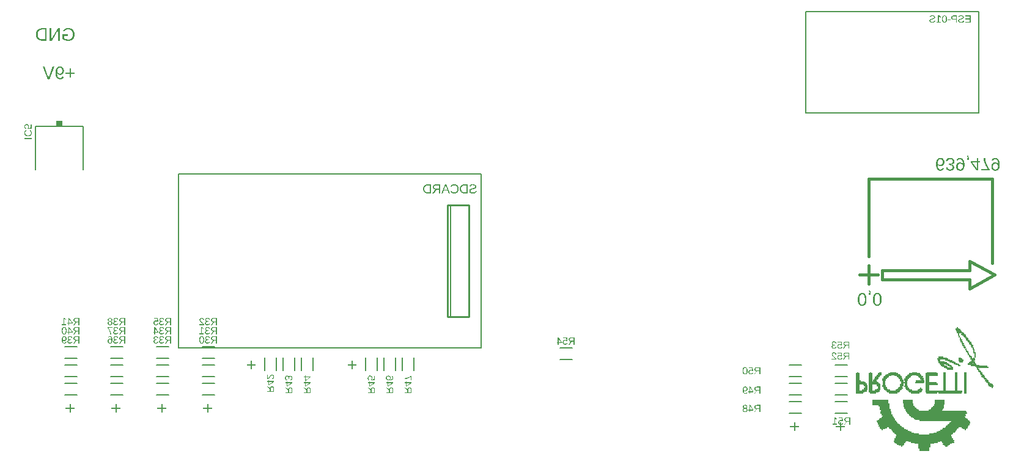
<source format=gbr>
G04 EAGLE Gerber RS-274X export*
G75*
%MOMM*%
%FSLAX34Y34*%
%LPD*%
%INSilkscreen Bottom*%
%IPPOS*%
%AMOC8*
5,1,8,0,0,1.08239X$1,22.5*%
G01*
G04 Define Apertures*
%ADD10C,0.152400*%
%ADD11C,0.406400*%
%ADD12R,0.254000X0.127000*%
%ADD13R,0.508000X0.127000*%
%ADD14R,0.635000X0.127000*%
%ADD15R,0.762000X0.127000*%
%ADD16R,0.889000X0.127000*%
%ADD17R,0.381000X0.127000*%
%ADD18R,1.143000X0.127000*%
%ADD19R,1.524000X0.127000*%
%ADD20R,1.270000X0.127000*%
%ADD21R,1.778000X0.127000*%
%ADD22R,1.016000X0.127000*%
%ADD23R,1.397000X0.127000*%
%ADD24R,1.651000X0.127000*%
%ADD25R,1.905000X0.127000*%
%ADD26R,0.127000X0.127000*%
%ADD27R,5.080000X0.127000*%
%ADD28R,3.302000X0.127000*%
%ADD29R,2.286000X0.127000*%
%ADD30R,2.413000X0.127000*%
%ADD31R,8.255000X0.127000*%
%ADD32R,8.382000X0.127000*%
%ADD33R,8.001000X0.127000*%
%ADD34R,7.874000X0.127000*%
%ADD35R,7.747000X0.127000*%
%ADD36R,7.493000X0.127000*%
%ADD37R,7.366000X0.127000*%
%ADD38R,2.032000X0.127000*%
%ADD39R,7.239000X0.127000*%
%ADD40R,6.858000X0.127000*%
%ADD41R,2.667000X0.127000*%
%ADD42R,2.540000X0.127000*%
%ADD43R,2.794000X0.127000*%
%ADD44R,2.921000X0.127000*%
%ADD45R,3.048000X0.127000*%
%ADD46R,2.159000X0.127000*%
%ADD47R,3.175000X0.127000*%
%ADD48R,7.620000X0.127000*%
%ADD49R,8.128000X0.127000*%
%ADD50R,4.445000X0.127000*%
%ADD51R,3.683000X0.127000*%
%ADD52C,0.254000*%
%ADD53C,0.127000*%
%ADD54C,0.203200*%
%ADD55R,0.863600X0.762000*%
G36*
X1163105Y166615D02*
X1163468Y166642D01*
X1163819Y166686D01*
X1164157Y166747D01*
X1164482Y166826D01*
X1164796Y166922D01*
X1165096Y167036D01*
X1165384Y167168D01*
X1165660Y167317D01*
X1165923Y167484D01*
X1166173Y167668D01*
X1166411Y167870D01*
X1166637Y168089D01*
X1166850Y168326D01*
X1167050Y168580D01*
X1167238Y168852D01*
X1167414Y169141D01*
X1167579Y169447D01*
X1167732Y169770D01*
X1167874Y170109D01*
X1168005Y170466D01*
X1168124Y170839D01*
X1168232Y171229D01*
X1168328Y171637D01*
X1168414Y172061D01*
X1168487Y172502D01*
X1168550Y172959D01*
X1168601Y173434D01*
X1168669Y174434D01*
X1168692Y175501D01*
X1168686Y176034D01*
X1168668Y176552D01*
X1168638Y177053D01*
X1168596Y177538D01*
X1168543Y178008D01*
X1168477Y178461D01*
X1168400Y178898D01*
X1168310Y179319D01*
X1168209Y179725D01*
X1168095Y180114D01*
X1167970Y180487D01*
X1167833Y180845D01*
X1167684Y181186D01*
X1167522Y181511D01*
X1167349Y181820D01*
X1167165Y182114D01*
X1166968Y182390D01*
X1166760Y182648D01*
X1166541Y182889D01*
X1166310Y183112D01*
X1166068Y183317D01*
X1165815Y183504D01*
X1165550Y183673D01*
X1165274Y183825D01*
X1164986Y183959D01*
X1164687Y184075D01*
X1164377Y184173D01*
X1164056Y184253D01*
X1163723Y184315D01*
X1163379Y184360D01*
X1163023Y184386D01*
X1162656Y184395D01*
X1162289Y184386D01*
X1161934Y184360D01*
X1161590Y184316D01*
X1161258Y184254D01*
X1160938Y184174D01*
X1160629Y184076D01*
X1160332Y183961D01*
X1160046Y183828D01*
X1159772Y183677D01*
X1159509Y183509D01*
X1159259Y183323D01*
X1159019Y183119D01*
X1158792Y182897D01*
X1158576Y182658D01*
X1158371Y182401D01*
X1158178Y182126D01*
X1157997Y181834D01*
X1157827Y181526D01*
X1157670Y181201D01*
X1157523Y180861D01*
X1157389Y180504D01*
X1157266Y180130D01*
X1157155Y179741D01*
X1157056Y179335D01*
X1156968Y178913D01*
X1156892Y178474D01*
X1156828Y178019D01*
X1156775Y177548D01*
X1156734Y177061D01*
X1156705Y176557D01*
X1156687Y176037D01*
X1156681Y175501D01*
X1156704Y174423D01*
X1156733Y173910D01*
X1156772Y173414D01*
X1156823Y172936D01*
X1156886Y172475D01*
X1156960Y172032D01*
X1157045Y171606D01*
X1157141Y171198D01*
X1157249Y170807D01*
X1157369Y170433D01*
X1157499Y170077D01*
X1157641Y169738D01*
X1157794Y169417D01*
X1157959Y169114D01*
X1158135Y168827D01*
X1158324Y168558D01*
X1158525Y168307D01*
X1158740Y168073D01*
X1158968Y167856D01*
X1159209Y167656D01*
X1159463Y167474D01*
X1159730Y167309D01*
X1160011Y167162D01*
X1160304Y167032D01*
X1160611Y166919D01*
X1160931Y166824D01*
X1161265Y166745D01*
X1161611Y166685D01*
X1161971Y166641D01*
X1162344Y166615D01*
X1162730Y166607D01*
X1163105Y166615D01*
G37*
G36*
X1184043Y166615D02*
X1184406Y166642D01*
X1184756Y166686D01*
X1185094Y166747D01*
X1185420Y166826D01*
X1185733Y166922D01*
X1186034Y167036D01*
X1186322Y167168D01*
X1186597Y167317D01*
X1186860Y167484D01*
X1187111Y167668D01*
X1187349Y167870D01*
X1187574Y168089D01*
X1187787Y168326D01*
X1187988Y168580D01*
X1188176Y168852D01*
X1188352Y169141D01*
X1188516Y169447D01*
X1188670Y169770D01*
X1188812Y170109D01*
X1188942Y170466D01*
X1189062Y170839D01*
X1189169Y171229D01*
X1189266Y171637D01*
X1189351Y172061D01*
X1189425Y172502D01*
X1189487Y172959D01*
X1189539Y173434D01*
X1189607Y174434D01*
X1189629Y175501D01*
X1189623Y176034D01*
X1189606Y176552D01*
X1189576Y177053D01*
X1189534Y177538D01*
X1189480Y178008D01*
X1189415Y178461D01*
X1189337Y178898D01*
X1189248Y179319D01*
X1189146Y179725D01*
X1189033Y180114D01*
X1188907Y180487D01*
X1188770Y180845D01*
X1188621Y181186D01*
X1188460Y181511D01*
X1188287Y181820D01*
X1188102Y182114D01*
X1187905Y182390D01*
X1187697Y182648D01*
X1187478Y182889D01*
X1187247Y183112D01*
X1187005Y183317D01*
X1186752Y183504D01*
X1186487Y183673D01*
X1186211Y183825D01*
X1185924Y183959D01*
X1185625Y184075D01*
X1185315Y184173D01*
X1184993Y184253D01*
X1184660Y184315D01*
X1184316Y184360D01*
X1183960Y184386D01*
X1183593Y184395D01*
X1183227Y184386D01*
X1182871Y184360D01*
X1182528Y184316D01*
X1182196Y184254D01*
X1181875Y184174D01*
X1181566Y184076D01*
X1181269Y183961D01*
X1180983Y183828D01*
X1180709Y183677D01*
X1180447Y183509D01*
X1180196Y183323D01*
X1179957Y183119D01*
X1179729Y182897D01*
X1179513Y182658D01*
X1179309Y182401D01*
X1179116Y182126D01*
X1178934Y181834D01*
X1178765Y181526D01*
X1178607Y181201D01*
X1178461Y180861D01*
X1178326Y180504D01*
X1178204Y180130D01*
X1178093Y179741D01*
X1177993Y179335D01*
X1177905Y178913D01*
X1177829Y178474D01*
X1177765Y178019D01*
X1177712Y177548D01*
X1177672Y177061D01*
X1177642Y176557D01*
X1177625Y176037D01*
X1177619Y175501D01*
X1177642Y174423D01*
X1177670Y173910D01*
X1177710Y173414D01*
X1177761Y172936D01*
X1177823Y172475D01*
X1177897Y172032D01*
X1177982Y171606D01*
X1178079Y171198D01*
X1178187Y170807D01*
X1178306Y170433D01*
X1178437Y170077D01*
X1178579Y169738D01*
X1178732Y169417D01*
X1178897Y169114D01*
X1179073Y168827D01*
X1179261Y168558D01*
X1179463Y168307D01*
X1179677Y168073D01*
X1179905Y167856D01*
X1180146Y167656D01*
X1180400Y167474D01*
X1180668Y167309D01*
X1180948Y167162D01*
X1181242Y167032D01*
X1181549Y166919D01*
X1181869Y166824D01*
X1182202Y166745D01*
X1182549Y166685D01*
X1182908Y166641D01*
X1183281Y166615D01*
X1183667Y166607D01*
X1184043Y166615D01*
G37*
%LPC*%
G36*
X1162480Y168404D02*
X1162238Y168424D01*
X1162006Y168456D01*
X1161783Y168501D01*
X1161569Y168560D01*
X1161364Y168631D01*
X1160980Y168812D01*
X1160632Y169045D01*
X1160320Y169329D01*
X1160044Y169666D01*
X1159804Y170054D01*
X1159595Y170501D01*
X1159415Y171016D01*
X1159262Y171596D01*
X1159137Y172244D01*
X1159039Y172958D01*
X1158970Y173739D01*
X1158928Y174587D01*
X1158914Y175501D01*
X1158928Y176390D01*
X1158971Y177218D01*
X1159041Y177984D01*
X1159140Y178688D01*
X1159266Y179330D01*
X1159421Y179911D01*
X1159605Y180430D01*
X1159816Y180887D01*
X1160058Y181286D01*
X1160333Y181633D01*
X1160641Y181926D01*
X1160983Y182166D01*
X1161358Y182352D01*
X1161557Y182425D01*
X1161765Y182485D01*
X1161982Y182532D01*
X1162206Y182565D01*
X1162439Y182585D01*
X1162681Y182592D01*
X1162920Y182585D01*
X1163152Y182565D01*
X1163375Y182531D01*
X1163591Y182483D01*
X1163798Y182422D01*
X1163997Y182347D01*
X1164188Y182259D01*
X1164370Y182156D01*
X1164711Y181911D01*
X1165020Y181612D01*
X1165296Y181258D01*
X1165539Y180850D01*
X1165752Y180385D01*
X1165936Y179862D01*
X1166092Y179281D01*
X1166220Y178642D01*
X1166319Y177944D01*
X1166390Y177188D01*
X1166433Y176374D01*
X1166447Y175501D01*
X1166433Y174598D01*
X1166393Y173759D01*
X1166325Y172985D01*
X1166231Y172275D01*
X1166109Y171629D01*
X1165960Y171048D01*
X1165785Y170531D01*
X1165582Y170079D01*
X1165348Y169685D01*
X1165079Y169343D01*
X1164775Y169054D01*
X1164436Y168818D01*
X1164062Y168634D01*
X1163862Y168562D01*
X1163653Y168503D01*
X1163435Y168457D01*
X1163209Y168424D01*
X1162974Y168404D01*
X1162730Y168398D01*
X1162480Y168404D01*
G37*
G36*
X1183417Y168404D02*
X1183176Y168424D01*
X1182944Y168456D01*
X1182721Y168501D01*
X1182506Y168560D01*
X1182301Y168631D01*
X1181917Y168812D01*
X1181570Y169045D01*
X1181258Y169329D01*
X1180981Y169666D01*
X1180741Y170054D01*
X1180533Y170501D01*
X1180352Y171016D01*
X1180199Y171596D01*
X1180074Y172244D01*
X1179977Y172958D01*
X1179907Y173739D01*
X1179866Y174587D01*
X1179852Y175501D01*
X1179866Y176390D01*
X1179908Y177218D01*
X1179979Y177984D01*
X1180077Y178688D01*
X1180204Y179330D01*
X1180359Y179911D01*
X1180542Y180430D01*
X1180753Y180887D01*
X1180995Y181286D01*
X1181271Y181633D01*
X1181579Y181926D01*
X1181920Y182166D01*
X1182295Y182352D01*
X1182495Y182425D01*
X1182703Y182485D01*
X1182919Y182532D01*
X1183144Y182565D01*
X1183377Y182585D01*
X1183618Y182592D01*
X1183858Y182585D01*
X1184089Y182565D01*
X1184313Y182531D01*
X1184528Y182483D01*
X1184735Y182422D01*
X1184934Y182347D01*
X1185125Y182259D01*
X1185308Y182156D01*
X1185649Y181911D01*
X1185957Y181612D01*
X1186233Y181258D01*
X1186476Y180850D01*
X1186689Y180385D01*
X1186874Y179862D01*
X1187030Y179281D01*
X1187157Y178642D01*
X1187257Y177944D01*
X1187328Y177188D01*
X1187370Y176374D01*
X1187384Y175501D01*
X1187371Y174598D01*
X1187330Y173759D01*
X1187263Y172985D01*
X1187168Y172275D01*
X1187046Y171629D01*
X1186898Y171048D01*
X1186722Y170531D01*
X1186519Y170079D01*
X1186286Y169685D01*
X1186017Y169343D01*
X1185713Y169054D01*
X1185374Y168818D01*
X1185000Y168634D01*
X1184800Y168562D01*
X1184591Y168503D01*
X1184373Y168457D01*
X1184146Y168424D01*
X1183911Y168404D01*
X1183667Y168398D01*
X1183417Y168404D01*
G37*
%LPD*%
G36*
X1174392Y183524D02*
X1174377Y184148D01*
X1174334Y184717D01*
X1174261Y185233D01*
X1174159Y185696D01*
X1174026Y186127D01*
X1173861Y186548D01*
X1173664Y186961D01*
X1173435Y187364D01*
X1171926Y187364D01*
X1172196Y186949D01*
X1172431Y186538D01*
X1172629Y186130D01*
X1172791Y185726D01*
X1172917Y185327D01*
X1173007Y184931D01*
X1173061Y184538D01*
X1173079Y184150D01*
X1172000Y184150D01*
X1172000Y181463D01*
X1174392Y181463D01*
X1174392Y183524D01*
G37*
G36*
X1298874Y353940D02*
X1299218Y353965D01*
X1299551Y354007D01*
X1299873Y354065D01*
X1300184Y354140D01*
X1300485Y354232D01*
X1300774Y354340D01*
X1301052Y354465D01*
X1301320Y354607D01*
X1301576Y354766D01*
X1301822Y354941D01*
X1302057Y355132D01*
X1302281Y355341D01*
X1302493Y355566D01*
X1302695Y355808D01*
X1302886Y356066D01*
X1303066Y356342D01*
X1303234Y356634D01*
X1303391Y356942D01*
X1303536Y357268D01*
X1303669Y357610D01*
X1303791Y357969D01*
X1303901Y358345D01*
X1304000Y358738D01*
X1304087Y359147D01*
X1304162Y359573D01*
X1304226Y360016D01*
X1304278Y360476D01*
X1304319Y360952D01*
X1304348Y361446D01*
X1304371Y362483D01*
X1304364Y363031D01*
X1304345Y363564D01*
X1304314Y364080D01*
X1304269Y364580D01*
X1304212Y365065D01*
X1304142Y365533D01*
X1304060Y365985D01*
X1303964Y366421D01*
X1303857Y366840D01*
X1303736Y367244D01*
X1303603Y367632D01*
X1303456Y368003D01*
X1303298Y368359D01*
X1303126Y368698D01*
X1302942Y369021D01*
X1302745Y369328D01*
X1302537Y369618D01*
X1302317Y369889D01*
X1302087Y370141D01*
X1301846Y370375D01*
X1301595Y370590D01*
X1301332Y370786D01*
X1301059Y370963D01*
X1300775Y371122D01*
X1300480Y371262D01*
X1300174Y371384D01*
X1299858Y371487D01*
X1299531Y371571D01*
X1299193Y371636D01*
X1298844Y371683D01*
X1298484Y371711D01*
X1298114Y371720D01*
X1297621Y371707D01*
X1297152Y371667D01*
X1296709Y371600D01*
X1296291Y371507D01*
X1295898Y371387D01*
X1295530Y371241D01*
X1295187Y371068D01*
X1294869Y370868D01*
X1294575Y370638D01*
X1294302Y370376D01*
X1294051Y370081D01*
X1293822Y369753D01*
X1293614Y369392D01*
X1293428Y368999D01*
X1293264Y368573D01*
X1293121Y368114D01*
X1295231Y367782D01*
X1295320Y368044D01*
X1295422Y368288D01*
X1295536Y368516D01*
X1295662Y368727D01*
X1295801Y368921D01*
X1295952Y369098D01*
X1296116Y369258D01*
X1296292Y369402D01*
X1296481Y369528D01*
X1296682Y369638D01*
X1296896Y369731D01*
X1297122Y369807D01*
X1297360Y369866D01*
X1297612Y369908D01*
X1297875Y369933D01*
X1298151Y369942D01*
X1298385Y369935D01*
X1298613Y369914D01*
X1298834Y369879D01*
X1299048Y369831D01*
X1299256Y369769D01*
X1299456Y369693D01*
X1299838Y369500D01*
X1300192Y369251D01*
X1300520Y368948D01*
X1300821Y368589D01*
X1301095Y368175D01*
X1301340Y367710D01*
X1301555Y367197D01*
X1301738Y366638D01*
X1301890Y366031D01*
X1302011Y365377D01*
X1302100Y364676D01*
X1302159Y363928D01*
X1302187Y363133D01*
X1302054Y363402D01*
X1301898Y363658D01*
X1301721Y363900D01*
X1301522Y364128D01*
X1301301Y364343D01*
X1301058Y364544D01*
X1300793Y364732D01*
X1300506Y364905D01*
X1300205Y365062D01*
X1299897Y365198D01*
X1299581Y365313D01*
X1299258Y365407D01*
X1298928Y365480D01*
X1298590Y365532D01*
X1298245Y365564D01*
X1297893Y365574D01*
X1297606Y365568D01*
X1297325Y365549D01*
X1297052Y365518D01*
X1296786Y365474D01*
X1296276Y365350D01*
X1295795Y365175D01*
X1295344Y364951D01*
X1294921Y364677D01*
X1294528Y364353D01*
X1294164Y363979D01*
X1293836Y363564D01*
X1293552Y363117D01*
X1293312Y362636D01*
X1293115Y362124D01*
X1292962Y361578D01*
X1292853Y361000D01*
X1292787Y360390D01*
X1292765Y359747D01*
X1292771Y359412D01*
X1292789Y359087D01*
X1292860Y358464D01*
X1292979Y357876D01*
X1293146Y357325D01*
X1293359Y356811D01*
X1293621Y356332D01*
X1293930Y355890D01*
X1294286Y355484D01*
X1294685Y355120D01*
X1295121Y354805D01*
X1295595Y354538D01*
X1296105Y354320D01*
X1296653Y354150D01*
X1297238Y354029D01*
X1297544Y353986D01*
X1297860Y353956D01*
X1298185Y353938D01*
X1298519Y353932D01*
X1298874Y353940D01*
G37*
G36*
X1347749Y353940D02*
X1348093Y353965D01*
X1348426Y354007D01*
X1348748Y354065D01*
X1349059Y354140D01*
X1349360Y354232D01*
X1349649Y354340D01*
X1349927Y354465D01*
X1350195Y354607D01*
X1350451Y354766D01*
X1350697Y354941D01*
X1350932Y355132D01*
X1351156Y355341D01*
X1351368Y355566D01*
X1351570Y355808D01*
X1351761Y356066D01*
X1351941Y356342D01*
X1352109Y356634D01*
X1352266Y356942D01*
X1352411Y357268D01*
X1352544Y357610D01*
X1352666Y357969D01*
X1352776Y358345D01*
X1352875Y358738D01*
X1352962Y359147D01*
X1353037Y359573D01*
X1353101Y360016D01*
X1353153Y360476D01*
X1353194Y360952D01*
X1353223Y361446D01*
X1353246Y362483D01*
X1353239Y363031D01*
X1353220Y363564D01*
X1353189Y364080D01*
X1353144Y364580D01*
X1353087Y365065D01*
X1353017Y365533D01*
X1352935Y365985D01*
X1352839Y366421D01*
X1352732Y366840D01*
X1352611Y367244D01*
X1352478Y367632D01*
X1352331Y368003D01*
X1352173Y368359D01*
X1352001Y368698D01*
X1351817Y369021D01*
X1351620Y369328D01*
X1351412Y369618D01*
X1351192Y369889D01*
X1350962Y370141D01*
X1350721Y370375D01*
X1350470Y370590D01*
X1350207Y370786D01*
X1349934Y370963D01*
X1349650Y371122D01*
X1349355Y371262D01*
X1349049Y371384D01*
X1348733Y371487D01*
X1348406Y371571D01*
X1348068Y371636D01*
X1347719Y371683D01*
X1347359Y371711D01*
X1346989Y371720D01*
X1346496Y371707D01*
X1346027Y371667D01*
X1345584Y371600D01*
X1345166Y371507D01*
X1344773Y371387D01*
X1344405Y371241D01*
X1344062Y371068D01*
X1343744Y370868D01*
X1343450Y370638D01*
X1343177Y370376D01*
X1342926Y370081D01*
X1342697Y369753D01*
X1342489Y369392D01*
X1342303Y368999D01*
X1342139Y368573D01*
X1341996Y368114D01*
X1344106Y367782D01*
X1344195Y368044D01*
X1344297Y368288D01*
X1344411Y368516D01*
X1344537Y368727D01*
X1344676Y368921D01*
X1344827Y369098D01*
X1344991Y369258D01*
X1345167Y369402D01*
X1345356Y369528D01*
X1345557Y369638D01*
X1345771Y369731D01*
X1345997Y369807D01*
X1346235Y369866D01*
X1346487Y369908D01*
X1346750Y369933D01*
X1347026Y369942D01*
X1347260Y369935D01*
X1347488Y369914D01*
X1347709Y369879D01*
X1347923Y369831D01*
X1348131Y369769D01*
X1348331Y369693D01*
X1348713Y369500D01*
X1349067Y369251D01*
X1349395Y368948D01*
X1349696Y368589D01*
X1349970Y368175D01*
X1350215Y367710D01*
X1350430Y367197D01*
X1350613Y366638D01*
X1350765Y366031D01*
X1350886Y365377D01*
X1350975Y364676D01*
X1351034Y363928D01*
X1351062Y363133D01*
X1350929Y363402D01*
X1350773Y363658D01*
X1350596Y363900D01*
X1350397Y364128D01*
X1350176Y364343D01*
X1349933Y364544D01*
X1349668Y364732D01*
X1349381Y364905D01*
X1349080Y365062D01*
X1348772Y365198D01*
X1348456Y365313D01*
X1348133Y365407D01*
X1347803Y365480D01*
X1347465Y365532D01*
X1347120Y365564D01*
X1346768Y365574D01*
X1346481Y365568D01*
X1346200Y365549D01*
X1345927Y365518D01*
X1345661Y365474D01*
X1345151Y365350D01*
X1344670Y365175D01*
X1344219Y364951D01*
X1343796Y364677D01*
X1343403Y364353D01*
X1343039Y363979D01*
X1342711Y363564D01*
X1342427Y363117D01*
X1342187Y362636D01*
X1341990Y362124D01*
X1341837Y361578D01*
X1341728Y361000D01*
X1341662Y360390D01*
X1341640Y359747D01*
X1341646Y359412D01*
X1341664Y359087D01*
X1341735Y358464D01*
X1341854Y357876D01*
X1342021Y357325D01*
X1342234Y356811D01*
X1342496Y356332D01*
X1342805Y355890D01*
X1343161Y355484D01*
X1343560Y355120D01*
X1343996Y354805D01*
X1344470Y354538D01*
X1344980Y354320D01*
X1345528Y354150D01*
X1346113Y354029D01*
X1346419Y353986D01*
X1346735Y353956D01*
X1347060Y353938D01*
X1347394Y353932D01*
X1347749Y353940D01*
G37*
G36*
X1271587Y353945D02*
X1272042Y353987D01*
X1272475Y354055D01*
X1272885Y354152D01*
X1273272Y354276D01*
X1273637Y354427D01*
X1273979Y354606D01*
X1274299Y354812D01*
X1274596Y355046D01*
X1274870Y355307D01*
X1275122Y355596D01*
X1275351Y355912D01*
X1275557Y356256D01*
X1275741Y356627D01*
X1275902Y357026D01*
X1276041Y357453D01*
X1273931Y357833D01*
X1273843Y357577D01*
X1273744Y357338D01*
X1273632Y357116D01*
X1273509Y356910D01*
X1273373Y356720D01*
X1273226Y356547D01*
X1273066Y356390D01*
X1272894Y356250D01*
X1272710Y356127D01*
X1272514Y356020D01*
X1272306Y355929D01*
X1272086Y355855D01*
X1271854Y355797D01*
X1271609Y355756D01*
X1271353Y355731D01*
X1271084Y355723D01*
X1270852Y355730D01*
X1270625Y355750D01*
X1270406Y355785D01*
X1270193Y355833D01*
X1269987Y355895D01*
X1269787Y355970D01*
X1269408Y356163D01*
X1269056Y356411D01*
X1268730Y356713D01*
X1268431Y357071D01*
X1268159Y357483D01*
X1267916Y357948D01*
X1267705Y358462D01*
X1267527Y359025D01*
X1267381Y359638D01*
X1267268Y360300D01*
X1267187Y361011D01*
X1267138Y361771D01*
X1267122Y362581D01*
X1267280Y362310D01*
X1267453Y362056D01*
X1267642Y361818D01*
X1267846Y361598D01*
X1268065Y361394D01*
X1268300Y361206D01*
X1268550Y361036D01*
X1268815Y360882D01*
X1269093Y360745D01*
X1269381Y360627D01*
X1269679Y360526D01*
X1269986Y360445D01*
X1270304Y360381D01*
X1270632Y360335D01*
X1270970Y360308D01*
X1271318Y360299D01*
X1271900Y360322D01*
X1272452Y360392D01*
X1272973Y360509D01*
X1273463Y360673D01*
X1273922Y360883D01*
X1274350Y361141D01*
X1274748Y361445D01*
X1275115Y361796D01*
X1275444Y362186D01*
X1275729Y362608D01*
X1275970Y363063D01*
X1276168Y363550D01*
X1276322Y364069D01*
X1276431Y364620D01*
X1276497Y365204D01*
X1276519Y365819D01*
X1276496Y366485D01*
X1276426Y367115D01*
X1276310Y367709D01*
X1276148Y368267D01*
X1275939Y368789D01*
X1275684Y369274D01*
X1275383Y369724D01*
X1275035Y370138D01*
X1274646Y370509D01*
X1274222Y370830D01*
X1273763Y371102D01*
X1273268Y371325D01*
X1272738Y371498D01*
X1272460Y371566D01*
X1272173Y371621D01*
X1271877Y371665D01*
X1271573Y371696D01*
X1271259Y371714D01*
X1270937Y371720D01*
X1270578Y371712D01*
X1270229Y371686D01*
X1269891Y371644D01*
X1269563Y371585D01*
X1269247Y371508D01*
X1268941Y371415D01*
X1268645Y371305D01*
X1268361Y371178D01*
X1268087Y371033D01*
X1267824Y370872D01*
X1267572Y370694D01*
X1267330Y370499D01*
X1267100Y370287D01*
X1266880Y370058D01*
X1266670Y369812D01*
X1266472Y369549D01*
X1266284Y369270D01*
X1266109Y368975D01*
X1265946Y368665D01*
X1265795Y368340D01*
X1265656Y367999D01*
X1265530Y367643D01*
X1265415Y367271D01*
X1265312Y366884D01*
X1265222Y366481D01*
X1265143Y366063D01*
X1265077Y365630D01*
X1265022Y365181D01*
X1264980Y364716D01*
X1264950Y364237D01*
X1264932Y363742D01*
X1264926Y363231D01*
X1264932Y362678D01*
X1264951Y362141D01*
X1264982Y361620D01*
X1265026Y361116D01*
X1265083Y360628D01*
X1265152Y360157D01*
X1265233Y359701D01*
X1265328Y359262D01*
X1265434Y358839D01*
X1265554Y358433D01*
X1265685Y358043D01*
X1265830Y357669D01*
X1265987Y357311D01*
X1266156Y356970D01*
X1266338Y356645D01*
X1266533Y356336D01*
X1266739Y356045D01*
X1266956Y355773D01*
X1267184Y355519D01*
X1267422Y355284D01*
X1267670Y355068D01*
X1267930Y354871D01*
X1268200Y354693D01*
X1268481Y354533D01*
X1268772Y354392D01*
X1269074Y354270D01*
X1269386Y354167D01*
X1269710Y354082D01*
X1270044Y354016D01*
X1270388Y353969D01*
X1270743Y353941D01*
X1271109Y353932D01*
X1271587Y353945D01*
G37*
G36*
X1323333Y365819D02*
X1325762Y365819D01*
X1325762Y367562D01*
X1323333Y367562D01*
X1323333Y371475D01*
X1321248Y371475D01*
X1321248Y367562D01*
X1313102Y367562D01*
X1313102Y365844D01*
X1321015Y354189D01*
X1323333Y354189D01*
X1323333Y365819D01*
G37*
G36*
X1285158Y353951D02*
X1285754Y354007D01*
X1286313Y354102D01*
X1286837Y354234D01*
X1287324Y354404D01*
X1287775Y354611D01*
X1288190Y354857D01*
X1288568Y355140D01*
X1288906Y355457D01*
X1289199Y355804D01*
X1289446Y356180D01*
X1289649Y356586D01*
X1289807Y357022D01*
X1289919Y357488D01*
X1289987Y357983D01*
X1290009Y358508D01*
X1289995Y358912D01*
X1289952Y359297D01*
X1289879Y359663D01*
X1289778Y360009D01*
X1289648Y360336D01*
X1289488Y360643D01*
X1289300Y360932D01*
X1289083Y361201D01*
X1288839Y361449D01*
X1288568Y361677D01*
X1288270Y361884D01*
X1287947Y362070D01*
X1287597Y362235D01*
X1287221Y362379D01*
X1286819Y362503D01*
X1286390Y362605D01*
X1286390Y362654D01*
X1286862Y362720D01*
X1287306Y362814D01*
X1287723Y362935D01*
X1288114Y363084D01*
X1288478Y363260D01*
X1288815Y363464D01*
X1289125Y363696D01*
X1289408Y363955D01*
X1289661Y364236D01*
X1289881Y364536D01*
X1290066Y364853D01*
X1290218Y365188D01*
X1290336Y365540D01*
X1290420Y365910D01*
X1290471Y366298D01*
X1290488Y366703D01*
X1290482Y366998D01*
X1290464Y367284D01*
X1290393Y367831D01*
X1290274Y368345D01*
X1290108Y368825D01*
X1289894Y369271D01*
X1289632Y369684D01*
X1289323Y370063D01*
X1288967Y370408D01*
X1288566Y370715D01*
X1288125Y370982D01*
X1287643Y371208D01*
X1287120Y371392D01*
X1286557Y371536D01*
X1285953Y371638D01*
X1285309Y371700D01*
X1284624Y371720D01*
X1283984Y371702D01*
X1283377Y371646D01*
X1282804Y371554D01*
X1282264Y371424D01*
X1281757Y371258D01*
X1281283Y371054D01*
X1280842Y370814D01*
X1280434Y370537D01*
X1280063Y370223D01*
X1279732Y369874D01*
X1279440Y369489D01*
X1279188Y369069D01*
X1278975Y368613D01*
X1278802Y368122D01*
X1278669Y367596D01*
X1278576Y367034D01*
X1280858Y366825D01*
X1280924Y367197D01*
X1281013Y367544D01*
X1281124Y367868D01*
X1281259Y368167D01*
X1281415Y368443D01*
X1281594Y368694D01*
X1281796Y368922D01*
X1282020Y369126D01*
X1282267Y369305D01*
X1282536Y369461D01*
X1282827Y369593D01*
X1283142Y369701D01*
X1283478Y369785D01*
X1283838Y369845D01*
X1284219Y369880D01*
X1284624Y369892D01*
X1285030Y369880D01*
X1285413Y369841D01*
X1285774Y369777D01*
X1286113Y369687D01*
X1286429Y369571D01*
X1286723Y369430D01*
X1286994Y369263D01*
X1287243Y369070D01*
X1287466Y368853D01*
X1287659Y368610D01*
X1287822Y368342D01*
X1287956Y368049D01*
X1288060Y367732D01*
X1288134Y367389D01*
X1288179Y367022D01*
X1288194Y366629D01*
X1288177Y366286D01*
X1288126Y365962D01*
X1288041Y365658D01*
X1287922Y365373D01*
X1287770Y365108D01*
X1287583Y364861D01*
X1287363Y364635D01*
X1287108Y364427D01*
X1286822Y364242D01*
X1286505Y364081D01*
X1286158Y363945D01*
X1285782Y363834D01*
X1285375Y363747D01*
X1284938Y363685D01*
X1284471Y363648D01*
X1283974Y363636D01*
X1282722Y363636D01*
X1282722Y361722D01*
X1283925Y361722D01*
X1284366Y361710D01*
X1284781Y361672D01*
X1285172Y361611D01*
X1285536Y361524D01*
X1285875Y361413D01*
X1286189Y361277D01*
X1286477Y361116D01*
X1286740Y360931D01*
X1286974Y360723D01*
X1287177Y360497D01*
X1287349Y360252D01*
X1287490Y359988D01*
X1287599Y359704D01*
X1287677Y359402D01*
X1287724Y359081D01*
X1287740Y358741D01*
X1287727Y358403D01*
X1287689Y358084D01*
X1287625Y357783D01*
X1287536Y357500D01*
X1287421Y357236D01*
X1287281Y356989D01*
X1287115Y356761D01*
X1286924Y356551D01*
X1286708Y356363D01*
X1286467Y356199D01*
X1286201Y356061D01*
X1285910Y355948D01*
X1285595Y355860D01*
X1285255Y355798D01*
X1284891Y355760D01*
X1284501Y355747D01*
X1284145Y355759D01*
X1283806Y355794D01*
X1283485Y355853D01*
X1283181Y355934D01*
X1282894Y356040D01*
X1282625Y356168D01*
X1282374Y356320D01*
X1282140Y356496D01*
X1281926Y356692D01*
X1281736Y356908D01*
X1281569Y357143D01*
X1281426Y357397D01*
X1281307Y357671D01*
X1281211Y357963D01*
X1281139Y358275D01*
X1281091Y358606D01*
X1278870Y358434D01*
X1278951Y357918D01*
X1279072Y357431D01*
X1279233Y356973D01*
X1279433Y356545D01*
X1279673Y356145D01*
X1279952Y355775D01*
X1280272Y355434D01*
X1280631Y355122D01*
X1281023Y354843D01*
X1281442Y354601D01*
X1281889Y354397D01*
X1282362Y354229D01*
X1282862Y354099D01*
X1283390Y354006D01*
X1283944Y353950D01*
X1284526Y353932D01*
X1285158Y353951D01*
G37*
G36*
X1339203Y355980D02*
X1337976Y357895D01*
X1336943Y359590D01*
X1336105Y361066D01*
X1335759Y361722D01*
X1335462Y362323D01*
X1334950Y363466D01*
X1334720Y364035D01*
X1334506Y364602D01*
X1334310Y365167D01*
X1334131Y365730D01*
X1333969Y366291D01*
X1333824Y366850D01*
X1333696Y367411D01*
X1333585Y367976D01*
X1333491Y368547D01*
X1333414Y369123D01*
X1333355Y369703D01*
X1333312Y370289D01*
X1333287Y370879D01*
X1333278Y371475D01*
X1330972Y371475D01*
X1330994Y370641D01*
X1331059Y369797D01*
X1331169Y368942D01*
X1331323Y368075D01*
X1331520Y367198D01*
X1331762Y366310D01*
X1332047Y365411D01*
X1332376Y364501D01*
X1332757Y363568D01*
X1333196Y362600D01*
X1333695Y361598D01*
X1334252Y360561D01*
X1334868Y359489D01*
X1335543Y358383D01*
X1336276Y357242D01*
X1337069Y356066D01*
X1327782Y356066D01*
X1327782Y354189D01*
X1339203Y354189D01*
X1339203Y355980D01*
G37*
%LPC*%
G36*
X1298057Y355740D02*
X1297690Y355791D01*
X1297344Y355876D01*
X1297019Y355994D01*
X1296715Y356147D01*
X1296433Y356334D01*
X1296171Y356554D01*
X1295930Y356809D01*
X1295715Y357092D01*
X1295528Y357399D01*
X1295370Y357731D01*
X1295240Y358086D01*
X1295140Y358465D01*
X1295068Y358868D01*
X1295025Y359296D01*
X1295010Y359747D01*
X1295025Y360207D01*
X1295068Y360642D01*
X1295140Y361052D01*
X1295240Y361438D01*
X1295370Y361799D01*
X1295528Y362136D01*
X1295715Y362447D01*
X1295930Y362734D01*
X1296171Y362991D01*
X1296431Y363214D01*
X1296712Y363403D01*
X1297013Y363558D01*
X1297335Y363678D01*
X1297676Y363763D01*
X1298038Y363815D01*
X1298421Y363832D01*
X1298658Y363825D01*
X1298891Y363805D01*
X1299120Y363771D01*
X1299344Y363723D01*
X1299780Y363587D01*
X1300200Y363397D01*
X1300589Y363156D01*
X1300934Y362871D01*
X1301236Y362540D01*
X1301494Y362164D01*
X1301605Y361961D01*
X1301701Y361751D01*
X1301782Y361534D01*
X1301848Y361311D01*
X1301900Y361081D01*
X1301937Y360843D01*
X1301959Y360599D01*
X1301966Y360348D01*
X1301951Y359839D01*
X1301906Y359356D01*
X1301832Y358898D01*
X1301727Y358466D01*
X1301592Y358060D01*
X1301428Y357678D01*
X1301234Y357323D01*
X1301009Y356993D01*
X1300760Y356695D01*
X1300490Y356437D01*
X1300200Y356219D01*
X1299890Y356040D01*
X1299559Y355901D01*
X1299208Y355802D01*
X1298837Y355743D01*
X1298445Y355723D01*
X1298057Y355740D01*
G37*
G36*
X1346932Y355740D02*
X1346565Y355791D01*
X1346219Y355876D01*
X1345894Y355994D01*
X1345590Y356147D01*
X1345308Y356334D01*
X1345046Y356554D01*
X1344805Y356809D01*
X1344590Y357092D01*
X1344403Y357399D01*
X1344245Y357731D01*
X1344115Y358086D01*
X1344015Y358465D01*
X1343943Y358868D01*
X1343900Y359296D01*
X1343885Y359747D01*
X1343900Y360207D01*
X1343943Y360642D01*
X1344015Y361052D01*
X1344115Y361438D01*
X1344245Y361799D01*
X1344403Y362136D01*
X1344590Y362447D01*
X1344805Y362734D01*
X1345046Y362991D01*
X1345306Y363214D01*
X1345587Y363403D01*
X1345888Y363558D01*
X1346210Y363678D01*
X1346551Y363763D01*
X1346913Y363815D01*
X1347296Y363832D01*
X1347533Y363825D01*
X1347766Y363805D01*
X1347995Y363771D01*
X1348219Y363723D01*
X1348655Y363587D01*
X1349075Y363397D01*
X1349464Y363156D01*
X1349809Y362871D01*
X1350111Y362540D01*
X1350369Y362164D01*
X1350480Y361961D01*
X1350576Y361751D01*
X1350657Y361534D01*
X1350723Y361311D01*
X1350775Y361081D01*
X1350812Y360843D01*
X1350834Y360599D01*
X1350841Y360348D01*
X1350826Y359839D01*
X1350781Y359356D01*
X1350707Y358898D01*
X1350602Y358466D01*
X1350467Y358060D01*
X1350303Y357678D01*
X1350109Y357323D01*
X1349884Y356993D01*
X1349635Y356695D01*
X1349365Y356437D01*
X1349075Y356219D01*
X1348765Y356040D01*
X1348434Y355901D01*
X1348083Y355802D01*
X1347712Y355743D01*
X1347320Y355723D01*
X1346932Y355740D01*
G37*
G36*
X1270413Y362018D02*
X1270054Y362060D01*
X1269714Y362131D01*
X1269393Y362230D01*
X1269090Y362356D01*
X1268806Y362511D01*
X1268540Y362694D01*
X1268293Y362906D01*
X1268071Y363142D01*
X1267877Y363399D01*
X1267714Y363678D01*
X1267580Y363978D01*
X1267476Y364299D01*
X1267402Y364641D01*
X1267358Y365005D01*
X1267343Y365390D01*
X1267358Y365879D01*
X1267404Y366345D01*
X1267482Y366788D01*
X1267590Y367209D01*
X1267728Y367607D01*
X1267898Y367982D01*
X1268099Y368335D01*
X1268330Y368666D01*
X1268586Y368965D01*
X1268859Y369224D01*
X1269149Y369443D01*
X1269457Y369623D01*
X1269783Y369762D01*
X1270126Y369862D01*
X1270486Y369922D01*
X1270864Y369942D01*
X1271252Y369925D01*
X1271618Y369874D01*
X1271963Y369791D01*
X1272287Y369673D01*
X1272589Y369522D01*
X1272869Y369338D01*
X1273129Y369120D01*
X1273366Y368868D01*
X1273579Y368587D01*
X1273763Y368281D01*
X1273920Y367950D01*
X1274047Y367594D01*
X1274146Y367212D01*
X1274217Y366806D01*
X1274260Y366374D01*
X1274274Y365918D01*
X1274260Y365462D01*
X1274217Y365033D01*
X1274145Y364631D01*
X1274044Y364255D01*
X1273915Y363907D01*
X1273757Y363585D01*
X1273570Y363290D01*
X1273354Y363022D01*
X1273113Y362784D01*
X1272849Y362577D01*
X1272562Y362402D01*
X1272253Y362259D01*
X1271921Y362147D01*
X1271567Y362068D01*
X1271190Y362020D01*
X1270790Y362004D01*
X1270413Y362018D01*
G37*
G36*
X1320904Y357330D02*
X1320625Y357821D01*
X1320426Y358140D01*
X1315997Y364666D01*
X1315334Y365574D01*
X1315138Y365819D01*
X1321248Y365819D01*
X1321248Y356680D01*
X1320904Y357330D01*
G37*
%LPD*%
G36*
X1310279Y370849D02*
X1310265Y371473D01*
X1310221Y372042D01*
X1310148Y372558D01*
X1310046Y373021D01*
X1309914Y373452D01*
X1309749Y373873D01*
X1309552Y374286D01*
X1309323Y374689D01*
X1307814Y374689D01*
X1308084Y374274D01*
X1308318Y373863D01*
X1308516Y373455D01*
X1308678Y373051D01*
X1308805Y372652D01*
X1308895Y372256D01*
X1308949Y371863D01*
X1308967Y371475D01*
X1307887Y371475D01*
X1307887Y368788D01*
X1310279Y368788D01*
X1310279Y370849D01*
G37*
G36*
X33276Y551638D02*
X27560Y551638D01*
X27018Y551630D01*
X26493Y551604D01*
X25983Y551561D01*
X25489Y551501D01*
X25010Y551423D01*
X24548Y551329D01*
X24101Y551217D01*
X23669Y551088D01*
X23253Y550941D01*
X22853Y550778D01*
X22469Y550597D01*
X22100Y550400D01*
X21747Y550184D01*
X21409Y549952D01*
X21088Y549703D01*
X20781Y549436D01*
X20493Y549154D01*
X20222Y548857D01*
X19971Y548545D01*
X19738Y548219D01*
X19523Y547878D01*
X19327Y547523D01*
X19150Y547153D01*
X18992Y546769D01*
X18852Y546371D01*
X18731Y545957D01*
X18628Y545530D01*
X18544Y545087D01*
X18479Y544631D01*
X18433Y544159D01*
X18405Y543674D01*
X18395Y543173D01*
X18412Y542515D01*
X18461Y541878D01*
X18542Y541261D01*
X18656Y540666D01*
X18803Y540091D01*
X18982Y539538D01*
X19194Y539005D01*
X19438Y538493D01*
X19712Y538006D01*
X20014Y537549D01*
X20343Y537121D01*
X20699Y536722D01*
X21082Y536352D01*
X21492Y536012D01*
X21930Y535701D01*
X22395Y535420D01*
X22882Y535170D01*
X23388Y534953D01*
X23913Y534769D01*
X24456Y534619D01*
X25017Y534503D01*
X25597Y534419D01*
X26195Y534369D01*
X26811Y534353D01*
X33276Y534353D01*
X33276Y551638D01*
G37*
G36*
X52304Y480780D02*
X52773Y480820D01*
X53216Y480887D01*
X53634Y480980D01*
X54027Y481100D01*
X54395Y481247D01*
X54738Y481420D01*
X55056Y481620D01*
X55350Y481849D01*
X55623Y482112D01*
X55874Y482407D01*
X56103Y482735D01*
X56311Y483095D01*
X56497Y483489D01*
X56661Y483915D01*
X56804Y484374D01*
X54694Y484705D01*
X54605Y484444D01*
X54503Y484199D01*
X54389Y483971D01*
X54263Y483761D01*
X54124Y483567D01*
X53973Y483389D01*
X53809Y483229D01*
X53633Y483086D01*
X53444Y482959D01*
X53243Y482850D01*
X53029Y482757D01*
X52803Y482681D01*
X52565Y482622D01*
X52314Y482580D01*
X52050Y482554D01*
X51774Y482546D01*
X51540Y482553D01*
X51312Y482574D01*
X51091Y482608D01*
X50877Y482656D01*
X50670Y482719D01*
X50469Y482794D01*
X50087Y482988D01*
X49733Y483236D01*
X49405Y483540D01*
X49104Y483899D01*
X48830Y484313D01*
X48585Y484778D01*
X48370Y485290D01*
X48187Y485850D01*
X48035Y486456D01*
X47914Y487110D01*
X47825Y487811D01*
X47766Y488559D01*
X47738Y489355D01*
X47872Y489086D01*
X48027Y488830D01*
X48204Y488588D01*
X48403Y488360D01*
X48624Y488145D01*
X48867Y487944D01*
X49132Y487756D01*
X49419Y487582D01*
X49720Y487425D01*
X50028Y487290D01*
X50344Y487175D01*
X50667Y487081D01*
X50997Y487007D01*
X51335Y486955D01*
X51680Y486924D01*
X52032Y486913D01*
X52319Y486920D01*
X52600Y486938D01*
X52873Y486970D01*
X53139Y487013D01*
X53649Y487138D01*
X54130Y487312D01*
X54581Y487536D01*
X55004Y487811D01*
X55397Y488134D01*
X55761Y488508D01*
X56089Y488923D01*
X56373Y489371D01*
X56613Y489851D01*
X56810Y490364D01*
X56963Y490909D01*
X57072Y491487D01*
X57138Y492098D01*
X57160Y492741D01*
X57154Y493075D01*
X57136Y493400D01*
X57065Y494024D01*
X56946Y494611D01*
X56779Y495162D01*
X56566Y495677D01*
X56304Y496156D01*
X55995Y496598D01*
X55639Y497004D01*
X55240Y497368D01*
X54804Y497683D01*
X54330Y497950D01*
X53820Y498168D01*
X53272Y498338D01*
X52687Y498459D01*
X52381Y498501D01*
X52065Y498532D01*
X51740Y498550D01*
X51406Y498556D01*
X51051Y498547D01*
X50707Y498522D01*
X50374Y498481D01*
X50052Y498422D01*
X49741Y498347D01*
X49440Y498256D01*
X49151Y498147D01*
X48873Y498022D01*
X48605Y497880D01*
X48349Y497722D01*
X48103Y497547D01*
X47868Y497355D01*
X47644Y497147D01*
X47432Y496921D01*
X47230Y496680D01*
X47039Y496421D01*
X46859Y496146D01*
X46691Y495854D01*
X46534Y495545D01*
X46389Y495220D01*
X46256Y494877D01*
X46134Y494518D01*
X46024Y494142D01*
X45925Y493750D01*
X45838Y493340D01*
X45763Y492914D01*
X45699Y492471D01*
X45647Y492012D01*
X45606Y491535D01*
X45577Y491042D01*
X45554Y490005D01*
X45561Y489456D01*
X45580Y488924D01*
X45611Y488407D01*
X45656Y487907D01*
X45713Y487423D01*
X45783Y486955D01*
X45865Y486503D01*
X45961Y486067D01*
X46069Y485647D01*
X46189Y485243D01*
X46323Y484856D01*
X46469Y484484D01*
X46627Y484129D01*
X46799Y483790D01*
X46983Y483466D01*
X47180Y483159D01*
X47388Y482870D01*
X47608Y482599D01*
X47838Y482346D01*
X48079Y482113D01*
X48330Y481898D01*
X48593Y481702D01*
X48866Y481524D01*
X49150Y481365D01*
X49445Y481225D01*
X49751Y481104D01*
X50067Y481001D01*
X50394Y480917D01*
X50732Y480851D01*
X51081Y480805D01*
X51441Y480777D01*
X51811Y480767D01*
X52304Y480780D01*
G37*
%LPC*%
G36*
X27081Y536230D02*
X26613Y536243D01*
X26159Y536282D01*
X25720Y536347D01*
X25295Y536438D01*
X24884Y536555D01*
X24488Y536699D01*
X24106Y536868D01*
X23738Y537064D01*
X23388Y537284D01*
X23059Y537527D01*
X22751Y537793D01*
X22464Y538082D01*
X22197Y538394D01*
X21952Y538729D01*
X21727Y539087D01*
X21524Y539468D01*
X21343Y539870D01*
X21186Y540289D01*
X21053Y540725D01*
X20944Y541180D01*
X20859Y541652D01*
X20799Y542141D01*
X20763Y542648D01*
X20751Y543173D01*
X20758Y543569D01*
X20778Y543953D01*
X20813Y544325D01*
X20861Y544685D01*
X20923Y545033D01*
X20998Y545369D01*
X21088Y545693D01*
X21191Y546006D01*
X21308Y546306D01*
X21438Y546594D01*
X21583Y546871D01*
X21741Y547135D01*
X21913Y547388D01*
X22099Y547629D01*
X22298Y547858D01*
X22511Y548074D01*
X22737Y548279D01*
X22976Y548470D01*
X23227Y548648D01*
X23490Y548812D01*
X23766Y548964D01*
X24053Y549102D01*
X24353Y549227D01*
X24666Y549339D01*
X24991Y549438D01*
X25328Y549524D01*
X25677Y549596D01*
X26039Y549656D01*
X26413Y549702D01*
X26799Y549735D01*
X27198Y549755D01*
X27609Y549761D01*
X30933Y549761D01*
X30933Y536230D01*
X27081Y536230D01*
G37*
%LPD*%
G36*
X49470Y549074D02*
X49409Y547884D01*
X49347Y545835D01*
X49347Y534353D01*
X51433Y534353D01*
X51433Y551638D01*
X48709Y551638D01*
X39361Y536818D01*
X39471Y538892D01*
X39499Y539680D01*
X39508Y540303D01*
X39508Y551638D01*
X37398Y551638D01*
X37398Y534353D01*
X40220Y534353D01*
X49470Y549074D01*
G37*
G36*
X63717Y534124D02*
X64360Y534175D01*
X64979Y534259D01*
X65575Y534377D01*
X66148Y534529D01*
X66697Y534714D01*
X67223Y534934D01*
X67725Y535187D01*
X68201Y535471D01*
X68649Y535786D01*
X69067Y536130D01*
X69457Y536504D01*
X69817Y536908D01*
X70149Y537341D01*
X70451Y537804D01*
X70725Y538297D01*
X70968Y538815D01*
X71178Y539357D01*
X71356Y539920D01*
X71502Y540506D01*
X71616Y541115D01*
X71697Y541746D01*
X71745Y542399D01*
X71761Y543075D01*
X71753Y543594D01*
X71726Y544097D01*
X71682Y544586D01*
X71620Y545060D01*
X71541Y545519D01*
X71444Y545964D01*
X71329Y546393D01*
X71197Y546808D01*
X71047Y547207D01*
X70880Y547592D01*
X70694Y547962D01*
X70492Y548317D01*
X70271Y548658D01*
X70033Y548983D01*
X69777Y549294D01*
X69504Y549589D01*
X69215Y549869D01*
X68911Y550130D01*
X68593Y550373D01*
X68261Y550598D01*
X67915Y550806D01*
X67554Y550995D01*
X67179Y551166D01*
X66790Y551319D01*
X66386Y551454D01*
X65968Y551571D01*
X65536Y551671D01*
X65090Y551752D01*
X64629Y551815D01*
X64154Y551860D01*
X63665Y551887D01*
X63162Y551896D01*
X62461Y551881D01*
X61794Y551835D01*
X61160Y551760D01*
X60561Y551654D01*
X59995Y551517D01*
X59463Y551351D01*
X58964Y551154D01*
X58500Y550927D01*
X58065Y550666D01*
X57655Y550369D01*
X57272Y550036D01*
X56914Y549666D01*
X56582Y549260D01*
X56275Y548817D01*
X55994Y548338D01*
X55739Y547823D01*
X57972Y547160D01*
X58165Y547516D01*
X58375Y547847D01*
X58603Y548152D01*
X58848Y548433D01*
X59110Y548689D01*
X59390Y548920D01*
X59688Y549126D01*
X60002Y549307D01*
X60336Y549465D01*
X60689Y549602D01*
X61062Y549718D01*
X61455Y549813D01*
X61867Y549887D01*
X62299Y549940D01*
X62751Y549971D01*
X63223Y549982D01*
X63592Y549975D01*
X63949Y549954D01*
X64296Y549918D01*
X64631Y549869D01*
X64956Y549805D01*
X65270Y549728D01*
X65572Y549636D01*
X65864Y549530D01*
X66144Y549409D01*
X66414Y549275D01*
X66672Y549127D01*
X66919Y548964D01*
X67156Y548787D01*
X67381Y548597D01*
X67596Y548392D01*
X67799Y548172D01*
X67990Y547941D01*
X68170Y547697D01*
X68337Y547442D01*
X68491Y547175D01*
X68633Y546897D01*
X68763Y546607D01*
X68881Y546306D01*
X68986Y545993D01*
X69078Y545669D01*
X69159Y545333D01*
X69227Y544986D01*
X69283Y544627D01*
X69326Y544256D01*
X69357Y543874D01*
X69375Y543480D01*
X69381Y543075D01*
X69375Y542671D01*
X69355Y542278D01*
X69322Y541895D01*
X69276Y541524D01*
X69217Y541163D01*
X69145Y540812D01*
X69060Y540473D01*
X68961Y540145D01*
X68850Y539827D01*
X68725Y539520D01*
X68587Y539224D01*
X68436Y538938D01*
X68272Y538663D01*
X68095Y538400D01*
X67904Y538146D01*
X67701Y537904D01*
X67486Y537675D01*
X67260Y537460D01*
X67025Y537260D01*
X66780Y537075D01*
X66524Y536905D01*
X66259Y536749D01*
X65983Y536608D01*
X65698Y536483D01*
X65402Y536371D01*
X65097Y536275D01*
X64781Y536194D01*
X64455Y536127D01*
X64119Y536075D01*
X63773Y536038D01*
X63417Y536016D01*
X63051Y536009D01*
X62631Y536017D01*
X62219Y536041D01*
X61813Y536081D01*
X61415Y536138D01*
X61024Y536210D01*
X60639Y536299D01*
X60262Y536403D01*
X59892Y536524D01*
X59534Y536659D01*
X59194Y536805D01*
X58871Y536962D01*
X58566Y537131D01*
X58278Y537312D01*
X58007Y537504D01*
X57754Y537707D01*
X57518Y537923D01*
X57518Y541039D01*
X62683Y541039D01*
X62683Y543001D01*
X55359Y543001D01*
X55359Y537039D01*
X55712Y536699D01*
X56085Y536379D01*
X56477Y536079D01*
X56888Y535799D01*
X57319Y535538D01*
X57769Y535297D01*
X58238Y535075D01*
X58727Y534874D01*
X59230Y534694D01*
X59744Y534538D01*
X60269Y534407D01*
X60805Y534299D01*
X61350Y534215D01*
X61907Y534155D01*
X62474Y534119D01*
X63051Y534107D01*
X63717Y534124D01*
G37*
G36*
X44258Y498298D02*
X41792Y498298D01*
X37008Y486128D01*
X35977Y483074D01*
X34947Y486128D01*
X30187Y498298D01*
X27721Y498298D01*
X34775Y481013D01*
X37204Y481013D01*
X44258Y498298D01*
G37*
%LPC*%
G36*
X51267Y488662D02*
X51034Y488683D01*
X50806Y488717D01*
X50581Y488764D01*
X50145Y488900D01*
X49725Y489091D01*
X49336Y489331D01*
X48991Y489617D01*
X48689Y489948D01*
X48431Y490324D01*
X48320Y490527D01*
X48224Y490736D01*
X48143Y490953D01*
X48077Y491177D01*
X48025Y491407D01*
X47988Y491644D01*
X47966Y491889D01*
X47959Y492140D01*
X47974Y492648D01*
X48019Y493131D01*
X48093Y493589D01*
X48198Y494021D01*
X48333Y494428D01*
X48497Y494809D01*
X48691Y495165D01*
X48916Y495495D01*
X49165Y495793D01*
X49435Y496050D01*
X49725Y496269D01*
X50035Y496447D01*
X50366Y496586D01*
X50717Y496685D01*
X51088Y496745D01*
X51480Y496765D01*
X51868Y496748D01*
X52235Y496697D01*
X52581Y496612D01*
X52906Y496493D01*
X53210Y496341D01*
X53492Y496154D01*
X53754Y495933D01*
X53995Y495679D01*
X54210Y495396D01*
X54397Y495088D01*
X54555Y494757D01*
X54685Y494402D01*
X54785Y494022D01*
X54857Y493619D01*
X54900Y493192D01*
X54915Y492741D01*
X54900Y492281D01*
X54857Y491846D01*
X54785Y491435D01*
X54685Y491049D01*
X54555Y490688D01*
X54397Y490352D01*
X54210Y490040D01*
X53995Y489753D01*
X53754Y489496D01*
X53494Y489273D01*
X53213Y489084D01*
X52912Y488930D01*
X52591Y488810D01*
X52249Y488724D01*
X51887Y488673D01*
X51504Y488656D01*
X51267Y488662D01*
G37*
%LPD*%
G36*
X66597Y488471D02*
X71798Y488471D01*
X71798Y490263D01*
X66597Y490263D01*
X66597Y495513D01*
X64793Y495513D01*
X64793Y490263D01*
X59591Y490263D01*
X59591Y488471D01*
X64793Y488471D01*
X64793Y483221D01*
X66597Y483221D01*
X66597Y488471D01*
G37*
G36*
X66597Y23334D02*
X71798Y23334D01*
X71798Y25125D01*
X66597Y25125D01*
X66597Y30376D01*
X64793Y30376D01*
X64793Y25125D01*
X59591Y25125D01*
X59591Y23334D01*
X64793Y23334D01*
X64793Y18083D01*
X66597Y18083D01*
X66597Y23334D01*
G37*
G36*
X130097Y23334D02*
X135298Y23334D01*
X135298Y25125D01*
X130097Y25125D01*
X130097Y30376D01*
X128293Y30376D01*
X128293Y25125D01*
X123091Y25125D01*
X123091Y23334D01*
X128293Y23334D01*
X128293Y18083D01*
X130097Y18083D01*
X130097Y23334D01*
G37*
G36*
X193597Y23334D02*
X198798Y23334D01*
X198798Y25125D01*
X193597Y25125D01*
X193597Y30376D01*
X191793Y30376D01*
X191793Y25125D01*
X186591Y25125D01*
X186591Y23334D01*
X191793Y23334D01*
X191793Y18083D01*
X193597Y18083D01*
X193597Y23334D01*
G37*
G36*
X257097Y23334D02*
X262298Y23334D01*
X262298Y25125D01*
X257097Y25125D01*
X257097Y30376D01*
X255293Y30376D01*
X255293Y25125D01*
X250091Y25125D01*
X250091Y23334D01*
X255293Y23334D01*
X255293Y18083D01*
X257097Y18083D01*
X257097Y23334D01*
G37*
G36*
X317422Y83659D02*
X322623Y83659D01*
X322623Y85450D01*
X317422Y85450D01*
X317422Y90701D01*
X315618Y90701D01*
X315618Y85450D01*
X310416Y85450D01*
X310416Y83659D01*
X315618Y83659D01*
X315618Y78408D01*
X317422Y78408D01*
X317422Y83659D01*
G37*
G36*
X457122Y83659D02*
X462323Y83659D01*
X462323Y85450D01*
X457122Y85450D01*
X457122Y90701D01*
X455318Y90701D01*
X455318Y85450D01*
X450116Y85450D01*
X450116Y83659D01*
X455318Y83659D01*
X455318Y78408D01*
X457122Y78408D01*
X457122Y83659D01*
G37*
G36*
X1069897Y-2066D02*
X1075098Y-2066D01*
X1075098Y-275D01*
X1069897Y-275D01*
X1069897Y4976D01*
X1068093Y4976D01*
X1068093Y-275D01*
X1062891Y-275D01*
X1062891Y-2066D01*
X1068093Y-2066D01*
X1068093Y-7317D01*
X1069897Y-7317D01*
X1069897Y-2066D01*
G37*
G36*
X1133397Y-2066D02*
X1138598Y-2066D01*
X1138598Y-275D01*
X1133397Y-275D01*
X1133397Y4976D01*
X1131593Y4976D01*
X1131593Y-275D01*
X1126391Y-275D01*
X1126391Y-2066D01*
X1131593Y-2066D01*
X1131593Y-7317D01*
X1133397Y-7317D01*
X1133397Y-2066D01*
G37*
G36*
X565287Y334921D02*
X561206Y334921D01*
X560820Y334915D01*
X560444Y334896D01*
X560080Y334866D01*
X559728Y334823D01*
X559386Y334767D01*
X559056Y334700D01*
X558736Y334620D01*
X558428Y334528D01*
X558131Y334423D01*
X557846Y334307D01*
X557571Y334178D01*
X557308Y334036D01*
X557056Y333883D01*
X556815Y333717D01*
X556585Y333539D01*
X556367Y333349D01*
X556160Y333147D01*
X555968Y332935D01*
X555788Y332712D01*
X555621Y332480D01*
X555468Y332236D01*
X555329Y331983D01*
X555202Y331719D01*
X555089Y331445D01*
X554989Y331160D01*
X554903Y330865D01*
X554830Y330560D01*
X554770Y330244D01*
X554723Y329918D01*
X554690Y329581D01*
X554670Y329235D01*
X554663Y328877D01*
X554675Y328408D01*
X554710Y327953D01*
X554768Y327512D01*
X554849Y327087D01*
X554954Y326677D01*
X555082Y326282D01*
X555233Y325901D01*
X555408Y325536D01*
X555604Y325188D01*
X555819Y324862D01*
X556054Y324556D01*
X556308Y324271D01*
X556581Y324008D01*
X556874Y323765D01*
X557187Y323543D01*
X557519Y323342D01*
X557867Y323163D01*
X558228Y323009D01*
X558602Y322878D01*
X558990Y322770D01*
X559391Y322687D01*
X559804Y322628D01*
X560231Y322592D01*
X560672Y322580D01*
X565287Y322580D01*
X565287Y334921D01*
G37*
G36*
X616162Y334921D02*
X612081Y334921D01*
X611695Y334915D01*
X611319Y334896D01*
X610955Y334866D01*
X610603Y334823D01*
X610261Y334767D01*
X609931Y334700D01*
X609611Y334620D01*
X609303Y334528D01*
X609006Y334423D01*
X608721Y334307D01*
X608446Y334178D01*
X608183Y334036D01*
X607931Y333883D01*
X607690Y333717D01*
X607460Y333539D01*
X607242Y333349D01*
X607035Y333147D01*
X606843Y332935D01*
X606663Y332712D01*
X606496Y332480D01*
X606343Y332236D01*
X606204Y331983D01*
X606077Y331719D01*
X605964Y331445D01*
X605864Y331160D01*
X605778Y330865D01*
X605705Y330560D01*
X605645Y330244D01*
X605598Y329918D01*
X605565Y329581D01*
X605545Y329235D01*
X605538Y328877D01*
X605550Y328408D01*
X605585Y327953D01*
X605643Y327512D01*
X605724Y327087D01*
X605829Y326677D01*
X605957Y326282D01*
X606108Y325901D01*
X606283Y325536D01*
X606479Y325188D01*
X606694Y324862D01*
X606929Y324556D01*
X607183Y324271D01*
X607456Y324008D01*
X607749Y323765D01*
X608062Y323543D01*
X608394Y323342D01*
X608742Y323163D01*
X609103Y323009D01*
X609477Y322878D01*
X609865Y322770D01*
X610266Y322687D01*
X610679Y322628D01*
X611106Y322592D01*
X611547Y322580D01*
X616162Y322580D01*
X616162Y334921D01*
G37*
G36*
X572738Y327704D02*
X576583Y327704D01*
X576583Y322580D01*
X578256Y322580D01*
X578256Y334921D01*
X572449Y334921D01*
X571943Y334906D01*
X571466Y334862D01*
X571019Y334790D01*
X570602Y334688D01*
X570215Y334556D01*
X569857Y334396D01*
X569529Y334207D01*
X569230Y333988D01*
X568965Y333743D01*
X568734Y333476D01*
X568539Y333186D01*
X568380Y332872D01*
X568256Y332536D01*
X568167Y332177D01*
X568114Y331796D01*
X568096Y331391D01*
X568109Y331054D01*
X568146Y330731D01*
X568209Y330421D01*
X568297Y330125D01*
X568409Y329843D01*
X568547Y329575D01*
X568710Y329320D01*
X568898Y329079D01*
X569107Y328855D01*
X569336Y328654D01*
X569584Y328473D01*
X569695Y328407D01*
X569851Y328315D01*
X570137Y328178D01*
X570442Y328062D01*
X570766Y327969D01*
X571109Y327896D01*
X569618Y325633D01*
X567606Y322580D01*
X569533Y322580D01*
X572738Y327704D01*
G37*
%LPC*%
G36*
X560864Y323920D02*
X560530Y323929D01*
X560206Y323957D01*
X559892Y324004D01*
X559589Y324069D01*
X559296Y324153D01*
X559013Y324255D01*
X558740Y324376D01*
X558478Y324516D01*
X558228Y324673D01*
X557993Y324846D01*
X557773Y325036D01*
X557568Y325243D01*
X557378Y325465D01*
X557202Y325705D01*
X557042Y325960D01*
X556897Y326232D01*
X556767Y326519D01*
X556655Y326818D01*
X556560Y327130D01*
X556483Y327454D01*
X556422Y327791D01*
X556379Y328141D01*
X556353Y328503D01*
X556345Y328877D01*
X556365Y329434D01*
X556423Y329957D01*
X556522Y330445D01*
X556659Y330900D01*
X556836Y331320D01*
X557052Y331706D01*
X557307Y332058D01*
X557602Y332376D01*
X557934Y332659D01*
X558300Y332903D01*
X558703Y333110D01*
X559140Y333280D01*
X559612Y333411D01*
X560120Y333505D01*
X560663Y333562D01*
X561241Y333581D01*
X563614Y333581D01*
X563614Y323920D01*
X560864Y323920D01*
G37*
G36*
X611739Y323920D02*
X611405Y323929D01*
X611081Y323957D01*
X610767Y324004D01*
X610464Y324069D01*
X610171Y324153D01*
X609888Y324255D01*
X609615Y324376D01*
X609353Y324516D01*
X609103Y324673D01*
X608868Y324846D01*
X608648Y325036D01*
X608443Y325243D01*
X608253Y325465D01*
X608077Y325705D01*
X607917Y325960D01*
X607772Y326232D01*
X607642Y326519D01*
X607530Y326818D01*
X607435Y327130D01*
X607358Y327454D01*
X607297Y327791D01*
X607254Y328141D01*
X607228Y328503D01*
X607220Y328877D01*
X607240Y329434D01*
X607298Y329957D01*
X607397Y330445D01*
X607534Y330900D01*
X607711Y331320D01*
X607927Y331706D01*
X608182Y332058D01*
X608477Y332376D01*
X608809Y332659D01*
X609175Y332903D01*
X609578Y333110D01*
X610015Y333280D01*
X610487Y333411D01*
X610995Y333505D01*
X611538Y333562D01*
X612116Y333581D01*
X614489Y333581D01*
X614489Y323920D01*
X611739Y323920D01*
G37*
%LPD*%
G36*
X582885Y326189D02*
X588508Y326189D01*
X589927Y322580D01*
X591661Y322580D01*
X586625Y334921D01*
X584724Y334921D01*
X579767Y322580D01*
X581475Y322580D01*
X582885Y326189D01*
G37*
G36*
X624108Y322417D02*
X624628Y322454D01*
X625117Y322515D01*
X625577Y322601D01*
X626008Y322711D01*
X626409Y322846D01*
X626780Y323005D01*
X627122Y323189D01*
X627434Y323397D01*
X627716Y323630D01*
X627969Y323887D01*
X628192Y324169D01*
X628385Y324475D01*
X628549Y324805D01*
X628683Y325161D01*
X628788Y325540D01*
X627168Y325864D01*
X627088Y325596D01*
X626988Y325345D01*
X626869Y325113D01*
X626730Y324900D01*
X626571Y324705D01*
X626393Y324529D01*
X626194Y324371D01*
X625976Y324231D01*
X625739Y324109D01*
X625480Y324003D01*
X625201Y323913D01*
X624901Y323840D01*
X624581Y323783D01*
X624241Y323742D01*
X623880Y323718D01*
X623498Y323710D01*
X623104Y323719D01*
X622734Y323745D01*
X622387Y323788D01*
X622063Y323849D01*
X621762Y323927D01*
X621484Y324023D01*
X621229Y324136D01*
X620997Y324266D01*
X620791Y324413D01*
X620612Y324577D01*
X620461Y324756D01*
X620337Y324952D01*
X620241Y325165D01*
X620172Y325393D01*
X620131Y325638D01*
X620117Y325899D01*
X620134Y326187D01*
X620186Y326447D01*
X620272Y326678D01*
X620393Y326880D01*
X620545Y327061D01*
X620725Y327224D01*
X620932Y327371D01*
X621168Y327502D01*
X621430Y327620D01*
X621715Y327728D01*
X622025Y327826D01*
X622359Y327914D01*
X623892Y328273D01*
X624579Y328435D01*
X625178Y328597D01*
X625689Y328759D01*
X626112Y328921D01*
X626471Y329088D01*
X626790Y329264D01*
X627069Y329449D01*
X627308Y329644D01*
X627514Y329852D01*
X627694Y330076D01*
X627849Y330318D01*
X627978Y330577D01*
X628079Y330854D01*
X628152Y331150D01*
X628195Y331467D01*
X628210Y331803D01*
X628191Y332188D01*
X628134Y332550D01*
X628039Y332889D01*
X627907Y333206D01*
X627736Y333500D01*
X627528Y333772D01*
X627281Y334020D01*
X626997Y334246D01*
X626677Y334448D01*
X626325Y334622D01*
X625940Y334769D01*
X625522Y334890D01*
X625072Y334984D01*
X624589Y335051D01*
X624073Y335091D01*
X623524Y335105D01*
X623014Y335095D01*
X622535Y335064D01*
X622087Y335014D01*
X621669Y334944D01*
X621283Y334853D01*
X620928Y334743D01*
X620603Y334612D01*
X620310Y334461D01*
X620042Y334286D01*
X619795Y334082D01*
X619569Y333851D01*
X619364Y333591D01*
X619179Y333302D01*
X619016Y332985D01*
X618873Y332640D01*
X618751Y332267D01*
X620397Y331978D01*
X620473Y332215D01*
X620564Y332435D01*
X620670Y332638D01*
X620791Y332824D01*
X620928Y332994D01*
X621080Y333146D01*
X621248Y333282D01*
X621431Y333401D01*
X621630Y333505D01*
X621848Y333595D01*
X622085Y333671D01*
X622340Y333733D01*
X622613Y333781D01*
X622904Y333816D01*
X623214Y333837D01*
X623542Y333843D01*
X623901Y333836D01*
X624238Y333813D01*
X624553Y333775D01*
X624847Y333721D01*
X625118Y333652D01*
X625368Y333568D01*
X625595Y333468D01*
X625801Y333353D01*
X625984Y333223D01*
X626142Y333078D01*
X626276Y332917D01*
X626386Y332742D01*
X626471Y332552D01*
X626532Y332346D01*
X626569Y332126D01*
X626581Y331890D01*
X626562Y331618D01*
X626505Y331370D01*
X626411Y331147D01*
X626279Y330949D01*
X626111Y330770D01*
X625910Y330605D01*
X625675Y330454D01*
X625407Y330318D01*
X625052Y330182D01*
X624555Y330030D01*
X623918Y329864D01*
X623139Y329683D01*
X622004Y329416D01*
X621452Y329267D01*
X620923Y329092D01*
X620422Y328887D01*
X619955Y328650D01*
X619737Y328516D01*
X619533Y328367D01*
X619345Y328205D01*
X619171Y328028D01*
X619014Y327836D01*
X618874Y327627D01*
X618753Y327402D01*
X618650Y327161D01*
X618568Y326900D01*
X618509Y326618D01*
X618473Y326313D01*
X618462Y325987D01*
X618483Y325572D01*
X618545Y325181D01*
X618649Y324815D01*
X618796Y324472D01*
X618983Y324153D01*
X619213Y323859D01*
X619484Y323588D01*
X619797Y323342D01*
X620148Y323122D01*
X620533Y322932D01*
X620952Y322771D01*
X621406Y322639D01*
X621893Y322537D01*
X622414Y322463D01*
X622970Y322420D01*
X623559Y322405D01*
X624108Y322417D01*
G37*
G36*
X598196Y322417D02*
X598638Y322453D01*
X599065Y322514D01*
X599477Y322599D01*
X599872Y322708D01*
X600252Y322841D01*
X600616Y322998D01*
X600965Y323180D01*
X601295Y323384D01*
X601605Y323609D01*
X601895Y323855D01*
X602164Y324122D01*
X602414Y324409D01*
X602643Y324717D01*
X602852Y325046D01*
X603040Y325396D01*
X603208Y325764D01*
X603353Y326149D01*
X603475Y326551D01*
X603576Y326969D01*
X603654Y327404D01*
X603710Y327855D01*
X603743Y328323D01*
X603754Y328807D01*
X603748Y329171D01*
X603729Y329525D01*
X603698Y329869D01*
X603655Y330203D01*
X603598Y330527D01*
X603530Y330841D01*
X603449Y331145D01*
X603356Y331439D01*
X603250Y331723D01*
X603131Y331997D01*
X602857Y332515D01*
X602534Y332994D01*
X602160Y333432D01*
X601742Y333824D01*
X601286Y334164D01*
X601044Y334314D01*
X600792Y334451D01*
X600531Y334575D01*
X600259Y334686D01*
X599979Y334785D01*
X599689Y334869D01*
X599389Y334941D01*
X599079Y335000D01*
X598760Y335046D01*
X598432Y335079D01*
X598094Y335098D01*
X597746Y335105D01*
X597263Y335093D01*
X596801Y335057D01*
X596359Y334996D01*
X595937Y334912D01*
X595536Y334804D01*
X595154Y334671D01*
X594793Y334515D01*
X594453Y334334D01*
X594133Y334130D01*
X593835Y333902D01*
X593559Y333651D01*
X593305Y333377D01*
X593073Y333080D01*
X592863Y332759D01*
X592675Y332415D01*
X592508Y332048D01*
X594093Y331522D01*
X594209Y331784D01*
X594341Y332029D01*
X594489Y332259D01*
X594653Y332473D01*
X594833Y332671D01*
X595030Y332853D01*
X595244Y333019D01*
X595473Y333169D01*
X595716Y333303D01*
X595970Y333418D01*
X596236Y333516D01*
X596512Y333596D01*
X596799Y333658D01*
X597098Y333703D01*
X597408Y333729D01*
X597728Y333738D01*
X598226Y333718D01*
X598696Y333656D01*
X599137Y333553D01*
X599550Y333409D01*
X599934Y333223D01*
X600290Y332997D01*
X600617Y332729D01*
X600916Y332420D01*
X601183Y332075D01*
X601415Y331700D01*
X601610Y331294D01*
X601770Y330858D01*
X601895Y330391D01*
X601984Y329894D01*
X602037Y329366D01*
X602055Y328807D01*
X602036Y328254D01*
X601981Y327729D01*
X601888Y327231D01*
X601758Y326761D01*
X601591Y326319D01*
X601387Y325905D01*
X601146Y325518D01*
X600868Y325159D01*
X600558Y324836D01*
X600223Y324556D01*
X599860Y324319D01*
X599472Y324125D01*
X599058Y323974D01*
X598618Y323866D01*
X598151Y323801D01*
X597658Y323780D01*
X597339Y323790D01*
X597030Y323820D01*
X596731Y323870D01*
X596442Y323940D01*
X596164Y324031D01*
X595895Y324141D01*
X595636Y324271D01*
X595388Y324421D01*
X595149Y324592D01*
X594920Y324782D01*
X594702Y324993D01*
X594494Y325223D01*
X594295Y325474D01*
X594107Y325745D01*
X593929Y326035D01*
X593761Y326346D01*
X592394Y325663D01*
X592594Y325276D01*
X592814Y324914D01*
X593053Y324575D01*
X593311Y324259D01*
X593588Y323968D01*
X593885Y323701D01*
X594201Y323457D01*
X594536Y323237D01*
X594888Y323042D01*
X595253Y322873D01*
X595633Y322730D01*
X596026Y322613D01*
X596433Y322522D01*
X596854Y322457D01*
X597288Y322418D01*
X597737Y322405D01*
X598196Y322417D01*
G37*
%LPC*%
G36*
X572546Y329026D02*
X572224Y329036D01*
X571922Y329065D01*
X571638Y329113D01*
X571373Y329181D01*
X571127Y329267D01*
X570899Y329374D01*
X570690Y329499D01*
X570500Y329644D01*
X570331Y329806D01*
X570184Y329983D01*
X570060Y330176D01*
X569958Y330385D01*
X569879Y330609D01*
X569823Y330848D01*
X569789Y331103D01*
X569778Y331374D01*
X569789Y331635D01*
X569824Y331880D01*
X569881Y332110D01*
X569961Y332323D01*
X570064Y332520D01*
X570189Y332701D01*
X570338Y332867D01*
X570509Y333016D01*
X570702Y333148D01*
X570915Y333263D01*
X571148Y333360D01*
X571401Y333440D01*
X571675Y333501D01*
X571968Y333545D01*
X572282Y333572D01*
X572616Y333581D01*
X576583Y333581D01*
X576583Y329026D01*
X572546Y329026D01*
G37*
G36*
X583384Y327494D02*
X584970Y331566D01*
X585215Y332210D01*
X585460Y332933D01*
X585697Y333660D01*
X585776Y333414D01*
X586047Y332584D01*
X586424Y331549D01*
X588000Y327494D01*
X583384Y327494D01*
G37*
%LPD*%
G36*
X1277105Y559315D02*
X1277491Y559376D01*
X1277850Y559477D01*
X1278183Y559619D01*
X1278489Y559801D01*
X1278769Y560024D01*
X1279022Y560287D01*
X1279249Y560591D01*
X1279449Y560933D01*
X1279623Y561313D01*
X1279770Y561730D01*
X1279890Y562184D01*
X1279983Y562675D01*
X1280050Y563204D01*
X1280090Y563770D01*
X1280103Y564373D01*
X1280091Y564988D01*
X1280052Y565564D01*
X1279987Y566100D01*
X1279896Y566596D01*
X1279779Y567053D01*
X1279637Y567469D01*
X1279468Y567846D01*
X1279274Y568183D01*
X1279051Y568480D01*
X1278798Y568737D01*
X1278516Y568955D01*
X1278203Y569133D01*
X1277860Y569272D01*
X1277487Y569371D01*
X1277084Y569431D01*
X1276651Y569450D01*
X1276229Y569430D01*
X1275836Y569370D01*
X1275471Y569270D01*
X1275135Y569130D01*
X1274828Y568950D01*
X1274549Y568729D01*
X1274298Y568469D01*
X1274077Y568169D01*
X1273882Y567829D01*
X1273714Y567451D01*
X1273571Y567034D01*
X1273454Y566579D01*
X1273363Y566085D01*
X1273299Y565553D01*
X1273260Y564982D01*
X1273247Y564373D01*
X1273260Y563773D01*
X1273301Y563210D01*
X1273369Y562683D01*
X1273465Y562193D01*
X1273587Y561739D01*
X1273737Y561322D01*
X1273914Y560942D01*
X1274119Y560598D01*
X1274350Y560292D01*
X1274607Y560028D01*
X1274889Y559804D01*
X1275198Y559621D01*
X1275533Y559478D01*
X1275894Y559376D01*
X1276280Y559315D01*
X1276693Y559295D01*
X1277105Y559315D01*
G37*
G36*
X1293831Y569303D02*
X1289678Y569303D01*
X1289274Y569291D01*
X1288895Y569255D01*
X1288538Y569194D01*
X1288205Y569109D01*
X1287896Y569000D01*
X1287609Y568866D01*
X1287347Y568708D01*
X1287107Y568526D01*
X1286894Y568322D01*
X1286709Y568097D01*
X1286552Y567853D01*
X1286424Y567589D01*
X1286325Y567305D01*
X1286254Y567001D01*
X1286211Y566677D01*
X1286197Y566334D01*
X1286211Y565993D01*
X1286254Y565669D01*
X1286325Y565364D01*
X1286425Y565077D01*
X1286554Y564807D01*
X1286711Y564556D01*
X1286897Y564322D01*
X1287111Y564107D01*
X1287349Y563913D01*
X1287609Y563745D01*
X1287888Y563603D01*
X1288188Y563487D01*
X1288509Y563396D01*
X1288850Y563332D01*
X1289212Y563293D01*
X1289594Y563280D01*
X1292493Y563280D01*
X1292493Y559435D01*
X1293831Y559435D01*
X1293831Y569303D01*
G37*
G36*
X1312956Y569303D02*
X1305469Y569303D01*
X1305469Y568211D01*
X1311618Y568211D01*
X1311618Y565045D01*
X1305889Y565045D01*
X1305889Y563966D01*
X1311618Y563966D01*
X1311618Y560528D01*
X1305182Y560528D01*
X1305182Y559435D01*
X1312956Y559435D01*
X1312956Y569303D01*
G37*
G36*
X1260333Y559305D02*
X1260748Y559334D01*
X1261140Y559383D01*
X1261508Y559452D01*
X1261852Y559540D01*
X1262172Y559648D01*
X1262469Y559775D01*
X1262742Y559922D01*
X1262992Y560088D01*
X1263218Y560274D01*
X1263420Y560480D01*
X1263598Y560705D01*
X1263753Y560950D01*
X1263884Y561215D01*
X1263991Y561499D01*
X1264075Y561802D01*
X1262779Y562061D01*
X1262715Y561846D01*
X1262636Y561646D01*
X1262540Y561461D01*
X1262429Y561290D01*
X1262302Y561134D01*
X1262159Y560993D01*
X1262001Y560867D01*
X1261827Y560755D01*
X1261636Y560658D01*
X1261430Y560573D01*
X1261207Y560501D01*
X1260967Y560443D01*
X1260711Y560397D01*
X1260439Y560365D01*
X1260150Y560345D01*
X1259845Y560338D01*
X1259530Y560345D01*
X1259234Y560366D01*
X1258956Y560401D01*
X1258697Y560450D01*
X1258456Y560512D01*
X1258234Y560589D01*
X1258030Y560679D01*
X1257845Y560783D01*
X1257680Y560901D01*
X1257537Y561032D01*
X1257416Y561175D01*
X1257317Y561332D01*
X1257240Y561502D01*
X1257185Y561685D01*
X1257152Y561881D01*
X1257141Y562089D01*
X1257155Y562320D01*
X1257196Y562527D01*
X1257265Y562712D01*
X1257362Y562874D01*
X1257483Y563018D01*
X1257627Y563149D01*
X1257793Y563267D01*
X1257982Y563371D01*
X1258419Y563551D01*
X1258934Y563700D01*
X1260160Y563987D01*
X1260709Y564117D01*
X1261188Y564247D01*
X1261597Y564376D01*
X1261935Y564506D01*
X1262222Y564639D01*
X1262477Y564780D01*
X1262700Y564928D01*
X1262891Y565084D01*
X1263056Y565250D01*
X1263200Y565429D01*
X1263324Y565623D01*
X1263427Y565829D01*
X1263508Y566051D01*
X1263566Y566288D01*
X1263601Y566541D01*
X1263613Y566810D01*
X1263598Y567118D01*
X1263552Y567407D01*
X1263476Y567679D01*
X1263370Y567932D01*
X1263234Y568168D01*
X1263067Y568385D01*
X1262870Y568583D01*
X1262643Y568764D01*
X1262387Y568925D01*
X1262105Y569064D01*
X1261797Y569182D01*
X1261463Y569279D01*
X1261103Y569354D01*
X1260717Y569408D01*
X1260304Y569440D01*
X1259866Y569450D01*
X1259458Y569442D01*
X1259075Y569418D01*
X1258716Y569378D01*
X1258383Y569322D01*
X1258074Y569249D01*
X1257789Y569161D01*
X1257530Y569056D01*
X1257295Y568936D01*
X1257081Y568796D01*
X1256884Y568633D01*
X1256703Y568448D01*
X1256539Y568240D01*
X1256391Y568009D01*
X1256260Y567756D01*
X1256146Y567480D01*
X1256049Y567181D01*
X1257365Y566950D01*
X1257426Y567139D01*
X1257498Y567315D01*
X1257583Y567478D01*
X1257680Y567627D01*
X1257790Y567762D01*
X1257912Y567884D01*
X1258046Y567993D01*
X1258192Y568088D01*
X1258351Y568171D01*
X1258526Y568243D01*
X1258715Y568304D01*
X1258918Y568353D01*
X1259370Y568420D01*
X1259880Y568442D01*
X1260167Y568436D01*
X1260436Y568417D01*
X1260689Y568387D01*
X1260923Y568344D01*
X1261140Y568289D01*
X1261340Y568221D01*
X1261522Y568142D01*
X1261687Y568050D01*
X1261833Y567946D01*
X1261959Y567829D01*
X1262066Y567701D01*
X1262154Y567561D01*
X1262222Y567409D01*
X1262271Y567245D01*
X1262300Y567068D01*
X1262310Y566880D01*
X1262295Y566662D01*
X1262250Y566464D01*
X1262174Y566286D01*
X1262068Y566127D01*
X1261934Y565984D01*
X1261773Y565852D01*
X1261586Y565732D01*
X1261371Y565623D01*
X1261087Y565514D01*
X1260690Y565393D01*
X1260180Y565260D01*
X1259557Y565115D01*
X1258650Y564901D01*
X1258208Y564782D01*
X1257786Y564642D01*
X1257385Y564479D01*
X1257012Y564289D01*
X1256675Y564063D01*
X1256385Y563791D01*
X1256259Y563638D01*
X1256148Y563471D01*
X1256051Y563291D01*
X1255968Y563098D01*
X1255902Y562890D01*
X1255855Y562664D01*
X1255827Y562420D01*
X1255817Y562159D01*
X1255834Y561828D01*
X1255884Y561515D01*
X1255968Y561222D01*
X1256084Y560948D01*
X1256235Y560693D01*
X1256418Y560458D01*
X1256635Y560241D01*
X1256886Y560044D01*
X1257166Y559869D01*
X1257474Y559716D01*
X1257809Y559588D01*
X1258172Y559482D01*
X1258561Y559400D01*
X1258978Y559342D01*
X1259422Y559307D01*
X1259894Y559295D01*
X1260333Y559305D01*
G37*
G36*
X1300176Y559305D02*
X1300592Y559334D01*
X1300983Y559383D01*
X1301351Y559452D01*
X1301696Y559540D01*
X1302016Y559648D01*
X1302313Y559775D01*
X1302586Y559922D01*
X1302836Y560088D01*
X1303061Y560274D01*
X1303264Y560480D01*
X1303442Y560705D01*
X1303597Y560950D01*
X1303728Y561215D01*
X1303835Y561499D01*
X1303919Y561802D01*
X1302623Y562061D01*
X1302559Y561846D01*
X1302479Y561646D01*
X1302384Y561461D01*
X1302273Y561290D01*
X1302146Y561134D01*
X1302003Y560993D01*
X1301845Y560867D01*
X1301670Y560755D01*
X1301480Y560658D01*
X1301273Y560573D01*
X1301050Y560501D01*
X1300811Y560443D01*
X1300555Y560397D01*
X1300282Y560365D01*
X1299994Y560345D01*
X1299688Y560338D01*
X1299374Y560345D01*
X1299078Y560366D01*
X1298800Y560401D01*
X1298541Y560450D01*
X1298300Y560512D01*
X1298078Y560589D01*
X1297874Y560679D01*
X1297689Y560783D01*
X1297524Y560901D01*
X1297381Y561032D01*
X1297260Y561175D01*
X1297161Y561332D01*
X1297084Y561502D01*
X1297029Y561685D01*
X1296996Y561881D01*
X1296985Y562089D01*
X1296999Y562320D01*
X1297040Y562527D01*
X1297109Y562712D01*
X1297206Y562874D01*
X1297327Y563018D01*
X1297471Y563149D01*
X1297637Y563267D01*
X1297825Y563371D01*
X1298263Y563551D01*
X1298778Y563700D01*
X1300004Y563987D01*
X1300553Y564117D01*
X1301032Y564247D01*
X1301441Y564376D01*
X1301779Y564506D01*
X1302066Y564639D01*
X1302321Y564780D01*
X1302544Y564928D01*
X1302735Y565084D01*
X1302900Y565250D01*
X1303044Y565429D01*
X1303168Y565623D01*
X1303271Y565829D01*
X1303352Y566051D01*
X1303410Y566288D01*
X1303445Y566541D01*
X1303456Y566810D01*
X1303441Y567118D01*
X1303396Y567407D01*
X1303320Y567679D01*
X1303214Y567932D01*
X1303078Y568168D01*
X1302911Y568385D01*
X1302714Y568583D01*
X1302486Y568764D01*
X1302231Y568925D01*
X1301949Y569064D01*
X1301641Y569182D01*
X1301307Y569279D01*
X1300947Y569354D01*
X1300561Y569408D01*
X1300148Y569440D01*
X1299709Y569450D01*
X1299302Y569442D01*
X1298918Y569418D01*
X1298560Y569378D01*
X1298226Y569322D01*
X1297917Y569249D01*
X1297633Y569161D01*
X1297374Y569056D01*
X1297139Y568936D01*
X1296925Y568796D01*
X1296728Y568633D01*
X1296547Y568448D01*
X1296383Y568240D01*
X1296235Y568009D01*
X1296104Y567756D01*
X1295990Y567480D01*
X1295892Y567181D01*
X1297209Y566950D01*
X1297269Y567139D01*
X1297342Y567315D01*
X1297427Y567478D01*
X1297524Y567627D01*
X1297634Y567762D01*
X1297755Y567884D01*
X1297889Y567993D01*
X1298036Y568088D01*
X1298195Y568171D01*
X1298369Y568243D01*
X1298558Y568304D01*
X1298762Y568353D01*
X1299213Y568420D01*
X1299723Y568442D01*
X1300011Y568436D01*
X1300280Y568417D01*
X1300532Y568387D01*
X1300767Y568344D01*
X1300984Y568289D01*
X1301184Y568221D01*
X1301366Y568142D01*
X1301530Y568050D01*
X1301676Y567946D01*
X1301803Y567829D01*
X1301910Y567701D01*
X1301998Y567561D01*
X1302066Y567409D01*
X1302115Y567245D01*
X1302144Y567068D01*
X1302154Y566880D01*
X1302139Y566662D01*
X1302093Y566464D01*
X1302018Y566286D01*
X1301912Y566127D01*
X1301778Y565984D01*
X1301617Y565852D01*
X1301429Y565732D01*
X1301215Y565623D01*
X1300931Y565514D01*
X1300534Y565393D01*
X1300024Y565260D01*
X1299401Y565115D01*
X1298494Y564901D01*
X1298052Y564782D01*
X1297629Y564642D01*
X1297229Y564479D01*
X1296855Y564289D01*
X1296518Y564063D01*
X1296229Y563791D01*
X1296103Y563638D01*
X1295991Y563471D01*
X1295894Y563291D01*
X1295812Y563098D01*
X1295746Y562890D01*
X1295699Y562664D01*
X1295671Y562420D01*
X1295661Y562159D01*
X1295678Y561828D01*
X1295728Y561515D01*
X1295811Y561222D01*
X1295928Y560948D01*
X1296078Y560693D01*
X1296262Y560458D01*
X1296479Y560241D01*
X1296729Y560044D01*
X1297010Y559869D01*
X1297318Y559716D01*
X1297653Y559588D01*
X1298015Y559482D01*
X1298405Y559400D01*
X1298822Y559342D01*
X1299266Y559307D01*
X1299737Y559295D01*
X1300176Y559305D01*
G37*
%LPC*%
G36*
X1276410Y560340D02*
X1276159Y560387D01*
X1275927Y560464D01*
X1275714Y560573D01*
X1275519Y560713D01*
X1275343Y560884D01*
X1275186Y561086D01*
X1275047Y561319D01*
X1274925Y561584D01*
X1274820Y561883D01*
X1274731Y562215D01*
X1274658Y562580D01*
X1274601Y562978D01*
X1274561Y563410D01*
X1274537Y563875D01*
X1274528Y564373D01*
X1274536Y564888D01*
X1274559Y565367D01*
X1274598Y565809D01*
X1274652Y566215D01*
X1274721Y566583D01*
X1274806Y566915D01*
X1274907Y567210D01*
X1275022Y567468D01*
X1275156Y567693D01*
X1275309Y567888D01*
X1275483Y568053D01*
X1275676Y568188D01*
X1275890Y568293D01*
X1276123Y568368D01*
X1276377Y568413D01*
X1276651Y568428D01*
X1276931Y568413D01*
X1277191Y568369D01*
X1277430Y568295D01*
X1277650Y568191D01*
X1277848Y568059D01*
X1278026Y567896D01*
X1278184Y567704D01*
X1278321Y567482D01*
X1278440Y567227D01*
X1278543Y566933D01*
X1278630Y566602D01*
X1278702Y566232D01*
X1278757Y565824D01*
X1278797Y565379D01*
X1278821Y564895D01*
X1278829Y564373D01*
X1278821Y563865D01*
X1278797Y563393D01*
X1278756Y562955D01*
X1278700Y562553D01*
X1278628Y562187D01*
X1278539Y561855D01*
X1278435Y561559D01*
X1278314Y561298D01*
X1278176Y561070D01*
X1278019Y560872D01*
X1277843Y560705D01*
X1277648Y560568D01*
X1277434Y560461D01*
X1277201Y560385D01*
X1276949Y560340D01*
X1276679Y560324D01*
X1276410Y560340D01*
G37*
%LPD*%
G36*
X1271602Y560507D02*
X1269088Y560507D01*
X1269088Y568099D01*
X1271315Y566509D01*
X1271315Y567699D01*
X1268983Y569303D01*
X1267820Y569303D01*
X1267820Y560507D01*
X1265418Y560507D01*
X1265418Y559435D01*
X1271602Y559435D01*
X1271602Y560507D01*
G37*
%LPC*%
G36*
X1289783Y564338D02*
X1289511Y564345D01*
X1289257Y564369D01*
X1289021Y564407D01*
X1288802Y564462D01*
X1288601Y564531D01*
X1288417Y564616D01*
X1288251Y564717D01*
X1288102Y564833D01*
X1287970Y564965D01*
X1287857Y565112D01*
X1287760Y565274D01*
X1287682Y565453D01*
X1287620Y565646D01*
X1287577Y565855D01*
X1287550Y566080D01*
X1287541Y566320D01*
X1287550Y566551D01*
X1287577Y566768D01*
X1287622Y566970D01*
X1287685Y567156D01*
X1287766Y567328D01*
X1287865Y567485D01*
X1287981Y567627D01*
X1288116Y567754D01*
X1288268Y567866D01*
X1288439Y567963D01*
X1288627Y568045D01*
X1288834Y568112D01*
X1289058Y568165D01*
X1289300Y568202D01*
X1289561Y568224D01*
X1289839Y568232D01*
X1292493Y568232D01*
X1292493Y564338D01*
X1289783Y564338D01*
G37*
%LPD*%
G36*
X1284808Y563805D02*
X1281306Y563805D01*
X1281306Y562685D01*
X1284808Y562685D01*
X1284808Y563805D01*
G37*
G36*
X248444Y114252D02*
X248830Y114312D01*
X249189Y114414D01*
X249522Y114555D01*
X249828Y114738D01*
X250108Y114960D01*
X250362Y115223D01*
X250588Y115527D01*
X250789Y115870D01*
X250962Y116249D01*
X251109Y116666D01*
X251229Y117120D01*
X251323Y117612D01*
X251389Y118140D01*
X251430Y118706D01*
X251443Y119309D01*
X251430Y119925D01*
X251391Y120501D01*
X251326Y121037D01*
X251235Y121533D01*
X251119Y121989D01*
X250976Y122406D01*
X250807Y122782D01*
X250613Y123119D01*
X250390Y123416D01*
X250138Y123674D01*
X249855Y123892D01*
X249542Y124070D01*
X249199Y124209D01*
X248826Y124308D01*
X248423Y124367D01*
X247990Y124387D01*
X247568Y124367D01*
X247175Y124307D01*
X246811Y124207D01*
X246475Y124066D01*
X246167Y123886D01*
X245888Y123666D01*
X245638Y123406D01*
X245416Y123105D01*
X245222Y122766D01*
X245053Y122387D01*
X244910Y121971D01*
X244794Y121515D01*
X244703Y121022D01*
X244638Y120489D01*
X244599Y119918D01*
X244586Y119309D01*
X244600Y118709D01*
X244641Y118146D01*
X244709Y117619D01*
X244804Y117129D01*
X244927Y116676D01*
X245077Y116259D01*
X245254Y115878D01*
X245458Y115534D01*
X245689Y115229D01*
X245946Y114964D01*
X246229Y114740D01*
X246538Y114557D01*
X246872Y114415D01*
X247233Y114313D01*
X247619Y114252D01*
X248032Y114231D01*
X248444Y114252D01*
G37*
G36*
X264727Y118469D02*
X267801Y118469D01*
X267801Y114372D01*
X269139Y114372D01*
X269139Y124240D01*
X264496Y124240D01*
X264091Y124228D01*
X263710Y124193D01*
X263352Y124135D01*
X263019Y124053D01*
X262709Y123948D01*
X262423Y123820D01*
X262160Y123669D01*
X261922Y123494D01*
X261709Y123298D01*
X261525Y123084D01*
X261369Y122852D01*
X261241Y122602D01*
X261142Y122333D01*
X261071Y122046D01*
X261029Y121741D01*
X261015Y121417D01*
X261025Y121148D01*
X261055Y120889D01*
X261105Y120642D01*
X261175Y120405D01*
X261265Y120180D01*
X261375Y119965D01*
X261505Y119761D01*
X261655Y119568D01*
X261823Y119390D01*
X262006Y119228D01*
X262205Y119084D01*
X262293Y119031D01*
X262418Y118957D01*
X262647Y118848D01*
X262891Y118755D01*
X263150Y118680D01*
X263424Y118623D01*
X262231Y116813D01*
X260622Y114372D01*
X262163Y114372D01*
X264727Y118469D01*
G37*
%LPC*%
G36*
X247749Y115277D02*
X247498Y115323D01*
X247267Y115401D01*
X247053Y115510D01*
X246859Y115649D01*
X246682Y115820D01*
X246525Y116022D01*
X246386Y116256D01*
X246265Y116521D01*
X246159Y116819D01*
X246070Y117151D01*
X245997Y117516D01*
X245941Y117915D01*
X245900Y118346D01*
X245876Y118811D01*
X245868Y119309D01*
X245876Y119825D01*
X245899Y120304D01*
X245937Y120746D01*
X245991Y121151D01*
X246061Y121520D01*
X246146Y121852D01*
X246246Y122147D01*
X246362Y122405D01*
X246495Y122630D01*
X246649Y122825D01*
X246822Y122990D01*
X247016Y123124D01*
X247229Y123229D01*
X247463Y123304D01*
X247716Y123349D01*
X247990Y123364D01*
X248270Y123350D01*
X248530Y123305D01*
X248770Y123231D01*
X248989Y123128D01*
X249187Y122995D01*
X249366Y122833D01*
X249523Y122640D01*
X249660Y122419D01*
X249779Y122163D01*
X249883Y121870D01*
X249970Y121538D01*
X250041Y121169D01*
X250097Y120761D01*
X250136Y120315D01*
X250160Y119831D01*
X250168Y119309D01*
X250160Y118802D01*
X250136Y118329D01*
X250096Y117892D01*
X250039Y117490D01*
X249967Y117123D01*
X249879Y116792D01*
X249774Y116496D01*
X249653Y116235D01*
X249515Y116006D01*
X249358Y115809D01*
X249182Y115641D01*
X248987Y115504D01*
X248773Y115398D01*
X248540Y115322D01*
X248289Y115276D01*
X248018Y115261D01*
X247749Y115277D01*
G37*
%LPD*%
G36*
X256338Y114242D02*
X256684Y114274D01*
X257012Y114326D01*
X257320Y114400D01*
X257610Y114495D01*
X257880Y114612D01*
X258132Y114749D01*
X258365Y114907D01*
X258576Y115086D01*
X258766Y115286D01*
X258932Y115505D01*
X259076Y115745D01*
X259198Y116005D01*
X259296Y116286D01*
X259372Y116586D01*
X259426Y116907D01*
X258123Y117026D01*
X258085Y116814D01*
X258034Y116616D01*
X257970Y116431D01*
X257894Y116260D01*
X257805Y116103D01*
X257702Y115959D01*
X257587Y115829D01*
X257459Y115713D01*
X257318Y115610D01*
X257165Y115521D01*
X256998Y115446D01*
X256819Y115384D01*
X256627Y115337D01*
X256422Y115302D01*
X256204Y115282D01*
X255973Y115275D01*
X255741Y115282D01*
X255522Y115304D01*
X255316Y115341D01*
X255123Y115392D01*
X254942Y115458D01*
X254774Y115539D01*
X254620Y115634D01*
X254477Y115744D01*
X254350Y115869D01*
X254240Y116007D01*
X254147Y116160D01*
X254070Y116327D01*
X254011Y116509D01*
X253969Y116704D01*
X253943Y116914D01*
X253935Y117138D01*
X253944Y117334D01*
X253973Y117519D01*
X254022Y117692D01*
X254090Y117855D01*
X254177Y118007D01*
X254283Y118147D01*
X254409Y118277D01*
X254554Y118395D01*
X254718Y118501D01*
X254899Y118593D01*
X255097Y118670D01*
X255312Y118734D01*
X255544Y118783D01*
X255793Y118819D01*
X256060Y118840D01*
X256344Y118847D01*
X257058Y118847D01*
X257058Y119940D01*
X256372Y119940D01*
X256120Y119947D01*
X255883Y119968D01*
X255660Y120003D01*
X255452Y120052D01*
X255258Y120116D01*
X255079Y120194D01*
X254915Y120285D01*
X254765Y120391D01*
X254631Y120510D01*
X254515Y120639D01*
X254417Y120779D01*
X254336Y120930D01*
X254274Y121091D01*
X254229Y121264D01*
X254203Y121447D01*
X254194Y121641D01*
X254201Y121834D01*
X254223Y122016D01*
X254259Y122188D01*
X254310Y122350D01*
X254376Y122501D01*
X254456Y122641D01*
X254550Y122772D01*
X254660Y122892D01*
X254783Y122999D01*
X254921Y123092D01*
X255072Y123171D01*
X255238Y123236D01*
X255418Y123286D01*
X255612Y123322D01*
X255820Y123343D01*
X256043Y123350D01*
X256246Y123344D01*
X256440Y123324D01*
X256623Y123290D01*
X256797Y123244D01*
X256960Y123183D01*
X257114Y123110D01*
X257257Y123023D01*
X257391Y122923D01*
X257513Y122811D01*
X257621Y122688D01*
X257717Y122553D01*
X257798Y122408D01*
X257866Y122252D01*
X257921Y122085D01*
X257962Y121907D01*
X257990Y121718D01*
X259258Y121817D01*
X259211Y122111D01*
X259142Y122389D01*
X259051Y122650D01*
X258936Y122895D01*
X258799Y123123D01*
X258640Y123335D01*
X258457Y123529D01*
X258252Y123708D01*
X258029Y123867D01*
X257789Y124005D01*
X257534Y124122D01*
X257264Y124217D01*
X256978Y124291D01*
X256677Y124344D01*
X256361Y124376D01*
X256029Y124387D01*
X255668Y124376D01*
X255328Y124344D01*
X255008Y124290D01*
X254709Y124214D01*
X254431Y124117D01*
X254174Y123999D01*
X253937Y123859D01*
X253721Y123697D01*
X253528Y123516D01*
X253361Y123318D01*
X253220Y123103D01*
X253104Y122871D01*
X253014Y122623D01*
X252950Y122357D01*
X252911Y122074D01*
X252898Y121774D01*
X252906Y121544D01*
X252931Y121324D01*
X252972Y121115D01*
X253030Y120917D01*
X253105Y120731D01*
X253196Y120555D01*
X253303Y120391D01*
X253427Y120237D01*
X253567Y120095D01*
X253721Y119965D01*
X253891Y119847D01*
X254076Y119741D01*
X254275Y119646D01*
X254490Y119564D01*
X254720Y119494D01*
X254964Y119435D01*
X254964Y119407D01*
X254695Y119370D01*
X254442Y119316D01*
X254203Y119247D01*
X253980Y119162D01*
X253772Y119061D01*
X253580Y118945D01*
X253403Y118813D01*
X253241Y118665D01*
X253097Y118504D01*
X252972Y118333D01*
X252866Y118152D01*
X252779Y117961D01*
X252712Y117760D01*
X252663Y117549D01*
X252635Y117327D01*
X252625Y117096D01*
X252639Y116764D01*
X252679Y116452D01*
X252747Y116158D01*
X252842Y115884D01*
X252964Y115630D01*
X253113Y115394D01*
X253290Y115178D01*
X253493Y114981D01*
X253722Y114805D01*
X253974Y114653D01*
X254249Y114524D01*
X254547Y114419D01*
X254869Y114337D01*
X255214Y114278D01*
X255582Y114243D01*
X255973Y114231D01*
X256338Y114242D01*
G37*
%LPC*%
G36*
X264573Y119526D02*
X264316Y119534D01*
X264074Y119557D01*
X263847Y119596D01*
X263635Y119650D01*
X263438Y119719D01*
X263256Y119804D01*
X263089Y119904D01*
X262937Y120020D01*
X262802Y120150D01*
X262684Y120292D01*
X262585Y120446D01*
X262504Y120613D01*
X262441Y120792D01*
X262395Y120983D01*
X262368Y121187D01*
X262359Y121403D01*
X262368Y121612D01*
X262396Y121808D01*
X262442Y121992D01*
X262506Y122162D01*
X262588Y122320D01*
X262688Y122465D01*
X262807Y122597D01*
X262944Y122717D01*
X263098Y122822D01*
X263269Y122914D01*
X263455Y122992D01*
X263658Y123055D01*
X263876Y123105D01*
X264111Y123140D01*
X264362Y123161D01*
X264629Y123168D01*
X267801Y123168D01*
X267801Y119526D01*
X264573Y119526D01*
G37*
%LPD*%
G36*
X264727Y131169D02*
X267801Y131169D01*
X267801Y127072D01*
X269139Y127072D01*
X269139Y136940D01*
X264496Y136940D01*
X264091Y136928D01*
X263710Y136893D01*
X263352Y136835D01*
X263019Y136753D01*
X262709Y136648D01*
X262423Y136520D01*
X262160Y136369D01*
X261922Y136194D01*
X261709Y135998D01*
X261525Y135784D01*
X261369Y135552D01*
X261241Y135302D01*
X261142Y135033D01*
X261071Y134746D01*
X261029Y134441D01*
X261015Y134117D01*
X261025Y133848D01*
X261055Y133589D01*
X261105Y133342D01*
X261175Y133105D01*
X261265Y132880D01*
X261375Y132665D01*
X261505Y132461D01*
X261655Y132268D01*
X261823Y132090D01*
X262006Y131928D01*
X262205Y131784D01*
X262293Y131731D01*
X262418Y131657D01*
X262647Y131548D01*
X262891Y131455D01*
X263150Y131380D01*
X263424Y131323D01*
X262231Y129513D01*
X260622Y127072D01*
X262163Y127072D01*
X264727Y131169D01*
G37*
G36*
X256338Y126942D02*
X256684Y126974D01*
X257012Y127026D01*
X257320Y127100D01*
X257610Y127195D01*
X257880Y127312D01*
X258132Y127449D01*
X258365Y127607D01*
X258576Y127786D01*
X258766Y127986D01*
X258932Y128205D01*
X259076Y128445D01*
X259198Y128705D01*
X259296Y128986D01*
X259372Y129286D01*
X259426Y129607D01*
X258123Y129726D01*
X258085Y129514D01*
X258034Y129316D01*
X257970Y129131D01*
X257894Y128960D01*
X257805Y128803D01*
X257702Y128659D01*
X257587Y128529D01*
X257459Y128413D01*
X257318Y128310D01*
X257165Y128221D01*
X256998Y128146D01*
X256819Y128084D01*
X256627Y128037D01*
X256422Y128002D01*
X256204Y127982D01*
X255973Y127975D01*
X255741Y127982D01*
X255522Y128004D01*
X255316Y128041D01*
X255123Y128092D01*
X254942Y128158D01*
X254774Y128239D01*
X254620Y128334D01*
X254477Y128444D01*
X254350Y128569D01*
X254240Y128707D01*
X254147Y128860D01*
X254070Y129027D01*
X254011Y129209D01*
X253969Y129404D01*
X253943Y129614D01*
X253935Y129838D01*
X253944Y130034D01*
X253973Y130219D01*
X254022Y130392D01*
X254090Y130555D01*
X254177Y130707D01*
X254283Y130847D01*
X254409Y130977D01*
X254554Y131095D01*
X254718Y131201D01*
X254899Y131293D01*
X255097Y131370D01*
X255312Y131434D01*
X255544Y131483D01*
X255793Y131519D01*
X256060Y131540D01*
X256344Y131547D01*
X257058Y131547D01*
X257058Y132640D01*
X256372Y132640D01*
X256120Y132647D01*
X255883Y132668D01*
X255660Y132703D01*
X255452Y132752D01*
X255258Y132816D01*
X255079Y132894D01*
X254915Y132985D01*
X254765Y133091D01*
X254631Y133210D01*
X254515Y133339D01*
X254417Y133479D01*
X254336Y133630D01*
X254274Y133791D01*
X254229Y133964D01*
X254203Y134147D01*
X254194Y134341D01*
X254201Y134534D01*
X254223Y134716D01*
X254259Y134888D01*
X254310Y135050D01*
X254376Y135201D01*
X254456Y135341D01*
X254550Y135472D01*
X254660Y135592D01*
X254783Y135699D01*
X254921Y135792D01*
X255072Y135871D01*
X255238Y135936D01*
X255418Y135986D01*
X255612Y136022D01*
X255820Y136043D01*
X256043Y136050D01*
X256246Y136044D01*
X256440Y136024D01*
X256623Y135990D01*
X256797Y135944D01*
X256960Y135883D01*
X257114Y135810D01*
X257257Y135723D01*
X257391Y135623D01*
X257513Y135511D01*
X257621Y135388D01*
X257717Y135253D01*
X257798Y135108D01*
X257866Y134952D01*
X257921Y134785D01*
X257962Y134607D01*
X257990Y134418D01*
X259258Y134517D01*
X259211Y134811D01*
X259142Y135089D01*
X259051Y135350D01*
X258936Y135595D01*
X258799Y135823D01*
X258640Y136035D01*
X258457Y136229D01*
X258252Y136408D01*
X258029Y136567D01*
X257789Y136705D01*
X257534Y136822D01*
X257264Y136917D01*
X256978Y136991D01*
X256677Y137044D01*
X256361Y137076D01*
X256029Y137087D01*
X255668Y137076D01*
X255328Y137044D01*
X255008Y136990D01*
X254709Y136914D01*
X254431Y136817D01*
X254174Y136699D01*
X253937Y136559D01*
X253721Y136397D01*
X253528Y136216D01*
X253361Y136018D01*
X253220Y135803D01*
X253104Y135571D01*
X253014Y135323D01*
X252950Y135057D01*
X252911Y134774D01*
X252898Y134474D01*
X252906Y134244D01*
X252931Y134024D01*
X252972Y133815D01*
X253030Y133617D01*
X253105Y133431D01*
X253196Y133255D01*
X253303Y133091D01*
X253427Y132937D01*
X253567Y132795D01*
X253721Y132665D01*
X253891Y132547D01*
X254076Y132441D01*
X254275Y132346D01*
X254490Y132264D01*
X254720Y132194D01*
X254964Y132135D01*
X254964Y132107D01*
X254695Y132070D01*
X254442Y132016D01*
X254203Y131947D01*
X253980Y131862D01*
X253772Y131761D01*
X253580Y131645D01*
X253403Y131513D01*
X253241Y131365D01*
X253097Y131204D01*
X252972Y131033D01*
X252866Y130852D01*
X252779Y130661D01*
X252712Y130460D01*
X252663Y130249D01*
X252635Y130027D01*
X252625Y129796D01*
X252639Y129464D01*
X252679Y129152D01*
X252747Y128858D01*
X252842Y128584D01*
X252964Y128330D01*
X253113Y128094D01*
X253290Y127878D01*
X253493Y127681D01*
X253722Y127505D01*
X253974Y127353D01*
X254249Y127224D01*
X254547Y127119D01*
X254869Y127037D01*
X255214Y126978D01*
X255582Y126943D01*
X255973Y126931D01*
X256338Y126942D01*
G37*
G36*
X250911Y128143D02*
X248396Y128143D01*
X248396Y135735D01*
X250623Y134145D01*
X250623Y135336D01*
X248291Y136940D01*
X247129Y136940D01*
X247129Y128143D01*
X244726Y128143D01*
X244726Y127072D01*
X250911Y127072D01*
X250911Y128143D01*
G37*
%LPC*%
G36*
X264573Y132226D02*
X264316Y132234D01*
X264074Y132257D01*
X263847Y132296D01*
X263635Y132350D01*
X263438Y132419D01*
X263256Y132504D01*
X263089Y132604D01*
X262937Y132720D01*
X262802Y132850D01*
X262684Y132992D01*
X262585Y133146D01*
X262504Y133313D01*
X262441Y133492D01*
X262395Y133683D01*
X262368Y133887D01*
X262359Y134103D01*
X262368Y134312D01*
X262396Y134508D01*
X262442Y134692D01*
X262506Y134862D01*
X262588Y135020D01*
X262688Y135165D01*
X262807Y135297D01*
X262944Y135417D01*
X263098Y135522D01*
X263269Y135614D01*
X263455Y135692D01*
X263658Y135755D01*
X263876Y135805D01*
X264111Y135840D01*
X264362Y135861D01*
X264629Y135868D01*
X267801Y135868D01*
X267801Y132226D01*
X264573Y132226D01*
G37*
%LPD*%
G36*
X264727Y143869D02*
X267801Y143869D01*
X267801Y139772D01*
X269139Y139772D01*
X269139Y149640D01*
X264496Y149640D01*
X264091Y149628D01*
X263710Y149593D01*
X263352Y149535D01*
X263019Y149453D01*
X262709Y149348D01*
X262423Y149220D01*
X262160Y149069D01*
X261922Y148894D01*
X261709Y148698D01*
X261525Y148484D01*
X261369Y148252D01*
X261241Y148002D01*
X261142Y147733D01*
X261071Y147446D01*
X261029Y147141D01*
X261015Y146817D01*
X261025Y146548D01*
X261055Y146289D01*
X261105Y146042D01*
X261175Y145805D01*
X261265Y145580D01*
X261375Y145365D01*
X261505Y145161D01*
X261655Y144968D01*
X261823Y144790D01*
X262006Y144628D01*
X262205Y144484D01*
X262293Y144431D01*
X262418Y144357D01*
X262647Y144248D01*
X262891Y144155D01*
X263150Y144080D01*
X263424Y144023D01*
X262231Y142213D01*
X260622Y139772D01*
X262163Y139772D01*
X264727Y143869D01*
G37*
G36*
X256338Y139642D02*
X256684Y139674D01*
X257012Y139726D01*
X257320Y139800D01*
X257610Y139895D01*
X257880Y140012D01*
X258132Y140149D01*
X258365Y140307D01*
X258576Y140486D01*
X258766Y140686D01*
X258932Y140905D01*
X259076Y141145D01*
X259198Y141405D01*
X259296Y141686D01*
X259372Y141986D01*
X259426Y142307D01*
X258123Y142426D01*
X258085Y142214D01*
X258034Y142016D01*
X257970Y141831D01*
X257894Y141660D01*
X257805Y141503D01*
X257702Y141359D01*
X257587Y141229D01*
X257459Y141113D01*
X257318Y141010D01*
X257165Y140921D01*
X256998Y140846D01*
X256819Y140784D01*
X256627Y140737D01*
X256422Y140702D01*
X256204Y140682D01*
X255973Y140675D01*
X255741Y140682D01*
X255522Y140704D01*
X255316Y140741D01*
X255123Y140792D01*
X254942Y140858D01*
X254774Y140939D01*
X254620Y141034D01*
X254477Y141144D01*
X254350Y141269D01*
X254240Y141407D01*
X254147Y141560D01*
X254070Y141727D01*
X254011Y141909D01*
X253969Y142104D01*
X253943Y142314D01*
X253935Y142538D01*
X253944Y142734D01*
X253973Y142919D01*
X254022Y143092D01*
X254090Y143255D01*
X254177Y143407D01*
X254283Y143547D01*
X254409Y143677D01*
X254554Y143795D01*
X254718Y143901D01*
X254899Y143993D01*
X255097Y144070D01*
X255312Y144134D01*
X255544Y144183D01*
X255793Y144219D01*
X256060Y144240D01*
X256344Y144247D01*
X257058Y144247D01*
X257058Y145340D01*
X256372Y145340D01*
X256120Y145347D01*
X255883Y145368D01*
X255660Y145403D01*
X255452Y145452D01*
X255258Y145516D01*
X255079Y145594D01*
X254915Y145685D01*
X254765Y145791D01*
X254631Y145910D01*
X254515Y146039D01*
X254417Y146179D01*
X254336Y146330D01*
X254274Y146491D01*
X254229Y146664D01*
X254203Y146847D01*
X254194Y147041D01*
X254201Y147234D01*
X254223Y147416D01*
X254259Y147588D01*
X254310Y147750D01*
X254376Y147901D01*
X254456Y148041D01*
X254550Y148172D01*
X254660Y148292D01*
X254783Y148399D01*
X254921Y148492D01*
X255072Y148571D01*
X255238Y148636D01*
X255418Y148686D01*
X255612Y148722D01*
X255820Y148743D01*
X256043Y148750D01*
X256246Y148744D01*
X256440Y148724D01*
X256623Y148690D01*
X256797Y148644D01*
X256960Y148583D01*
X257114Y148510D01*
X257257Y148423D01*
X257391Y148323D01*
X257513Y148211D01*
X257621Y148088D01*
X257717Y147953D01*
X257798Y147808D01*
X257866Y147652D01*
X257921Y147485D01*
X257962Y147307D01*
X257990Y147118D01*
X259258Y147217D01*
X259211Y147511D01*
X259142Y147789D01*
X259051Y148050D01*
X258936Y148295D01*
X258799Y148523D01*
X258640Y148735D01*
X258457Y148929D01*
X258252Y149108D01*
X258029Y149267D01*
X257789Y149405D01*
X257534Y149522D01*
X257264Y149617D01*
X256978Y149691D01*
X256677Y149744D01*
X256361Y149776D01*
X256029Y149787D01*
X255668Y149776D01*
X255328Y149744D01*
X255008Y149690D01*
X254709Y149614D01*
X254431Y149517D01*
X254174Y149399D01*
X253937Y149259D01*
X253721Y149097D01*
X253528Y148916D01*
X253361Y148718D01*
X253220Y148503D01*
X253104Y148271D01*
X253014Y148023D01*
X252950Y147757D01*
X252911Y147474D01*
X252898Y147174D01*
X252906Y146944D01*
X252931Y146724D01*
X252972Y146515D01*
X253030Y146317D01*
X253105Y146131D01*
X253196Y145955D01*
X253303Y145791D01*
X253427Y145637D01*
X253567Y145495D01*
X253721Y145365D01*
X253891Y145247D01*
X254076Y145141D01*
X254275Y145046D01*
X254490Y144964D01*
X254720Y144894D01*
X254964Y144835D01*
X254964Y144807D01*
X254695Y144770D01*
X254442Y144716D01*
X254203Y144647D01*
X253980Y144562D01*
X253772Y144461D01*
X253580Y144345D01*
X253403Y144213D01*
X253241Y144065D01*
X253097Y143904D01*
X252972Y143733D01*
X252866Y143552D01*
X252779Y143361D01*
X252712Y143160D01*
X252663Y142949D01*
X252635Y142727D01*
X252625Y142496D01*
X252639Y142164D01*
X252679Y141852D01*
X252747Y141558D01*
X252842Y141284D01*
X252964Y141030D01*
X253113Y140794D01*
X253290Y140578D01*
X253493Y140381D01*
X253722Y140205D01*
X253974Y140053D01*
X254249Y139924D01*
X254547Y139819D01*
X254869Y139737D01*
X255214Y139678D01*
X255582Y139643D01*
X255973Y139631D01*
X256338Y139642D01*
G37*
G36*
X251282Y140661D02*
X251093Y141059D01*
X250885Y141432D01*
X250657Y141782D01*
X250410Y142107D01*
X249882Y142704D01*
X249328Y143242D01*
X248763Y143731D01*
X248204Y144184D01*
X247674Y144618D01*
X247199Y145052D01*
X246985Y145272D01*
X246793Y145497D01*
X246623Y145727D01*
X246474Y145963D01*
X246353Y146209D01*
X246266Y146471D01*
X246214Y146748D01*
X246197Y147041D01*
X246204Y147239D01*
X246227Y147425D01*
X246264Y147600D01*
X246316Y147763D01*
X246383Y147915D01*
X246465Y148055D01*
X246562Y148184D01*
X246673Y148302D01*
X246798Y148407D01*
X246935Y148498D01*
X247083Y148575D01*
X247242Y148638D01*
X247414Y148687D01*
X247596Y148722D01*
X247791Y148743D01*
X247997Y148750D01*
X248194Y148744D01*
X248382Y148723D01*
X248561Y148689D01*
X248732Y148641D01*
X248893Y148579D01*
X249046Y148504D01*
X249324Y148313D01*
X249448Y148198D01*
X249558Y148072D01*
X249655Y147935D01*
X249738Y147786D01*
X249808Y147627D01*
X249865Y147457D01*
X249908Y147276D01*
X249937Y147083D01*
X251226Y147203D01*
X251179Y147491D01*
X251110Y147764D01*
X251019Y148022D01*
X250904Y148265D01*
X250767Y148493D01*
X250608Y148706D01*
X250426Y148904D01*
X250221Y149087D01*
X249997Y149251D01*
X249757Y149393D01*
X249503Y149513D01*
X249232Y149612D01*
X248947Y149688D01*
X248645Y149743D01*
X248329Y149776D01*
X247997Y149787D01*
X247635Y149776D01*
X247294Y149743D01*
X246975Y149688D01*
X246678Y149611D01*
X246402Y149512D01*
X246147Y149391D01*
X245915Y149248D01*
X245703Y149083D01*
X245515Y148898D01*
X245352Y148694D01*
X245215Y148472D01*
X245102Y148231D01*
X245014Y147972D01*
X244951Y147694D01*
X244914Y147398D01*
X244901Y147083D01*
X244918Y146797D01*
X244967Y146511D01*
X245049Y146226D01*
X245164Y145942D01*
X245311Y145658D01*
X245491Y145375D01*
X245702Y145091D01*
X245945Y144807D01*
X246263Y144485D01*
X246700Y144084D01*
X247254Y143606D01*
X247927Y143049D01*
X248650Y142423D01*
X248950Y142135D01*
X249209Y141862D01*
X249430Y141600D01*
X249618Y141343D01*
X249773Y141091D01*
X249895Y140843D01*
X244747Y140843D01*
X244747Y139772D01*
X251282Y139772D01*
X251282Y140661D01*
G37*
%LPC*%
G36*
X264573Y144926D02*
X264316Y144934D01*
X264074Y144957D01*
X263847Y144996D01*
X263635Y145050D01*
X263438Y145119D01*
X263256Y145204D01*
X263089Y145304D01*
X262937Y145420D01*
X262802Y145550D01*
X262684Y145692D01*
X262585Y145846D01*
X262504Y146013D01*
X262441Y146192D01*
X262395Y146383D01*
X262368Y146587D01*
X262359Y146803D01*
X262368Y147012D01*
X262396Y147208D01*
X262442Y147392D01*
X262506Y147562D01*
X262588Y147720D01*
X262688Y147865D01*
X262807Y147997D01*
X262944Y148117D01*
X263098Y148222D01*
X263269Y148314D01*
X263455Y148392D01*
X263658Y148455D01*
X263876Y148505D01*
X264111Y148540D01*
X264362Y148561D01*
X264629Y148568D01*
X267801Y148568D01*
X267801Y144926D01*
X264573Y144926D01*
G37*
%LPD*%
G36*
X201227Y118469D02*
X204301Y118469D01*
X204301Y114372D01*
X205639Y114372D01*
X205639Y124240D01*
X200996Y124240D01*
X200591Y124228D01*
X200210Y124193D01*
X199852Y124135D01*
X199519Y124053D01*
X199209Y123948D01*
X198923Y123820D01*
X198660Y123669D01*
X198422Y123494D01*
X198209Y123298D01*
X198025Y123084D01*
X197869Y122852D01*
X197741Y122602D01*
X197642Y122333D01*
X197571Y122046D01*
X197529Y121741D01*
X197515Y121417D01*
X197525Y121148D01*
X197555Y120889D01*
X197605Y120642D01*
X197675Y120405D01*
X197765Y120180D01*
X197875Y119965D01*
X198005Y119761D01*
X198155Y119568D01*
X198323Y119390D01*
X198506Y119228D01*
X198705Y119084D01*
X198793Y119031D01*
X198918Y118957D01*
X199147Y118848D01*
X199391Y118755D01*
X199650Y118680D01*
X199924Y118623D01*
X198731Y116813D01*
X197122Y114372D01*
X198663Y114372D01*
X201227Y118469D01*
G37*
G36*
X184869Y114242D02*
X185216Y114274D01*
X185543Y114326D01*
X185851Y114400D01*
X186141Y114495D01*
X186411Y114612D01*
X186663Y114749D01*
X186896Y114907D01*
X187108Y115086D01*
X187297Y115286D01*
X187464Y115505D01*
X187608Y115745D01*
X187729Y116005D01*
X187828Y116286D01*
X187904Y116586D01*
X187957Y116907D01*
X186654Y117026D01*
X186616Y116814D01*
X186565Y116616D01*
X186502Y116431D01*
X186425Y116260D01*
X186336Y116103D01*
X186234Y115959D01*
X186119Y115829D01*
X185991Y115713D01*
X185850Y115610D01*
X185696Y115521D01*
X185530Y115446D01*
X185350Y115384D01*
X185158Y115337D01*
X184953Y115302D01*
X184735Y115282D01*
X184504Y115275D01*
X184272Y115282D01*
X184053Y115304D01*
X183847Y115341D01*
X183654Y115392D01*
X183473Y115458D01*
X183306Y115539D01*
X183151Y115634D01*
X183009Y115744D01*
X182881Y115869D01*
X182771Y116007D01*
X182678Y116160D01*
X182602Y116327D01*
X182542Y116509D01*
X182500Y116704D01*
X182474Y116914D01*
X182466Y117138D01*
X182476Y117334D01*
X182505Y117519D01*
X182553Y117692D01*
X182621Y117855D01*
X182708Y118007D01*
X182815Y118147D01*
X182940Y118277D01*
X183086Y118395D01*
X183249Y118501D01*
X183430Y118593D01*
X183628Y118670D01*
X183843Y118734D01*
X184075Y118783D01*
X184325Y118819D01*
X184591Y118840D01*
X184875Y118847D01*
X185590Y118847D01*
X185590Y119940D01*
X184903Y119940D01*
X184651Y119947D01*
X184414Y119968D01*
X184191Y120003D01*
X183983Y120052D01*
X183789Y120116D01*
X183610Y120194D01*
X183446Y120285D01*
X183296Y120391D01*
X183162Y120510D01*
X183046Y120639D01*
X182948Y120779D01*
X182868Y120930D01*
X182805Y121091D01*
X182761Y121264D01*
X182734Y121447D01*
X182725Y121641D01*
X182732Y121834D01*
X182754Y122016D01*
X182791Y122188D01*
X182841Y122350D01*
X182907Y122501D01*
X182987Y122641D01*
X183082Y122772D01*
X183191Y122892D01*
X183314Y122999D01*
X183452Y123092D01*
X183604Y123171D01*
X183769Y123236D01*
X183949Y123286D01*
X184144Y123322D01*
X184352Y123343D01*
X184574Y123350D01*
X184777Y123344D01*
X184971Y123324D01*
X185154Y123290D01*
X185328Y123244D01*
X185491Y123183D01*
X185645Y123110D01*
X185789Y123023D01*
X185922Y122923D01*
X186044Y122811D01*
X186153Y122688D01*
X186248Y122553D01*
X186329Y122408D01*
X186397Y122252D01*
X186452Y122085D01*
X186493Y121907D01*
X186521Y121718D01*
X187789Y121817D01*
X187742Y122111D01*
X187673Y122389D01*
X187582Y122650D01*
X187467Y122895D01*
X187331Y123123D01*
X187171Y123335D01*
X186989Y123529D01*
X186784Y123708D01*
X186560Y123867D01*
X186320Y124005D01*
X186066Y124122D01*
X185795Y124217D01*
X185510Y124291D01*
X185209Y124344D01*
X184892Y124376D01*
X184560Y124387D01*
X184199Y124376D01*
X183859Y124344D01*
X183539Y124290D01*
X183241Y124214D01*
X182963Y124117D01*
X182705Y123999D01*
X182468Y123859D01*
X182252Y123697D01*
X182059Y123516D01*
X181892Y123318D01*
X181751Y123103D01*
X181635Y122871D01*
X181545Y122623D01*
X181481Y122357D01*
X181442Y122074D01*
X181429Y121774D01*
X181438Y121544D01*
X181462Y121324D01*
X181504Y121115D01*
X181562Y120917D01*
X181636Y120731D01*
X181727Y120555D01*
X181834Y120391D01*
X181958Y120237D01*
X182098Y120095D01*
X182252Y119965D01*
X182422Y119847D01*
X182607Y119741D01*
X182807Y119646D01*
X183021Y119564D01*
X183251Y119494D01*
X183495Y119435D01*
X183495Y119407D01*
X183226Y119370D01*
X182973Y119316D01*
X182734Y119247D01*
X182511Y119162D01*
X182304Y119061D01*
X182111Y118945D01*
X181934Y118813D01*
X181773Y118665D01*
X181628Y118504D01*
X181503Y118333D01*
X181397Y118152D01*
X181310Y117961D01*
X181243Y117760D01*
X181195Y117549D01*
X181166Y117327D01*
X181156Y117096D01*
X181170Y116764D01*
X181210Y116452D01*
X181278Y116158D01*
X181373Y115884D01*
X181495Y115630D01*
X181645Y115394D01*
X181821Y115178D01*
X182025Y114981D01*
X182253Y114805D01*
X182505Y114653D01*
X182780Y114524D01*
X183079Y114419D01*
X183400Y114337D01*
X183745Y114278D01*
X184113Y114243D01*
X184504Y114231D01*
X184869Y114242D01*
G37*
G36*
X192838Y114242D02*
X193184Y114274D01*
X193512Y114326D01*
X193820Y114400D01*
X194110Y114495D01*
X194380Y114612D01*
X194632Y114749D01*
X194865Y114907D01*
X195076Y115086D01*
X195266Y115286D01*
X195432Y115505D01*
X195576Y115745D01*
X195698Y116005D01*
X195796Y116286D01*
X195872Y116586D01*
X195926Y116907D01*
X194623Y117026D01*
X194585Y116814D01*
X194534Y116616D01*
X194470Y116431D01*
X194394Y116260D01*
X194305Y116103D01*
X194202Y115959D01*
X194087Y115829D01*
X193959Y115713D01*
X193818Y115610D01*
X193665Y115521D01*
X193498Y115446D01*
X193319Y115384D01*
X193127Y115337D01*
X192922Y115302D01*
X192704Y115282D01*
X192473Y115275D01*
X192241Y115282D01*
X192022Y115304D01*
X191816Y115341D01*
X191623Y115392D01*
X191442Y115458D01*
X191274Y115539D01*
X191120Y115634D01*
X190977Y115744D01*
X190850Y115869D01*
X190740Y116007D01*
X190647Y116160D01*
X190570Y116327D01*
X190511Y116509D01*
X190469Y116704D01*
X190443Y116914D01*
X190435Y117138D01*
X190444Y117334D01*
X190473Y117519D01*
X190522Y117692D01*
X190590Y117855D01*
X190677Y118007D01*
X190783Y118147D01*
X190909Y118277D01*
X191054Y118395D01*
X191218Y118501D01*
X191399Y118593D01*
X191597Y118670D01*
X191812Y118734D01*
X192044Y118783D01*
X192293Y118819D01*
X192560Y118840D01*
X192844Y118847D01*
X193558Y118847D01*
X193558Y119940D01*
X192872Y119940D01*
X192620Y119947D01*
X192383Y119968D01*
X192160Y120003D01*
X191952Y120052D01*
X191758Y120116D01*
X191579Y120194D01*
X191415Y120285D01*
X191265Y120391D01*
X191131Y120510D01*
X191015Y120639D01*
X190917Y120779D01*
X190836Y120930D01*
X190774Y121091D01*
X190729Y121264D01*
X190703Y121447D01*
X190694Y121641D01*
X190701Y121834D01*
X190723Y122016D01*
X190759Y122188D01*
X190810Y122350D01*
X190876Y122501D01*
X190956Y122641D01*
X191050Y122772D01*
X191160Y122892D01*
X191283Y122999D01*
X191421Y123092D01*
X191572Y123171D01*
X191738Y123236D01*
X191918Y123286D01*
X192112Y123322D01*
X192320Y123343D01*
X192543Y123350D01*
X192746Y123344D01*
X192940Y123324D01*
X193123Y123290D01*
X193297Y123244D01*
X193460Y123183D01*
X193614Y123110D01*
X193757Y123023D01*
X193891Y122923D01*
X194013Y122811D01*
X194121Y122688D01*
X194217Y122553D01*
X194298Y122408D01*
X194366Y122252D01*
X194421Y122085D01*
X194462Y121907D01*
X194490Y121718D01*
X195758Y121817D01*
X195711Y122111D01*
X195642Y122389D01*
X195551Y122650D01*
X195436Y122895D01*
X195299Y123123D01*
X195140Y123335D01*
X194957Y123529D01*
X194752Y123708D01*
X194529Y123867D01*
X194289Y124005D01*
X194034Y124122D01*
X193764Y124217D01*
X193478Y124291D01*
X193177Y124344D01*
X192861Y124376D01*
X192529Y124387D01*
X192168Y124376D01*
X191828Y124344D01*
X191508Y124290D01*
X191209Y124214D01*
X190931Y124117D01*
X190674Y123999D01*
X190437Y123859D01*
X190221Y123697D01*
X190028Y123516D01*
X189861Y123318D01*
X189720Y123103D01*
X189604Y122871D01*
X189514Y122623D01*
X189450Y122357D01*
X189411Y122074D01*
X189398Y121774D01*
X189406Y121544D01*
X189431Y121324D01*
X189472Y121115D01*
X189530Y120917D01*
X189605Y120731D01*
X189696Y120555D01*
X189803Y120391D01*
X189927Y120237D01*
X190067Y120095D01*
X190221Y119965D01*
X190391Y119847D01*
X190576Y119741D01*
X190775Y119646D01*
X190990Y119564D01*
X191220Y119494D01*
X191464Y119435D01*
X191464Y119407D01*
X191195Y119370D01*
X190942Y119316D01*
X190703Y119247D01*
X190480Y119162D01*
X190272Y119061D01*
X190080Y118945D01*
X189903Y118813D01*
X189741Y118665D01*
X189597Y118504D01*
X189472Y118333D01*
X189366Y118152D01*
X189279Y117961D01*
X189212Y117760D01*
X189163Y117549D01*
X189135Y117327D01*
X189125Y117096D01*
X189139Y116764D01*
X189179Y116452D01*
X189247Y116158D01*
X189342Y115884D01*
X189464Y115630D01*
X189613Y115394D01*
X189790Y115178D01*
X189993Y114981D01*
X190222Y114805D01*
X190474Y114653D01*
X190749Y114524D01*
X191047Y114419D01*
X191369Y114337D01*
X191714Y114278D01*
X192082Y114243D01*
X192473Y114231D01*
X192838Y114242D01*
G37*
%LPC*%
G36*
X201073Y119526D02*
X200816Y119534D01*
X200574Y119557D01*
X200347Y119596D01*
X200135Y119650D01*
X199938Y119719D01*
X199756Y119804D01*
X199589Y119904D01*
X199437Y120020D01*
X199302Y120150D01*
X199184Y120292D01*
X199085Y120446D01*
X199004Y120613D01*
X198941Y120792D01*
X198895Y120983D01*
X198868Y121187D01*
X198859Y121403D01*
X198868Y121612D01*
X198896Y121808D01*
X198942Y121992D01*
X199006Y122162D01*
X199088Y122320D01*
X199188Y122465D01*
X199307Y122597D01*
X199444Y122717D01*
X199598Y122822D01*
X199769Y122914D01*
X199955Y122992D01*
X200158Y123055D01*
X200376Y123105D01*
X200611Y123140D01*
X200862Y123161D01*
X201129Y123168D01*
X204301Y123168D01*
X204301Y119526D01*
X201073Y119526D01*
G37*
%LPD*%
G36*
X201227Y131169D02*
X204301Y131169D01*
X204301Y127072D01*
X205639Y127072D01*
X205639Y136940D01*
X200996Y136940D01*
X200591Y136928D01*
X200210Y136893D01*
X199852Y136835D01*
X199519Y136753D01*
X199209Y136648D01*
X198923Y136520D01*
X198660Y136369D01*
X198422Y136194D01*
X198209Y135998D01*
X198025Y135784D01*
X197869Y135552D01*
X197741Y135302D01*
X197642Y135033D01*
X197571Y134746D01*
X197529Y134441D01*
X197515Y134117D01*
X197525Y133848D01*
X197555Y133589D01*
X197605Y133342D01*
X197675Y133105D01*
X197765Y132880D01*
X197875Y132665D01*
X198005Y132461D01*
X198155Y132268D01*
X198323Y132090D01*
X198506Y131928D01*
X198705Y131784D01*
X198793Y131731D01*
X198918Y131657D01*
X199147Y131548D01*
X199391Y131455D01*
X199650Y131380D01*
X199924Y131323D01*
X198731Y129513D01*
X197122Y127072D01*
X198663Y127072D01*
X201227Y131169D01*
G37*
G36*
X183523Y129306D02*
X188174Y129306D01*
X188174Y130286D01*
X183657Y136940D01*
X182333Y136940D01*
X182333Y130300D01*
X180946Y130300D01*
X180946Y129306D01*
X182333Y129306D01*
X182333Y127072D01*
X183523Y127072D01*
X183523Y129306D01*
G37*
G36*
X192838Y126942D02*
X193184Y126974D01*
X193512Y127026D01*
X193820Y127100D01*
X194110Y127195D01*
X194380Y127312D01*
X194632Y127449D01*
X194865Y127607D01*
X195076Y127786D01*
X195266Y127986D01*
X195432Y128205D01*
X195576Y128445D01*
X195698Y128705D01*
X195796Y128986D01*
X195872Y129286D01*
X195926Y129607D01*
X194623Y129726D01*
X194585Y129514D01*
X194534Y129316D01*
X194470Y129131D01*
X194394Y128960D01*
X194305Y128803D01*
X194202Y128659D01*
X194087Y128529D01*
X193959Y128413D01*
X193818Y128310D01*
X193665Y128221D01*
X193498Y128146D01*
X193319Y128084D01*
X193127Y128037D01*
X192922Y128002D01*
X192704Y127982D01*
X192473Y127975D01*
X192241Y127982D01*
X192022Y128004D01*
X191816Y128041D01*
X191623Y128092D01*
X191442Y128158D01*
X191274Y128239D01*
X191120Y128334D01*
X190977Y128444D01*
X190850Y128569D01*
X190740Y128707D01*
X190647Y128860D01*
X190570Y129027D01*
X190511Y129209D01*
X190469Y129404D01*
X190443Y129614D01*
X190435Y129838D01*
X190444Y130034D01*
X190473Y130219D01*
X190522Y130392D01*
X190590Y130555D01*
X190677Y130707D01*
X190783Y130847D01*
X190909Y130977D01*
X191054Y131095D01*
X191218Y131201D01*
X191399Y131293D01*
X191597Y131370D01*
X191812Y131434D01*
X192044Y131483D01*
X192293Y131519D01*
X192560Y131540D01*
X192844Y131547D01*
X193558Y131547D01*
X193558Y132640D01*
X192872Y132640D01*
X192620Y132647D01*
X192383Y132668D01*
X192160Y132703D01*
X191952Y132752D01*
X191758Y132816D01*
X191579Y132894D01*
X191415Y132985D01*
X191265Y133091D01*
X191131Y133210D01*
X191015Y133339D01*
X190917Y133479D01*
X190836Y133630D01*
X190774Y133791D01*
X190729Y133964D01*
X190703Y134147D01*
X190694Y134341D01*
X190701Y134534D01*
X190723Y134716D01*
X190759Y134888D01*
X190810Y135050D01*
X190876Y135201D01*
X190956Y135341D01*
X191050Y135472D01*
X191160Y135592D01*
X191283Y135699D01*
X191421Y135792D01*
X191572Y135871D01*
X191738Y135936D01*
X191918Y135986D01*
X192112Y136022D01*
X192320Y136043D01*
X192543Y136050D01*
X192746Y136044D01*
X192940Y136024D01*
X193123Y135990D01*
X193297Y135944D01*
X193460Y135883D01*
X193614Y135810D01*
X193757Y135723D01*
X193891Y135623D01*
X194013Y135511D01*
X194121Y135388D01*
X194217Y135253D01*
X194298Y135108D01*
X194366Y134952D01*
X194421Y134785D01*
X194462Y134607D01*
X194490Y134418D01*
X195758Y134517D01*
X195711Y134811D01*
X195642Y135089D01*
X195551Y135350D01*
X195436Y135595D01*
X195299Y135823D01*
X195140Y136035D01*
X194957Y136229D01*
X194752Y136408D01*
X194529Y136567D01*
X194289Y136705D01*
X194034Y136822D01*
X193764Y136917D01*
X193478Y136991D01*
X193177Y137044D01*
X192861Y137076D01*
X192529Y137087D01*
X192168Y137076D01*
X191828Y137044D01*
X191508Y136990D01*
X191209Y136914D01*
X190931Y136817D01*
X190674Y136699D01*
X190437Y136559D01*
X190221Y136397D01*
X190028Y136216D01*
X189861Y136018D01*
X189720Y135803D01*
X189604Y135571D01*
X189514Y135323D01*
X189450Y135057D01*
X189411Y134774D01*
X189398Y134474D01*
X189406Y134244D01*
X189431Y134024D01*
X189472Y133815D01*
X189530Y133617D01*
X189605Y133431D01*
X189696Y133255D01*
X189803Y133091D01*
X189927Y132937D01*
X190067Y132795D01*
X190221Y132665D01*
X190391Y132547D01*
X190576Y132441D01*
X190775Y132346D01*
X190990Y132264D01*
X191220Y132194D01*
X191464Y132135D01*
X191464Y132107D01*
X191195Y132070D01*
X190942Y132016D01*
X190703Y131947D01*
X190480Y131862D01*
X190272Y131761D01*
X190080Y131645D01*
X189903Y131513D01*
X189741Y131365D01*
X189597Y131204D01*
X189472Y131033D01*
X189366Y130852D01*
X189279Y130661D01*
X189212Y130460D01*
X189163Y130249D01*
X189135Y130027D01*
X189125Y129796D01*
X189139Y129464D01*
X189179Y129152D01*
X189247Y128858D01*
X189342Y128584D01*
X189464Y128330D01*
X189613Y128094D01*
X189790Y127878D01*
X189993Y127681D01*
X190222Y127505D01*
X190474Y127353D01*
X190749Y127224D01*
X191047Y127119D01*
X191369Y127037D01*
X191714Y126978D01*
X192082Y126943D01*
X192473Y126931D01*
X192838Y126942D01*
G37*
%LPC*%
G36*
X201073Y132226D02*
X200816Y132234D01*
X200574Y132257D01*
X200347Y132296D01*
X200135Y132350D01*
X199938Y132419D01*
X199756Y132504D01*
X199589Y132604D01*
X199437Y132720D01*
X199302Y132850D01*
X199184Y132992D01*
X199085Y133146D01*
X199004Y133313D01*
X198941Y133492D01*
X198895Y133683D01*
X198868Y133887D01*
X198859Y134103D01*
X198868Y134312D01*
X198896Y134508D01*
X198942Y134692D01*
X199006Y134862D01*
X199088Y135020D01*
X199188Y135165D01*
X199307Y135297D01*
X199444Y135417D01*
X199598Y135522D01*
X199769Y135614D01*
X199955Y135692D01*
X200158Y135755D01*
X200376Y135805D01*
X200611Y135840D01*
X200862Y135861D01*
X201129Y135868D01*
X204301Y135868D01*
X204301Y132226D01*
X201073Y132226D01*
G37*
G36*
X183523Y130300D02*
X183523Y135518D01*
X183720Y135147D01*
X183993Y134685D01*
X186521Y130959D01*
X186899Y130440D01*
X187011Y130300D01*
X183523Y130300D01*
G37*
%LPD*%
G36*
X201227Y143869D02*
X204301Y143869D01*
X204301Y139772D01*
X205639Y139772D01*
X205639Y149640D01*
X200996Y149640D01*
X200591Y149628D01*
X200210Y149593D01*
X199852Y149535D01*
X199519Y149453D01*
X199209Y149348D01*
X198923Y149220D01*
X198660Y149069D01*
X198422Y148894D01*
X198209Y148698D01*
X198025Y148484D01*
X197869Y148252D01*
X197741Y148002D01*
X197642Y147733D01*
X197571Y147446D01*
X197529Y147141D01*
X197515Y146817D01*
X197525Y146548D01*
X197555Y146289D01*
X197605Y146042D01*
X197675Y145805D01*
X197765Y145580D01*
X197875Y145365D01*
X198005Y145161D01*
X198155Y144968D01*
X198323Y144790D01*
X198506Y144628D01*
X198705Y144484D01*
X198793Y144431D01*
X198918Y144357D01*
X199147Y144248D01*
X199391Y144155D01*
X199650Y144080D01*
X199924Y144023D01*
X198731Y142213D01*
X197122Y139772D01*
X198663Y139772D01*
X201227Y143869D01*
G37*
G36*
X184967Y139641D02*
X185287Y139669D01*
X185590Y139716D01*
X185877Y139782D01*
X186147Y139867D01*
X186400Y139970D01*
X186637Y140093D01*
X186857Y140234D01*
X187059Y140393D01*
X187242Y140569D01*
X187405Y140761D01*
X187549Y140971D01*
X187673Y141197D01*
X187778Y141441D01*
X187863Y141701D01*
X187929Y141978D01*
X186654Y142125D01*
X186535Y141782D01*
X186376Y141484D01*
X186178Y141233D01*
X185942Y141027D01*
X185665Y140867D01*
X185350Y140752D01*
X184996Y140684D01*
X184602Y140661D01*
X184355Y140671D01*
X184122Y140699D01*
X183902Y140747D01*
X183697Y140814D01*
X183505Y140900D01*
X183327Y141006D01*
X183163Y141130D01*
X183012Y141274D01*
X182878Y141434D01*
X182761Y141609D01*
X182662Y141798D01*
X182581Y142001D01*
X182519Y142219D01*
X182474Y142451D01*
X182447Y142697D01*
X182438Y142958D01*
X182447Y143186D01*
X182474Y143402D01*
X182519Y143607D01*
X182582Y143800D01*
X182664Y143983D01*
X182763Y144155D01*
X182880Y144315D01*
X183016Y144464D01*
X183166Y144599D01*
X183330Y144715D01*
X183506Y144814D01*
X183694Y144895D01*
X183895Y144958D01*
X184109Y145002D01*
X184335Y145029D01*
X184574Y145038D01*
X184825Y145028D01*
X185068Y144998D01*
X185302Y144948D01*
X185527Y144877D01*
X185747Y144783D01*
X185968Y144660D01*
X186188Y144510D01*
X186409Y144331D01*
X187642Y144331D01*
X187313Y149640D01*
X181702Y149640D01*
X181702Y148568D01*
X186164Y148568D01*
X186353Y145438D01*
X186142Y145585D01*
X185918Y145713D01*
X185682Y145822D01*
X185434Y145910D01*
X185173Y145979D01*
X184899Y146029D01*
X184613Y146058D01*
X184315Y146068D01*
X183960Y146055D01*
X183623Y146014D01*
X183306Y145948D01*
X183006Y145854D01*
X182725Y145734D01*
X182463Y145587D01*
X182219Y145414D01*
X181993Y145213D01*
X181790Y144992D01*
X181615Y144754D01*
X181466Y144500D01*
X181344Y144229D01*
X181250Y143943D01*
X181182Y143640D01*
X181142Y143321D01*
X181128Y142986D01*
X181143Y142606D01*
X181186Y142247D01*
X181259Y141908D01*
X181360Y141591D01*
X181491Y141294D01*
X181650Y141018D01*
X181839Y140762D01*
X182056Y140528D01*
X182299Y140318D01*
X182565Y140136D01*
X182853Y139982D01*
X183164Y139856D01*
X183497Y139758D01*
X183852Y139687D01*
X184230Y139645D01*
X184630Y139631D01*
X184967Y139641D01*
G37*
G36*
X192838Y139642D02*
X193184Y139674D01*
X193512Y139726D01*
X193820Y139800D01*
X194110Y139895D01*
X194380Y140012D01*
X194632Y140149D01*
X194865Y140307D01*
X195076Y140486D01*
X195266Y140686D01*
X195432Y140905D01*
X195576Y141145D01*
X195698Y141405D01*
X195796Y141686D01*
X195872Y141986D01*
X195926Y142307D01*
X194623Y142426D01*
X194585Y142214D01*
X194534Y142016D01*
X194470Y141831D01*
X194394Y141660D01*
X194305Y141503D01*
X194202Y141359D01*
X194087Y141229D01*
X193959Y141113D01*
X193818Y141010D01*
X193665Y140921D01*
X193498Y140846D01*
X193319Y140784D01*
X193127Y140737D01*
X192922Y140702D01*
X192704Y140682D01*
X192473Y140675D01*
X192241Y140682D01*
X192022Y140704D01*
X191816Y140741D01*
X191623Y140792D01*
X191442Y140858D01*
X191274Y140939D01*
X191120Y141034D01*
X190977Y141144D01*
X190850Y141269D01*
X190740Y141407D01*
X190647Y141560D01*
X190570Y141727D01*
X190511Y141909D01*
X190469Y142104D01*
X190443Y142314D01*
X190435Y142538D01*
X190444Y142734D01*
X190473Y142919D01*
X190522Y143092D01*
X190590Y143255D01*
X190677Y143407D01*
X190783Y143547D01*
X190909Y143677D01*
X191054Y143795D01*
X191218Y143901D01*
X191399Y143993D01*
X191597Y144070D01*
X191812Y144134D01*
X192044Y144183D01*
X192293Y144219D01*
X192560Y144240D01*
X192844Y144247D01*
X193558Y144247D01*
X193558Y145340D01*
X192872Y145340D01*
X192620Y145347D01*
X192383Y145368D01*
X192160Y145403D01*
X191952Y145452D01*
X191758Y145516D01*
X191579Y145594D01*
X191415Y145685D01*
X191265Y145791D01*
X191131Y145910D01*
X191015Y146039D01*
X190917Y146179D01*
X190836Y146330D01*
X190774Y146491D01*
X190729Y146664D01*
X190703Y146847D01*
X190694Y147041D01*
X190701Y147234D01*
X190723Y147416D01*
X190759Y147588D01*
X190810Y147750D01*
X190876Y147901D01*
X190956Y148041D01*
X191050Y148172D01*
X191160Y148292D01*
X191283Y148399D01*
X191421Y148492D01*
X191572Y148571D01*
X191738Y148636D01*
X191918Y148686D01*
X192112Y148722D01*
X192320Y148743D01*
X192543Y148750D01*
X192746Y148744D01*
X192940Y148724D01*
X193123Y148690D01*
X193297Y148644D01*
X193460Y148583D01*
X193614Y148510D01*
X193757Y148423D01*
X193891Y148323D01*
X194013Y148211D01*
X194121Y148088D01*
X194217Y147953D01*
X194298Y147808D01*
X194366Y147652D01*
X194421Y147485D01*
X194462Y147307D01*
X194490Y147118D01*
X195758Y147217D01*
X195711Y147511D01*
X195642Y147789D01*
X195551Y148050D01*
X195436Y148295D01*
X195299Y148523D01*
X195140Y148735D01*
X194957Y148929D01*
X194752Y149108D01*
X194529Y149267D01*
X194289Y149405D01*
X194034Y149522D01*
X193764Y149617D01*
X193478Y149691D01*
X193177Y149744D01*
X192861Y149776D01*
X192529Y149787D01*
X192168Y149776D01*
X191828Y149744D01*
X191508Y149690D01*
X191209Y149614D01*
X190931Y149517D01*
X190674Y149399D01*
X190437Y149259D01*
X190221Y149097D01*
X190028Y148916D01*
X189861Y148718D01*
X189720Y148503D01*
X189604Y148271D01*
X189514Y148023D01*
X189450Y147757D01*
X189411Y147474D01*
X189398Y147174D01*
X189406Y146944D01*
X189431Y146724D01*
X189472Y146515D01*
X189530Y146317D01*
X189605Y146131D01*
X189696Y145955D01*
X189803Y145791D01*
X189927Y145637D01*
X190067Y145495D01*
X190221Y145365D01*
X190391Y145247D01*
X190576Y145141D01*
X190775Y145046D01*
X190990Y144964D01*
X191220Y144894D01*
X191464Y144835D01*
X191464Y144807D01*
X191195Y144770D01*
X190942Y144716D01*
X190703Y144647D01*
X190480Y144562D01*
X190272Y144461D01*
X190080Y144345D01*
X189903Y144213D01*
X189741Y144065D01*
X189597Y143904D01*
X189472Y143733D01*
X189366Y143552D01*
X189279Y143361D01*
X189212Y143160D01*
X189163Y142949D01*
X189135Y142727D01*
X189125Y142496D01*
X189139Y142164D01*
X189179Y141852D01*
X189247Y141558D01*
X189342Y141284D01*
X189464Y141030D01*
X189613Y140794D01*
X189790Y140578D01*
X189993Y140381D01*
X190222Y140205D01*
X190474Y140053D01*
X190749Y139924D01*
X191047Y139819D01*
X191369Y139737D01*
X191714Y139678D01*
X192082Y139643D01*
X192473Y139631D01*
X192838Y139642D01*
G37*
%LPC*%
G36*
X201073Y144926D02*
X200816Y144934D01*
X200574Y144957D01*
X200347Y144996D01*
X200135Y145050D01*
X199938Y145119D01*
X199756Y145204D01*
X199589Y145304D01*
X199437Y145420D01*
X199302Y145550D01*
X199184Y145692D01*
X199085Y145846D01*
X199004Y146013D01*
X198941Y146192D01*
X198895Y146383D01*
X198868Y146587D01*
X198859Y146803D01*
X198868Y147012D01*
X198896Y147208D01*
X198942Y147392D01*
X199006Y147562D01*
X199088Y147720D01*
X199188Y147865D01*
X199307Y147997D01*
X199444Y148117D01*
X199598Y148222D01*
X199769Y148314D01*
X199955Y148392D01*
X200158Y148455D01*
X200376Y148505D01*
X200611Y148540D01*
X200862Y148561D01*
X201129Y148568D01*
X204301Y148568D01*
X204301Y144926D01*
X201073Y144926D01*
G37*
%LPD*%
G36*
X137727Y118469D02*
X140801Y118469D01*
X140801Y114372D01*
X142139Y114372D01*
X142139Y124240D01*
X137496Y124240D01*
X137091Y124228D01*
X136710Y124193D01*
X136352Y124135D01*
X136019Y124053D01*
X135709Y123948D01*
X135423Y123820D01*
X135160Y123669D01*
X134922Y123494D01*
X134709Y123298D01*
X134525Y123084D01*
X134369Y122852D01*
X134241Y122602D01*
X134142Y122333D01*
X134071Y122046D01*
X134029Y121741D01*
X134015Y121417D01*
X134025Y121148D01*
X134055Y120889D01*
X134105Y120642D01*
X134175Y120405D01*
X134265Y120180D01*
X134375Y119965D01*
X134505Y119761D01*
X134655Y119568D01*
X134823Y119390D01*
X135006Y119228D01*
X135205Y119084D01*
X135293Y119031D01*
X135418Y118957D01*
X135647Y118848D01*
X135891Y118755D01*
X136150Y118680D01*
X136424Y118623D01*
X135231Y116813D01*
X133622Y114372D01*
X135163Y114372D01*
X137727Y118469D01*
G37*
G36*
X121247Y114251D02*
X121627Y114309D01*
X121983Y114406D01*
X122314Y114541D01*
X122620Y114716D01*
X122902Y114929D01*
X123159Y115181D01*
X123392Y115471D01*
X123599Y115799D01*
X123778Y116161D01*
X123930Y116559D01*
X124054Y116993D01*
X124151Y117461D01*
X124220Y117965D01*
X124261Y118504D01*
X124275Y119078D01*
X124260Y119700D01*
X124217Y120285D01*
X124146Y120833D01*
X124045Y121344D01*
X123916Y121817D01*
X123759Y122253D01*
X123572Y122652D01*
X123357Y123014D01*
X123116Y123336D01*
X122850Y123615D01*
X122560Y123851D01*
X122245Y124044D01*
X121907Y124194D01*
X121544Y124301D01*
X121156Y124365D01*
X120745Y124387D01*
X120472Y124379D01*
X120212Y124356D01*
X119965Y124316D01*
X119731Y124261D01*
X119510Y124191D01*
X119302Y124104D01*
X119106Y124002D01*
X118924Y123884D01*
X118754Y123751D01*
X118598Y123602D01*
X118454Y123437D01*
X118323Y123256D01*
X118205Y123060D01*
X118100Y122848D01*
X118008Y122620D01*
X117929Y122377D01*
X119134Y122160D01*
X119241Y122442D01*
X119375Y122687D01*
X119536Y122894D01*
X119726Y123063D01*
X119943Y123195D01*
X120187Y123289D01*
X120459Y123346D01*
X120759Y123364D01*
X121021Y123349D01*
X121268Y123302D01*
X121499Y123223D01*
X121716Y123113D01*
X121917Y122972D01*
X122103Y122799D01*
X122274Y122595D01*
X122429Y122359D01*
X122568Y122094D01*
X122688Y121801D01*
X122790Y121479D01*
X122873Y121129D01*
X122938Y120751D01*
X122984Y120346D01*
X123012Y119911D01*
X123021Y119449D01*
X122832Y119749D01*
X122608Y120010D01*
X122349Y120234D01*
X122055Y120419D01*
X121732Y120565D01*
X121386Y120669D01*
X121017Y120731D01*
X120626Y120752D01*
X120293Y120739D01*
X119978Y120699D01*
X119681Y120632D01*
X119401Y120538D01*
X119139Y120418D01*
X118894Y120271D01*
X118667Y120098D01*
X118458Y119897D01*
X118270Y119675D01*
X118107Y119433D01*
X117969Y119174D01*
X117857Y118896D01*
X117769Y118600D01*
X117706Y118285D01*
X117669Y117952D01*
X117656Y117600D01*
X117669Y117220D01*
X117709Y116860D01*
X117775Y116521D01*
X117868Y116203D01*
X117987Y115905D01*
X118133Y115628D01*
X118305Y115371D01*
X118504Y115135D01*
X118726Y114923D01*
X118968Y114740D01*
X119230Y114584D01*
X119512Y114457D01*
X119815Y114359D01*
X120137Y114288D01*
X120480Y114246D01*
X120843Y114231D01*
X121247Y114251D01*
G37*
G36*
X129338Y114242D02*
X129684Y114274D01*
X130012Y114326D01*
X130320Y114400D01*
X130610Y114495D01*
X130880Y114612D01*
X131132Y114749D01*
X131365Y114907D01*
X131576Y115086D01*
X131766Y115286D01*
X131932Y115505D01*
X132076Y115745D01*
X132198Y116005D01*
X132296Y116286D01*
X132372Y116586D01*
X132426Y116907D01*
X131123Y117026D01*
X131085Y116814D01*
X131034Y116616D01*
X130970Y116431D01*
X130894Y116260D01*
X130805Y116103D01*
X130702Y115959D01*
X130587Y115829D01*
X130459Y115713D01*
X130318Y115610D01*
X130165Y115521D01*
X129998Y115446D01*
X129819Y115384D01*
X129627Y115337D01*
X129422Y115302D01*
X129204Y115282D01*
X128973Y115275D01*
X128741Y115282D01*
X128522Y115304D01*
X128316Y115341D01*
X128123Y115392D01*
X127942Y115458D01*
X127774Y115539D01*
X127620Y115634D01*
X127477Y115744D01*
X127350Y115869D01*
X127240Y116007D01*
X127147Y116160D01*
X127070Y116327D01*
X127011Y116509D01*
X126969Y116704D01*
X126943Y116914D01*
X126935Y117138D01*
X126944Y117334D01*
X126973Y117519D01*
X127022Y117692D01*
X127090Y117855D01*
X127177Y118007D01*
X127283Y118147D01*
X127409Y118277D01*
X127554Y118395D01*
X127718Y118501D01*
X127899Y118593D01*
X128097Y118670D01*
X128312Y118734D01*
X128544Y118783D01*
X128793Y118819D01*
X129060Y118840D01*
X129344Y118847D01*
X130058Y118847D01*
X130058Y119940D01*
X129372Y119940D01*
X129120Y119947D01*
X128883Y119968D01*
X128660Y120003D01*
X128452Y120052D01*
X128258Y120116D01*
X128079Y120194D01*
X127915Y120285D01*
X127765Y120391D01*
X127631Y120510D01*
X127515Y120639D01*
X127417Y120779D01*
X127336Y120930D01*
X127274Y121091D01*
X127229Y121264D01*
X127203Y121447D01*
X127194Y121641D01*
X127201Y121834D01*
X127223Y122016D01*
X127259Y122188D01*
X127310Y122350D01*
X127376Y122501D01*
X127456Y122641D01*
X127550Y122772D01*
X127660Y122892D01*
X127783Y122999D01*
X127921Y123092D01*
X128072Y123171D01*
X128238Y123236D01*
X128418Y123286D01*
X128612Y123322D01*
X128820Y123343D01*
X129043Y123350D01*
X129246Y123344D01*
X129440Y123324D01*
X129623Y123290D01*
X129797Y123244D01*
X129960Y123183D01*
X130114Y123110D01*
X130257Y123023D01*
X130391Y122923D01*
X130513Y122811D01*
X130621Y122688D01*
X130717Y122553D01*
X130798Y122408D01*
X130866Y122252D01*
X130921Y122085D01*
X130962Y121907D01*
X130990Y121718D01*
X132258Y121817D01*
X132211Y122111D01*
X132142Y122389D01*
X132051Y122650D01*
X131936Y122895D01*
X131799Y123123D01*
X131640Y123335D01*
X131457Y123529D01*
X131252Y123708D01*
X131029Y123867D01*
X130789Y124005D01*
X130534Y124122D01*
X130264Y124217D01*
X129978Y124291D01*
X129677Y124344D01*
X129361Y124376D01*
X129029Y124387D01*
X128668Y124376D01*
X128328Y124344D01*
X128008Y124290D01*
X127709Y124214D01*
X127431Y124117D01*
X127174Y123999D01*
X126937Y123859D01*
X126721Y123697D01*
X126528Y123516D01*
X126361Y123318D01*
X126220Y123103D01*
X126104Y122871D01*
X126014Y122623D01*
X125950Y122357D01*
X125911Y122074D01*
X125898Y121774D01*
X125906Y121544D01*
X125931Y121324D01*
X125972Y121115D01*
X126030Y120917D01*
X126105Y120731D01*
X126196Y120555D01*
X126303Y120391D01*
X126427Y120237D01*
X126567Y120095D01*
X126721Y119965D01*
X126891Y119847D01*
X127076Y119741D01*
X127275Y119646D01*
X127490Y119564D01*
X127720Y119494D01*
X127964Y119435D01*
X127964Y119407D01*
X127695Y119370D01*
X127442Y119316D01*
X127203Y119247D01*
X126980Y119162D01*
X126772Y119061D01*
X126580Y118945D01*
X126403Y118813D01*
X126241Y118665D01*
X126097Y118504D01*
X125972Y118333D01*
X125866Y118152D01*
X125779Y117961D01*
X125712Y117760D01*
X125663Y117549D01*
X125635Y117327D01*
X125625Y117096D01*
X125639Y116764D01*
X125679Y116452D01*
X125747Y116158D01*
X125842Y115884D01*
X125964Y115630D01*
X126113Y115394D01*
X126290Y115178D01*
X126493Y114981D01*
X126722Y114805D01*
X126974Y114653D01*
X127249Y114524D01*
X127547Y114419D01*
X127869Y114337D01*
X128214Y114278D01*
X128582Y114243D01*
X128973Y114231D01*
X129338Y114242D01*
G37*
%LPC*%
G36*
X137573Y119526D02*
X137316Y119534D01*
X137074Y119557D01*
X136847Y119596D01*
X136635Y119650D01*
X136438Y119719D01*
X136256Y119804D01*
X136089Y119904D01*
X135937Y120020D01*
X135802Y120150D01*
X135684Y120292D01*
X135585Y120446D01*
X135504Y120613D01*
X135441Y120792D01*
X135395Y120983D01*
X135368Y121187D01*
X135359Y121403D01*
X135368Y121612D01*
X135396Y121808D01*
X135442Y121992D01*
X135506Y122162D01*
X135588Y122320D01*
X135688Y122465D01*
X135807Y122597D01*
X135944Y122717D01*
X136098Y122822D01*
X136269Y122914D01*
X136455Y122992D01*
X136658Y123055D01*
X136876Y123105D01*
X137111Y123140D01*
X137362Y123161D01*
X137629Y123168D01*
X140801Y123168D01*
X140801Y119526D01*
X137573Y119526D01*
G37*
G36*
X120663Y115257D02*
X120454Y115285D01*
X120257Y115333D01*
X120072Y115400D01*
X119900Y115486D01*
X119740Y115592D01*
X119592Y115716D01*
X119456Y115860D01*
X119335Y116020D01*
X119229Y116195D01*
X119140Y116384D01*
X119067Y116587D01*
X119011Y116805D01*
X118970Y117037D01*
X118946Y117283D01*
X118938Y117544D01*
X118946Y117804D01*
X118971Y118049D01*
X119012Y118279D01*
X119069Y118493D01*
X119143Y118692D01*
X119233Y118876D01*
X119340Y119044D01*
X119463Y119197D01*
X119601Y119333D01*
X119752Y119451D01*
X119915Y119551D01*
X120092Y119633D01*
X120281Y119697D01*
X120484Y119742D01*
X120699Y119769D01*
X120927Y119778D01*
X121142Y119770D01*
X121347Y119746D01*
X121541Y119706D01*
X121725Y119650D01*
X121897Y119577D01*
X122060Y119489D01*
X122211Y119384D01*
X122352Y119264D01*
X122479Y119129D01*
X122590Y118982D01*
X122683Y118823D01*
X122759Y118652D01*
X122819Y118468D01*
X122861Y118273D01*
X122887Y118065D01*
X122895Y117845D01*
X122886Y117566D01*
X122860Y117300D01*
X122816Y117047D01*
X122754Y116807D01*
X122675Y116580D01*
X122578Y116365D01*
X122463Y116164D01*
X122331Y115975D01*
X122185Y115805D01*
X122029Y115657D01*
X121864Y115532D01*
X121688Y115429D01*
X121502Y115349D01*
X121306Y115292D01*
X121101Y115258D01*
X120885Y115247D01*
X120663Y115257D01*
G37*
%LPD*%
G36*
X137727Y131169D02*
X140801Y131169D01*
X140801Y127072D01*
X142139Y127072D01*
X142139Y136940D01*
X137496Y136940D01*
X137091Y136928D01*
X136710Y136893D01*
X136352Y136835D01*
X136019Y136753D01*
X135709Y136648D01*
X135423Y136520D01*
X135160Y136369D01*
X134922Y136194D01*
X134709Y135998D01*
X134525Y135784D01*
X134369Y135552D01*
X134241Y135302D01*
X134142Y135033D01*
X134071Y134746D01*
X134029Y134441D01*
X134015Y134117D01*
X134025Y133848D01*
X134055Y133589D01*
X134105Y133342D01*
X134175Y133105D01*
X134265Y132880D01*
X134375Y132665D01*
X134505Y132461D01*
X134655Y132268D01*
X134823Y132090D01*
X135006Y131928D01*
X135205Y131784D01*
X135293Y131731D01*
X135418Y131657D01*
X135647Y131548D01*
X135891Y131455D01*
X136150Y131380D01*
X136424Y131323D01*
X135231Y129513D01*
X133622Y127072D01*
X135163Y127072D01*
X137727Y131169D01*
G37*
G36*
X129338Y126942D02*
X129684Y126974D01*
X130012Y127026D01*
X130320Y127100D01*
X130610Y127195D01*
X130880Y127312D01*
X131132Y127449D01*
X131365Y127607D01*
X131576Y127786D01*
X131766Y127986D01*
X131932Y128205D01*
X132076Y128445D01*
X132198Y128705D01*
X132296Y128986D01*
X132372Y129286D01*
X132426Y129607D01*
X131123Y129726D01*
X131085Y129514D01*
X131034Y129316D01*
X130970Y129131D01*
X130894Y128960D01*
X130805Y128803D01*
X130702Y128659D01*
X130587Y128529D01*
X130459Y128413D01*
X130318Y128310D01*
X130165Y128221D01*
X129998Y128146D01*
X129819Y128084D01*
X129627Y128037D01*
X129422Y128002D01*
X129204Y127982D01*
X128973Y127975D01*
X128741Y127982D01*
X128522Y128004D01*
X128316Y128041D01*
X128123Y128092D01*
X127942Y128158D01*
X127774Y128239D01*
X127620Y128334D01*
X127477Y128444D01*
X127350Y128569D01*
X127240Y128707D01*
X127147Y128860D01*
X127070Y129027D01*
X127011Y129209D01*
X126969Y129404D01*
X126943Y129614D01*
X126935Y129838D01*
X126944Y130034D01*
X126973Y130219D01*
X127022Y130392D01*
X127090Y130555D01*
X127177Y130707D01*
X127283Y130847D01*
X127409Y130977D01*
X127554Y131095D01*
X127718Y131201D01*
X127899Y131293D01*
X128097Y131370D01*
X128312Y131434D01*
X128544Y131483D01*
X128793Y131519D01*
X129060Y131540D01*
X129344Y131547D01*
X130058Y131547D01*
X130058Y132640D01*
X129372Y132640D01*
X129120Y132647D01*
X128883Y132668D01*
X128660Y132703D01*
X128452Y132752D01*
X128258Y132816D01*
X128079Y132894D01*
X127915Y132985D01*
X127765Y133091D01*
X127631Y133210D01*
X127515Y133339D01*
X127417Y133479D01*
X127336Y133630D01*
X127274Y133791D01*
X127229Y133964D01*
X127203Y134147D01*
X127194Y134341D01*
X127201Y134534D01*
X127223Y134716D01*
X127259Y134888D01*
X127310Y135050D01*
X127376Y135201D01*
X127456Y135341D01*
X127550Y135472D01*
X127660Y135592D01*
X127783Y135699D01*
X127921Y135792D01*
X128072Y135871D01*
X128238Y135936D01*
X128418Y135986D01*
X128612Y136022D01*
X128820Y136043D01*
X129043Y136050D01*
X129246Y136044D01*
X129440Y136024D01*
X129623Y135990D01*
X129797Y135944D01*
X129960Y135883D01*
X130114Y135810D01*
X130257Y135723D01*
X130391Y135623D01*
X130513Y135511D01*
X130621Y135388D01*
X130717Y135253D01*
X130798Y135108D01*
X130866Y134952D01*
X130921Y134785D01*
X130962Y134607D01*
X130990Y134418D01*
X132258Y134517D01*
X132211Y134811D01*
X132142Y135089D01*
X132051Y135350D01*
X131936Y135595D01*
X131799Y135823D01*
X131640Y136035D01*
X131457Y136229D01*
X131252Y136408D01*
X131029Y136567D01*
X130789Y136705D01*
X130534Y136822D01*
X130264Y136917D01*
X129978Y136991D01*
X129677Y137044D01*
X129361Y137076D01*
X129029Y137087D01*
X128668Y137076D01*
X128328Y137044D01*
X128008Y136990D01*
X127709Y136914D01*
X127431Y136817D01*
X127174Y136699D01*
X126937Y136559D01*
X126721Y136397D01*
X126528Y136216D01*
X126361Y136018D01*
X126220Y135803D01*
X126104Y135571D01*
X126014Y135323D01*
X125950Y135057D01*
X125911Y134774D01*
X125898Y134474D01*
X125906Y134244D01*
X125931Y134024D01*
X125972Y133815D01*
X126030Y133617D01*
X126105Y133431D01*
X126196Y133255D01*
X126303Y133091D01*
X126427Y132937D01*
X126567Y132795D01*
X126721Y132665D01*
X126891Y132547D01*
X127076Y132441D01*
X127275Y132346D01*
X127490Y132264D01*
X127720Y132194D01*
X127964Y132135D01*
X127964Y132107D01*
X127695Y132070D01*
X127442Y132016D01*
X127203Y131947D01*
X126980Y131862D01*
X126772Y131761D01*
X126580Y131645D01*
X126403Y131513D01*
X126241Y131365D01*
X126097Y131204D01*
X125972Y131033D01*
X125866Y130852D01*
X125779Y130661D01*
X125712Y130460D01*
X125663Y130249D01*
X125635Y130027D01*
X125625Y129796D01*
X125639Y129464D01*
X125679Y129152D01*
X125747Y128858D01*
X125842Y128584D01*
X125964Y128330D01*
X126113Y128094D01*
X126290Y127878D01*
X126493Y127681D01*
X126722Y127505D01*
X126974Y127353D01*
X127249Y127224D01*
X127547Y127119D01*
X127869Y127037D01*
X128214Y126978D01*
X128582Y126943D01*
X128973Y126931D01*
X129338Y126942D01*
G37*
%LPC*%
G36*
X137573Y132226D02*
X137316Y132234D01*
X137074Y132257D01*
X136847Y132296D01*
X136635Y132350D01*
X136438Y132419D01*
X136256Y132504D01*
X136089Y132604D01*
X135937Y132720D01*
X135802Y132850D01*
X135684Y132992D01*
X135585Y133146D01*
X135504Y133313D01*
X135441Y133492D01*
X135395Y133683D01*
X135368Y133887D01*
X135359Y134103D01*
X135368Y134312D01*
X135396Y134508D01*
X135442Y134692D01*
X135506Y134862D01*
X135588Y135020D01*
X135688Y135165D01*
X135807Y135297D01*
X135944Y135417D01*
X136098Y135522D01*
X136269Y135614D01*
X136455Y135692D01*
X136658Y135755D01*
X136876Y135805D01*
X137111Y135840D01*
X137362Y135861D01*
X137629Y135868D01*
X140801Y135868D01*
X140801Y132226D01*
X137573Y132226D01*
G37*
%LPD*%
G36*
X122434Y127547D02*
X122397Y128029D01*
X122334Y128518D01*
X122246Y129012D01*
X122134Y129513D01*
X121996Y130020D01*
X121833Y130534D01*
X121645Y131053D01*
X121428Y131586D01*
X121177Y132138D01*
X120892Y132710D01*
X120574Y133302D01*
X120222Y133914D01*
X119837Y134546D01*
X119418Y135197D01*
X118966Y135868D01*
X124268Y135868D01*
X124268Y136940D01*
X117747Y136940D01*
X117747Y135917D01*
X118448Y134824D01*
X119038Y133856D01*
X119516Y133014D01*
X119883Y132296D01*
X120176Y131644D01*
X120429Y130995D01*
X120643Y130351D01*
X120818Y129712D01*
X120955Y129069D01*
X121052Y128414D01*
X121111Y127749D01*
X121130Y127072D01*
X122447Y127072D01*
X122434Y127547D01*
G37*
G36*
X121396Y139643D02*
X121759Y139678D01*
X122101Y139737D01*
X122421Y139819D01*
X122720Y139924D01*
X122997Y140053D01*
X123253Y140205D01*
X123487Y140381D01*
X123696Y140578D01*
X123878Y140795D01*
X124031Y141032D01*
X124157Y141288D01*
X124254Y141564D01*
X124324Y141860D01*
X124366Y142175D01*
X124380Y142510D01*
X124371Y142747D01*
X124345Y142974D01*
X124302Y143192D01*
X124241Y143399D01*
X124164Y143598D01*
X124069Y143786D01*
X123956Y143965D01*
X123827Y144135D01*
X123683Y144291D01*
X123531Y144432D01*
X123368Y144556D01*
X123196Y144664D01*
X123015Y144755D01*
X122823Y144831D01*
X122622Y144890D01*
X122412Y144933D01*
X122412Y144961D01*
X122608Y145015D01*
X122793Y145083D01*
X122968Y145165D01*
X123132Y145261D01*
X123286Y145370D01*
X123429Y145493D01*
X123561Y145630D01*
X123683Y145781D01*
X123887Y146109D01*
X123967Y146284D01*
X124032Y146465D01*
X124083Y146653D01*
X124120Y146848D01*
X124141Y147050D01*
X124149Y147259D01*
X124136Y147534D01*
X124096Y147796D01*
X124030Y148044D01*
X123938Y148279D01*
X123819Y148501D01*
X123674Y148710D01*
X123503Y148905D01*
X123305Y149087D01*
X123085Y149251D01*
X122847Y149393D01*
X122591Y149513D01*
X122316Y149612D01*
X122024Y149688D01*
X121714Y149743D01*
X121385Y149776D01*
X121039Y149787D01*
X120684Y149776D01*
X120349Y149744D01*
X120033Y149690D01*
X119735Y149615D01*
X119457Y149519D01*
X119199Y149401D01*
X118959Y149261D01*
X118738Y149101D01*
X118540Y148921D01*
X118369Y148727D01*
X118224Y148518D01*
X118105Y148293D01*
X118013Y148054D01*
X117947Y147799D01*
X117908Y147529D01*
X117894Y147245D01*
X117902Y147036D01*
X117924Y146834D01*
X117960Y146639D01*
X118012Y146451D01*
X118078Y146270D01*
X118158Y146095D01*
X118364Y145767D01*
X118486Y145616D01*
X118620Y145481D01*
X118634Y145469D01*
X118764Y145360D01*
X118919Y145254D01*
X119084Y145162D01*
X119260Y145085D01*
X119448Y145023D01*
X119645Y144975D01*
X119645Y144947D01*
X119415Y144901D01*
X119199Y144839D01*
X118995Y144762D01*
X118805Y144670D01*
X118628Y144562D01*
X118463Y144438D01*
X118312Y144300D01*
X118201Y144175D01*
X118174Y144145D01*
X118051Y143978D01*
X117945Y143801D01*
X117854Y143614D01*
X117781Y143416D01*
X117723Y143208D01*
X117682Y142990D01*
X117657Y142762D01*
X117649Y142524D01*
X117663Y142192D01*
X117703Y141879D01*
X117771Y141584D01*
X117866Y141309D01*
X117988Y141052D01*
X118138Y140814D01*
X118314Y140595D01*
X118518Y140395D01*
X118747Y140216D01*
X118999Y140061D01*
X119275Y139930D01*
X119575Y139822D01*
X119899Y139739D01*
X120246Y139679D01*
X120617Y139643D01*
X121011Y139631D01*
X121396Y139643D01*
G37*
G36*
X137727Y143869D02*
X140801Y143869D01*
X140801Y139772D01*
X142139Y139772D01*
X142139Y149640D01*
X137496Y149640D01*
X137091Y149628D01*
X136710Y149593D01*
X136352Y149535D01*
X136019Y149453D01*
X135709Y149348D01*
X135423Y149220D01*
X135160Y149069D01*
X134922Y148894D01*
X134709Y148698D01*
X134525Y148484D01*
X134369Y148252D01*
X134241Y148002D01*
X134142Y147733D01*
X134071Y147446D01*
X134029Y147141D01*
X134015Y146817D01*
X134025Y146548D01*
X134055Y146289D01*
X134105Y146042D01*
X134175Y145805D01*
X134265Y145580D01*
X134375Y145365D01*
X134505Y145161D01*
X134655Y144968D01*
X134823Y144790D01*
X135006Y144628D01*
X135205Y144484D01*
X135293Y144431D01*
X135418Y144357D01*
X135647Y144248D01*
X135891Y144155D01*
X136150Y144080D01*
X136424Y144023D01*
X135231Y142213D01*
X133622Y139772D01*
X135163Y139772D01*
X137727Y143869D01*
G37*
G36*
X129338Y139642D02*
X129684Y139674D01*
X130012Y139726D01*
X130320Y139800D01*
X130610Y139895D01*
X130880Y140012D01*
X131132Y140149D01*
X131365Y140307D01*
X131576Y140486D01*
X131766Y140686D01*
X131932Y140905D01*
X132076Y141145D01*
X132198Y141405D01*
X132296Y141686D01*
X132372Y141986D01*
X132426Y142307D01*
X131123Y142426D01*
X131085Y142214D01*
X131034Y142016D01*
X130970Y141831D01*
X130894Y141660D01*
X130805Y141503D01*
X130702Y141359D01*
X130587Y141229D01*
X130459Y141113D01*
X130318Y141010D01*
X130165Y140921D01*
X129998Y140846D01*
X129819Y140784D01*
X129627Y140737D01*
X129422Y140702D01*
X129204Y140682D01*
X128973Y140675D01*
X128741Y140682D01*
X128522Y140704D01*
X128316Y140741D01*
X128123Y140792D01*
X127942Y140858D01*
X127774Y140939D01*
X127620Y141034D01*
X127477Y141144D01*
X127350Y141269D01*
X127240Y141407D01*
X127147Y141560D01*
X127070Y141727D01*
X127011Y141909D01*
X126969Y142104D01*
X126943Y142314D01*
X126935Y142538D01*
X126944Y142734D01*
X126973Y142919D01*
X127022Y143092D01*
X127090Y143255D01*
X127177Y143407D01*
X127283Y143547D01*
X127409Y143677D01*
X127554Y143795D01*
X127718Y143901D01*
X127899Y143993D01*
X128097Y144070D01*
X128312Y144134D01*
X128544Y144183D01*
X128793Y144219D01*
X129060Y144240D01*
X129344Y144247D01*
X130058Y144247D01*
X130058Y145340D01*
X129372Y145340D01*
X129120Y145347D01*
X128883Y145368D01*
X128660Y145403D01*
X128452Y145452D01*
X128258Y145516D01*
X128079Y145594D01*
X127915Y145685D01*
X127765Y145791D01*
X127631Y145910D01*
X127515Y146039D01*
X127417Y146179D01*
X127336Y146330D01*
X127274Y146491D01*
X127229Y146664D01*
X127203Y146847D01*
X127194Y147041D01*
X127201Y147234D01*
X127223Y147416D01*
X127259Y147588D01*
X127310Y147750D01*
X127376Y147901D01*
X127456Y148041D01*
X127550Y148172D01*
X127660Y148292D01*
X127783Y148399D01*
X127921Y148492D01*
X128072Y148571D01*
X128238Y148636D01*
X128418Y148686D01*
X128612Y148722D01*
X128820Y148743D01*
X129043Y148750D01*
X129246Y148744D01*
X129440Y148724D01*
X129623Y148690D01*
X129797Y148644D01*
X129960Y148583D01*
X130114Y148510D01*
X130257Y148423D01*
X130391Y148323D01*
X130513Y148211D01*
X130621Y148088D01*
X130717Y147953D01*
X130798Y147808D01*
X130866Y147652D01*
X130921Y147485D01*
X130962Y147307D01*
X130990Y147118D01*
X132258Y147217D01*
X132211Y147511D01*
X132142Y147789D01*
X132051Y148050D01*
X131936Y148295D01*
X131799Y148523D01*
X131640Y148735D01*
X131457Y148929D01*
X131252Y149108D01*
X131029Y149267D01*
X130789Y149405D01*
X130534Y149522D01*
X130264Y149617D01*
X129978Y149691D01*
X129677Y149744D01*
X129361Y149776D01*
X129029Y149787D01*
X128668Y149776D01*
X128328Y149744D01*
X128008Y149690D01*
X127709Y149614D01*
X127431Y149517D01*
X127174Y149399D01*
X126937Y149259D01*
X126721Y149097D01*
X126528Y148916D01*
X126361Y148718D01*
X126220Y148503D01*
X126104Y148271D01*
X126014Y148023D01*
X125950Y147757D01*
X125911Y147474D01*
X125898Y147174D01*
X125906Y146944D01*
X125931Y146724D01*
X125972Y146515D01*
X126030Y146317D01*
X126105Y146131D01*
X126196Y145955D01*
X126303Y145791D01*
X126427Y145637D01*
X126567Y145495D01*
X126721Y145365D01*
X126891Y145247D01*
X127076Y145141D01*
X127275Y145046D01*
X127490Y144964D01*
X127720Y144894D01*
X127964Y144835D01*
X127964Y144807D01*
X127695Y144770D01*
X127442Y144716D01*
X127203Y144647D01*
X126980Y144562D01*
X126772Y144461D01*
X126580Y144345D01*
X126403Y144213D01*
X126241Y144065D01*
X126097Y143904D01*
X125972Y143733D01*
X125866Y143552D01*
X125779Y143361D01*
X125712Y143160D01*
X125663Y142949D01*
X125635Y142727D01*
X125625Y142496D01*
X125639Y142164D01*
X125679Y141852D01*
X125747Y141558D01*
X125842Y141284D01*
X125964Y141030D01*
X126113Y140794D01*
X126290Y140578D01*
X126493Y140381D01*
X126722Y140205D01*
X126974Y140053D01*
X127249Y139924D01*
X127547Y139819D01*
X127869Y139737D01*
X128214Y139678D01*
X128582Y139643D01*
X128973Y139631D01*
X129338Y139642D01*
G37*
%LPC*%
G36*
X137573Y144926D02*
X137316Y144934D01*
X137074Y144957D01*
X136847Y144996D01*
X136635Y145050D01*
X136438Y145119D01*
X136256Y145204D01*
X136089Y145304D01*
X135937Y145420D01*
X135802Y145550D01*
X135684Y145692D01*
X135585Y145846D01*
X135504Y146013D01*
X135441Y146192D01*
X135395Y146383D01*
X135368Y146587D01*
X135359Y146803D01*
X135368Y147012D01*
X135396Y147208D01*
X135442Y147392D01*
X135506Y147562D01*
X135588Y147720D01*
X135688Y147865D01*
X135807Y147997D01*
X135944Y148117D01*
X136098Y148222D01*
X136269Y148314D01*
X136455Y148392D01*
X136658Y148455D01*
X136876Y148505D01*
X137111Y148540D01*
X137362Y148561D01*
X137629Y148568D01*
X140801Y148568D01*
X140801Y144926D01*
X137573Y144926D01*
G37*
G36*
X120748Y140585D02*
X120515Y140608D01*
X120299Y140646D01*
X120099Y140700D01*
X119915Y140770D01*
X119748Y140855D01*
X119597Y140955D01*
X119463Y141071D01*
X119345Y141203D01*
X119243Y141354D01*
X119156Y141523D01*
X119085Y141711D01*
X119030Y141916D01*
X118990Y142140D01*
X118967Y142383D01*
X118959Y142643D01*
X118967Y142865D01*
X118993Y143074D01*
X119036Y143268D01*
X119095Y143448D01*
X119172Y143613D01*
X119266Y143765D01*
X119377Y143903D01*
X119505Y144026D01*
X119649Y144135D01*
X119806Y144230D01*
X119977Y144310D01*
X120162Y144376D01*
X120360Y144427D01*
X120573Y144463D01*
X120799Y144485D01*
X121039Y144492D01*
X121272Y144484D01*
X121493Y144461D01*
X121700Y144422D01*
X121893Y144367D01*
X122074Y144296D01*
X122242Y144210D01*
X122396Y144109D01*
X122538Y143991D01*
X122664Y143860D01*
X122774Y143717D01*
X122866Y143563D01*
X122942Y143397D01*
X123001Y143219D01*
X123043Y143029D01*
X123069Y142828D01*
X123077Y142615D01*
X123069Y142368D01*
X123045Y142137D01*
X123004Y141922D01*
X122947Y141723D01*
X122874Y141540D01*
X122785Y141373D01*
X122679Y141222D01*
X122557Y141086D01*
X122419Y140967D01*
X122265Y140864D01*
X122094Y140776D01*
X121907Y140704D01*
X121704Y140649D01*
X121485Y140609D01*
X121249Y140585D01*
X120997Y140577D01*
X120748Y140585D01*
G37*
G36*
X120809Y145444D02*
X120607Y145463D01*
X120417Y145495D01*
X120241Y145540D01*
X120079Y145598D01*
X119929Y145668D01*
X119793Y145751D01*
X119670Y145847D01*
X119561Y145958D01*
X119466Y146084D01*
X119386Y146226D01*
X119320Y146384D01*
X119270Y146558D01*
X119233Y146747D01*
X119211Y146953D01*
X119204Y147174D01*
X119211Y147377D01*
X119233Y147567D01*
X119269Y147743D01*
X119319Y147907D01*
X119383Y148057D01*
X119462Y148195D01*
X119555Y148319D01*
X119663Y148430D01*
X119785Y148528D01*
X119921Y148613D01*
X120071Y148685D01*
X120236Y148744D01*
X120415Y148790D01*
X120609Y148822D01*
X120817Y148842D01*
X121039Y148848D01*
X121255Y148842D01*
X121457Y148822D01*
X121647Y148789D01*
X121823Y148743D01*
X121985Y148684D01*
X122135Y148612D01*
X122271Y148527D01*
X122394Y148428D01*
X122503Y148317D01*
X122598Y148192D01*
X122678Y148055D01*
X122744Y147905D01*
X122795Y147741D01*
X122831Y147565D01*
X122853Y147376D01*
X122860Y147174D01*
X122853Y146969D01*
X122830Y146776D01*
X122793Y146596D01*
X122740Y146428D01*
X122673Y146272D01*
X122590Y146130D01*
X122493Y146000D01*
X122380Y145882D01*
X122254Y145778D01*
X122116Y145688D01*
X121965Y145611D01*
X121802Y145549D01*
X121626Y145500D01*
X121438Y145465D01*
X121238Y145445D01*
X121025Y145438D01*
X120809Y145444D01*
G37*
%LPD*%
G36*
X74227Y118469D02*
X77301Y118469D01*
X77301Y114372D01*
X78639Y114372D01*
X78639Y124240D01*
X73996Y124240D01*
X73591Y124228D01*
X73210Y124193D01*
X72852Y124135D01*
X72519Y124053D01*
X72209Y123948D01*
X71923Y123820D01*
X71660Y123669D01*
X71422Y123494D01*
X71209Y123298D01*
X71025Y123084D01*
X70869Y122852D01*
X70741Y122602D01*
X70642Y122333D01*
X70571Y122046D01*
X70529Y121741D01*
X70515Y121417D01*
X70525Y121148D01*
X70555Y120889D01*
X70605Y120642D01*
X70675Y120405D01*
X70765Y120180D01*
X70875Y119965D01*
X71005Y119761D01*
X71155Y119568D01*
X71323Y119390D01*
X71506Y119228D01*
X71705Y119084D01*
X71793Y119031D01*
X71918Y118957D01*
X72147Y118848D01*
X72391Y118755D01*
X72650Y118680D01*
X72924Y118623D01*
X71731Y116813D01*
X70122Y114372D01*
X71663Y114372D01*
X74227Y118469D01*
G37*
G36*
X58059Y114239D02*
X58326Y114262D01*
X58579Y114300D01*
X58818Y114353D01*
X59042Y114422D01*
X59253Y114505D01*
X59448Y114604D01*
X59630Y114718D01*
X59798Y114849D01*
X59953Y114999D01*
X60097Y115167D01*
X60228Y115355D01*
X60346Y115561D01*
X60452Y115785D01*
X60546Y116028D01*
X60628Y116291D01*
X59423Y116480D01*
X59314Y116191D01*
X59177Y115940D01*
X59011Y115728D01*
X58817Y115555D01*
X58595Y115420D01*
X58344Y115324D01*
X58064Y115266D01*
X57756Y115247D01*
X57492Y115263D01*
X57244Y115310D01*
X57011Y115389D01*
X56793Y115499D01*
X56591Y115641D01*
X56404Y115814D01*
X56232Y116019D01*
X56075Y116256D01*
X55935Y116521D01*
X55813Y116814D01*
X55709Y117133D01*
X55622Y117479D01*
X55553Y117853D01*
X55501Y118253D01*
X55468Y118680D01*
X55452Y119134D01*
X55617Y118834D01*
X55832Y118566D01*
X56097Y118328D01*
X56411Y118122D01*
X56759Y117955D01*
X57124Y117836D01*
X57505Y117764D01*
X57903Y117740D01*
X58228Y117755D01*
X58535Y117797D01*
X58826Y117868D01*
X59101Y117968D01*
X59359Y118096D01*
X59600Y118252D01*
X59824Y118437D01*
X60032Y118651D01*
X60219Y118888D01*
X60382Y119143D01*
X60519Y119417D01*
X60631Y119710D01*
X60719Y120021D01*
X60781Y120351D01*
X60818Y120700D01*
X60831Y121067D01*
X60817Y121444D01*
X60777Y121800D01*
X60709Y122135D01*
X60614Y122449D01*
X60492Y122743D01*
X60342Y123017D01*
X60166Y123269D01*
X59962Y123501D01*
X59735Y123709D01*
X59486Y123889D01*
X59215Y124041D01*
X58924Y124165D01*
X58611Y124262D01*
X58277Y124332D01*
X57922Y124373D01*
X57546Y124387D01*
X57147Y124368D01*
X56773Y124311D01*
X56424Y124216D01*
X56100Y124082D01*
X55801Y123911D01*
X55526Y123701D01*
X55277Y123454D01*
X55053Y123168D01*
X54854Y122844D01*
X54682Y122482D01*
X54536Y122082D01*
X54417Y121643D01*
X54324Y121166D01*
X54258Y120651D01*
X54218Y120097D01*
X54205Y119505D01*
X54220Y118888D01*
X54263Y118308D01*
X54336Y117764D01*
X54437Y117257D01*
X54568Y116787D01*
X54727Y116354D01*
X54916Y115957D01*
X55133Y115597D01*
X55378Y115277D01*
X55646Y115000D01*
X55940Y114765D01*
X56258Y114573D01*
X56601Y114423D01*
X56968Y114317D01*
X57360Y114253D01*
X57777Y114231D01*
X58059Y114239D01*
G37*
G36*
X65838Y114242D02*
X66184Y114274D01*
X66512Y114326D01*
X66820Y114400D01*
X67110Y114495D01*
X67380Y114612D01*
X67632Y114749D01*
X67865Y114907D01*
X68076Y115086D01*
X68266Y115286D01*
X68432Y115505D01*
X68576Y115745D01*
X68698Y116005D01*
X68796Y116286D01*
X68872Y116586D01*
X68926Y116907D01*
X67623Y117026D01*
X67585Y116814D01*
X67534Y116616D01*
X67470Y116431D01*
X67394Y116260D01*
X67305Y116103D01*
X67202Y115959D01*
X67087Y115829D01*
X66959Y115713D01*
X66818Y115610D01*
X66665Y115521D01*
X66498Y115446D01*
X66319Y115384D01*
X66127Y115337D01*
X65922Y115302D01*
X65704Y115282D01*
X65473Y115275D01*
X65241Y115282D01*
X65022Y115304D01*
X64816Y115341D01*
X64623Y115392D01*
X64442Y115458D01*
X64274Y115539D01*
X64120Y115634D01*
X63977Y115744D01*
X63850Y115869D01*
X63740Y116007D01*
X63647Y116160D01*
X63570Y116327D01*
X63511Y116509D01*
X63469Y116704D01*
X63443Y116914D01*
X63435Y117138D01*
X63444Y117334D01*
X63473Y117519D01*
X63522Y117692D01*
X63590Y117855D01*
X63677Y118007D01*
X63783Y118147D01*
X63909Y118277D01*
X64054Y118395D01*
X64218Y118501D01*
X64399Y118593D01*
X64597Y118670D01*
X64812Y118734D01*
X65044Y118783D01*
X65293Y118819D01*
X65560Y118840D01*
X65844Y118847D01*
X66558Y118847D01*
X66558Y119940D01*
X65872Y119940D01*
X65620Y119947D01*
X65383Y119968D01*
X65160Y120003D01*
X64952Y120052D01*
X64758Y120116D01*
X64579Y120194D01*
X64415Y120285D01*
X64265Y120391D01*
X64131Y120510D01*
X64015Y120639D01*
X63917Y120779D01*
X63836Y120930D01*
X63774Y121091D01*
X63729Y121264D01*
X63703Y121447D01*
X63694Y121641D01*
X63701Y121834D01*
X63723Y122016D01*
X63759Y122188D01*
X63810Y122350D01*
X63876Y122501D01*
X63956Y122641D01*
X64050Y122772D01*
X64160Y122892D01*
X64283Y122999D01*
X64421Y123092D01*
X64572Y123171D01*
X64738Y123236D01*
X64918Y123286D01*
X65112Y123322D01*
X65320Y123343D01*
X65543Y123350D01*
X65746Y123344D01*
X65940Y123324D01*
X66123Y123290D01*
X66297Y123244D01*
X66460Y123183D01*
X66614Y123110D01*
X66757Y123023D01*
X66891Y122923D01*
X67013Y122811D01*
X67121Y122688D01*
X67217Y122553D01*
X67298Y122408D01*
X67366Y122252D01*
X67421Y122085D01*
X67462Y121907D01*
X67490Y121718D01*
X68758Y121817D01*
X68711Y122111D01*
X68642Y122389D01*
X68551Y122650D01*
X68436Y122895D01*
X68299Y123123D01*
X68140Y123335D01*
X67957Y123529D01*
X67752Y123708D01*
X67529Y123867D01*
X67289Y124005D01*
X67034Y124122D01*
X66764Y124217D01*
X66478Y124291D01*
X66177Y124344D01*
X65861Y124376D01*
X65529Y124387D01*
X65168Y124376D01*
X64828Y124344D01*
X64508Y124290D01*
X64209Y124214D01*
X63931Y124117D01*
X63674Y123999D01*
X63437Y123859D01*
X63221Y123697D01*
X63028Y123516D01*
X62861Y123318D01*
X62720Y123103D01*
X62604Y122871D01*
X62514Y122623D01*
X62450Y122357D01*
X62411Y122074D01*
X62398Y121774D01*
X62406Y121544D01*
X62431Y121324D01*
X62472Y121115D01*
X62530Y120917D01*
X62605Y120731D01*
X62696Y120555D01*
X62803Y120391D01*
X62927Y120237D01*
X63067Y120095D01*
X63221Y119965D01*
X63391Y119847D01*
X63576Y119741D01*
X63775Y119646D01*
X63990Y119564D01*
X64220Y119494D01*
X64464Y119435D01*
X64464Y119407D01*
X64195Y119370D01*
X63942Y119316D01*
X63703Y119247D01*
X63480Y119162D01*
X63272Y119061D01*
X63080Y118945D01*
X62903Y118813D01*
X62741Y118665D01*
X62597Y118504D01*
X62472Y118333D01*
X62366Y118152D01*
X62279Y117961D01*
X62212Y117760D01*
X62163Y117549D01*
X62135Y117327D01*
X62125Y117096D01*
X62139Y116764D01*
X62179Y116452D01*
X62247Y116158D01*
X62342Y115884D01*
X62464Y115630D01*
X62613Y115394D01*
X62790Y115178D01*
X62993Y114981D01*
X63222Y114805D01*
X63474Y114653D01*
X63749Y114524D01*
X64047Y114419D01*
X64369Y114337D01*
X64714Y114278D01*
X65082Y114243D01*
X65473Y114231D01*
X65838Y114242D01*
G37*
%LPC*%
G36*
X74073Y119526D02*
X73816Y119534D01*
X73574Y119557D01*
X73347Y119596D01*
X73135Y119650D01*
X72938Y119719D01*
X72756Y119804D01*
X72589Y119904D01*
X72437Y120020D01*
X72302Y120150D01*
X72184Y120292D01*
X72085Y120446D01*
X72004Y120613D01*
X71941Y120792D01*
X71895Y120983D01*
X71868Y121187D01*
X71859Y121403D01*
X71868Y121612D01*
X71896Y121808D01*
X71942Y121992D01*
X72006Y122162D01*
X72088Y122320D01*
X72188Y122465D01*
X72307Y122597D01*
X72444Y122717D01*
X72598Y122822D01*
X72769Y122914D01*
X72955Y122992D01*
X73158Y123055D01*
X73376Y123105D01*
X73611Y123140D01*
X73862Y123161D01*
X74129Y123168D01*
X77301Y123168D01*
X77301Y119526D01*
X74073Y119526D01*
G37*
G36*
X57334Y118750D02*
X57075Y118797D01*
X56826Y118875D01*
X56586Y118983D01*
X56364Y119121D01*
X56167Y119284D01*
X55995Y119473D01*
X55848Y119687D01*
X55730Y119923D01*
X55645Y120174D01*
X55595Y120441D01*
X55578Y120724D01*
X55586Y121014D01*
X55612Y121290D01*
X55655Y121551D01*
X55715Y121798D01*
X55791Y122030D01*
X55885Y122248D01*
X55996Y122451D01*
X56124Y122639D01*
X56267Y122809D01*
X56421Y122957D01*
X56586Y123081D01*
X56763Y123183D01*
X56952Y123262D01*
X57152Y123319D01*
X57364Y123353D01*
X57588Y123364D01*
X57810Y123355D01*
X58019Y123326D01*
X58217Y123277D01*
X58402Y123209D01*
X58576Y123122D01*
X58737Y123016D01*
X58886Y122890D01*
X59024Y122745D01*
X59147Y122583D01*
X59254Y122407D01*
X59344Y122218D01*
X59418Y122015D01*
X59475Y121799D01*
X59516Y121569D01*
X59541Y121325D01*
X59549Y121067D01*
X59541Y120805D01*
X59516Y120556D01*
X59475Y120322D01*
X59418Y120101D01*
X59344Y119895D01*
X59254Y119703D01*
X59147Y119525D01*
X59024Y119362D01*
X58887Y119215D01*
X58738Y119087D01*
X58578Y118980D01*
X58406Y118892D01*
X58222Y118823D01*
X58027Y118774D01*
X57820Y118745D01*
X57602Y118735D01*
X57334Y118750D01*
G37*
%LPD*%
G36*
X57944Y126952D02*
X58330Y127012D01*
X58689Y127114D01*
X59022Y127255D01*
X59328Y127438D01*
X59608Y127660D01*
X59862Y127923D01*
X60088Y128227D01*
X60289Y128570D01*
X60462Y128949D01*
X60609Y129366D01*
X60729Y129820D01*
X60823Y130312D01*
X60889Y130840D01*
X60930Y131406D01*
X60943Y132009D01*
X60930Y132625D01*
X60891Y133201D01*
X60826Y133737D01*
X60735Y134233D01*
X60619Y134689D01*
X60476Y135106D01*
X60307Y135482D01*
X60113Y135819D01*
X59890Y136116D01*
X59638Y136374D01*
X59355Y136592D01*
X59042Y136770D01*
X58699Y136909D01*
X58326Y137008D01*
X57923Y137067D01*
X57490Y137087D01*
X57068Y137067D01*
X56675Y137007D01*
X56311Y136907D01*
X55975Y136766D01*
X55667Y136586D01*
X55388Y136366D01*
X55138Y136106D01*
X54916Y135805D01*
X54722Y135466D01*
X54553Y135087D01*
X54410Y134671D01*
X54294Y134215D01*
X54203Y133722D01*
X54138Y133189D01*
X54099Y132618D01*
X54086Y132009D01*
X54100Y131409D01*
X54141Y130846D01*
X54209Y130319D01*
X54304Y129829D01*
X54427Y129376D01*
X54577Y128959D01*
X54754Y128578D01*
X54958Y128234D01*
X55189Y127929D01*
X55446Y127664D01*
X55729Y127440D01*
X56038Y127257D01*
X56372Y127115D01*
X56733Y127013D01*
X57119Y126952D01*
X57532Y126931D01*
X57944Y126952D01*
G37*
G36*
X74227Y131169D02*
X77301Y131169D01*
X77301Y127072D01*
X78639Y127072D01*
X78639Y136940D01*
X73996Y136940D01*
X73591Y136928D01*
X73210Y136893D01*
X72852Y136835D01*
X72519Y136753D01*
X72209Y136648D01*
X71923Y136520D01*
X71660Y136369D01*
X71422Y136194D01*
X71209Y135998D01*
X71025Y135784D01*
X70869Y135552D01*
X70741Y135302D01*
X70642Y135033D01*
X70571Y134746D01*
X70529Y134441D01*
X70515Y134117D01*
X70525Y133848D01*
X70555Y133589D01*
X70605Y133342D01*
X70675Y133105D01*
X70765Y132880D01*
X70875Y132665D01*
X71005Y132461D01*
X71155Y132268D01*
X71323Y132090D01*
X71506Y131928D01*
X71705Y131784D01*
X71793Y131731D01*
X71918Y131657D01*
X72147Y131548D01*
X72391Y131455D01*
X72650Y131380D01*
X72924Y131323D01*
X71731Y129513D01*
X70122Y127072D01*
X71663Y127072D01*
X74227Y131169D01*
G37*
G36*
X64492Y129306D02*
X69143Y129306D01*
X69143Y130286D01*
X64625Y136940D01*
X63302Y136940D01*
X63302Y130300D01*
X61915Y130300D01*
X61915Y129306D01*
X63302Y129306D01*
X63302Y127072D01*
X64492Y127072D01*
X64492Y129306D01*
G37*
%LPC*%
G36*
X57249Y127977D02*
X56998Y128023D01*
X56767Y128101D01*
X56553Y128210D01*
X56359Y128349D01*
X56182Y128520D01*
X56025Y128722D01*
X55886Y128956D01*
X55765Y129221D01*
X55659Y129519D01*
X55570Y129851D01*
X55497Y130216D01*
X55441Y130615D01*
X55400Y131046D01*
X55376Y131511D01*
X55368Y132009D01*
X55376Y132525D01*
X55399Y133004D01*
X55437Y133446D01*
X55491Y133851D01*
X55561Y134220D01*
X55646Y134552D01*
X55746Y134847D01*
X55862Y135105D01*
X55995Y135330D01*
X56149Y135525D01*
X56322Y135690D01*
X56516Y135824D01*
X56729Y135929D01*
X56963Y136004D01*
X57216Y136049D01*
X57490Y136064D01*
X57770Y136050D01*
X58030Y136005D01*
X58270Y135931D01*
X58489Y135828D01*
X58687Y135695D01*
X58866Y135533D01*
X59023Y135340D01*
X59160Y135119D01*
X59279Y134863D01*
X59383Y134570D01*
X59470Y134238D01*
X59541Y133869D01*
X59597Y133461D01*
X59636Y133015D01*
X59660Y132531D01*
X59668Y132009D01*
X59660Y131502D01*
X59636Y131029D01*
X59596Y130592D01*
X59539Y130190D01*
X59467Y129823D01*
X59379Y129492D01*
X59274Y129196D01*
X59153Y128935D01*
X59015Y128706D01*
X58858Y128509D01*
X58682Y128341D01*
X58487Y128204D01*
X58273Y128098D01*
X58040Y128022D01*
X57789Y127976D01*
X57518Y127961D01*
X57249Y127977D01*
G37*
G36*
X74073Y132226D02*
X73816Y132234D01*
X73574Y132257D01*
X73347Y132296D01*
X73135Y132350D01*
X72938Y132419D01*
X72756Y132504D01*
X72589Y132604D01*
X72437Y132720D01*
X72302Y132850D01*
X72184Y132992D01*
X72085Y133146D01*
X72004Y133313D01*
X71941Y133492D01*
X71895Y133683D01*
X71868Y133887D01*
X71859Y134103D01*
X71868Y134312D01*
X71896Y134508D01*
X71942Y134692D01*
X72006Y134862D01*
X72088Y135020D01*
X72188Y135165D01*
X72307Y135297D01*
X72444Y135417D01*
X72598Y135522D01*
X72769Y135614D01*
X72955Y135692D01*
X73158Y135755D01*
X73376Y135805D01*
X73611Y135840D01*
X73862Y135861D01*
X74129Y135868D01*
X77301Y135868D01*
X77301Y132226D01*
X74073Y132226D01*
G37*
G36*
X64492Y130300D02*
X64492Y135518D01*
X64688Y135147D01*
X64961Y134685D01*
X67490Y130959D01*
X67868Y130440D01*
X67980Y130300D01*
X64492Y130300D01*
G37*
%LPD*%
G36*
X74227Y143869D02*
X77301Y143869D01*
X77301Y139772D01*
X78639Y139772D01*
X78639Y149640D01*
X73996Y149640D01*
X73591Y149628D01*
X73210Y149593D01*
X72852Y149535D01*
X72519Y149453D01*
X72209Y149348D01*
X71923Y149220D01*
X71660Y149069D01*
X71422Y148894D01*
X71209Y148698D01*
X71025Y148484D01*
X70869Y148252D01*
X70741Y148002D01*
X70642Y147733D01*
X70571Y147446D01*
X70529Y147141D01*
X70515Y146817D01*
X70525Y146548D01*
X70555Y146289D01*
X70605Y146042D01*
X70675Y145805D01*
X70765Y145580D01*
X70875Y145365D01*
X71005Y145161D01*
X71155Y144968D01*
X71323Y144790D01*
X71506Y144628D01*
X71705Y144484D01*
X71793Y144431D01*
X71918Y144357D01*
X72147Y144248D01*
X72391Y144155D01*
X72650Y144080D01*
X72924Y144023D01*
X71731Y142213D01*
X70122Y139772D01*
X71663Y139772D01*
X74227Y143869D01*
G37*
G36*
X64492Y142006D02*
X69143Y142006D01*
X69143Y142986D01*
X64625Y149640D01*
X63302Y149640D01*
X63302Y143000D01*
X61915Y143000D01*
X61915Y142006D01*
X63302Y142006D01*
X63302Y139772D01*
X64492Y139772D01*
X64492Y142006D01*
G37*
G36*
X60411Y140843D02*
X57896Y140843D01*
X57896Y148435D01*
X60123Y146845D01*
X60123Y148036D01*
X57791Y149640D01*
X56629Y149640D01*
X56629Y140843D01*
X54226Y140843D01*
X54226Y139772D01*
X60411Y139772D01*
X60411Y140843D01*
G37*
%LPC*%
G36*
X74073Y144926D02*
X73816Y144934D01*
X73574Y144957D01*
X73347Y144996D01*
X73135Y145050D01*
X72938Y145119D01*
X72756Y145204D01*
X72589Y145304D01*
X72437Y145420D01*
X72302Y145550D01*
X72184Y145692D01*
X72085Y145846D01*
X72004Y146013D01*
X71941Y146192D01*
X71895Y146383D01*
X71868Y146587D01*
X71859Y146803D01*
X71868Y147012D01*
X71896Y147208D01*
X71942Y147392D01*
X72006Y147562D01*
X72088Y147720D01*
X72188Y147865D01*
X72307Y147997D01*
X72444Y148117D01*
X72598Y148222D01*
X72769Y148314D01*
X72955Y148392D01*
X73158Y148455D01*
X73376Y148505D01*
X73611Y148540D01*
X73862Y148561D01*
X74129Y148568D01*
X77301Y148568D01*
X77301Y144926D01*
X74073Y144926D01*
G37*
G36*
X64492Y143000D02*
X64492Y148218D01*
X64688Y147847D01*
X64961Y147385D01*
X67490Y143659D01*
X67868Y143140D01*
X67980Y143000D01*
X64492Y143000D01*
G37*
%LPD*%
G36*
X348077Y51417D02*
X348066Y51822D01*
X348031Y52203D01*
X347972Y52560D01*
X347891Y52894D01*
X347786Y53204D01*
X347658Y53490D01*
X347506Y53752D01*
X347331Y53991D01*
X347136Y54203D01*
X346922Y54388D01*
X346690Y54544D01*
X346439Y54671D01*
X346171Y54770D01*
X345884Y54841D01*
X345578Y54884D01*
X345255Y54898D01*
X344985Y54888D01*
X344727Y54858D01*
X344479Y54808D01*
X344243Y54738D01*
X344017Y54648D01*
X343802Y54537D01*
X343599Y54407D01*
X343406Y54257D01*
X343227Y54089D01*
X343066Y53906D01*
X342922Y53708D01*
X342869Y53619D01*
X342795Y53495D01*
X342685Y53266D01*
X342593Y53022D01*
X342518Y52763D01*
X342460Y52489D01*
X340651Y53681D01*
X338209Y55290D01*
X338209Y53749D01*
X342306Y51186D01*
X342306Y48111D01*
X338209Y48111D01*
X338209Y46774D01*
X348077Y46774D01*
X348077Y51417D01*
G37*
G36*
X348077Y60787D02*
X348077Y62111D01*
X341438Y62111D01*
X341438Y63498D01*
X340443Y63498D01*
X340443Y62111D01*
X338209Y62111D01*
X338209Y60920D01*
X340443Y60920D01*
X340443Y56270D01*
X341424Y56270D01*
X348077Y60787D01*
G37*
G36*
X339496Y64819D02*
X339870Y65027D01*
X340219Y65255D01*
X340545Y65503D01*
X341142Y66031D01*
X341679Y66585D01*
X342169Y67150D01*
X342621Y67709D01*
X343056Y68239D01*
X343490Y68714D01*
X343710Y68927D01*
X343935Y69119D01*
X344165Y69290D01*
X344400Y69439D01*
X344646Y69560D01*
X344908Y69646D01*
X345186Y69698D01*
X345479Y69716D01*
X345676Y69708D01*
X345862Y69686D01*
X346037Y69649D01*
X346200Y69596D01*
X346352Y69529D01*
X346493Y69448D01*
X346622Y69351D01*
X346740Y69239D01*
X346845Y69114D01*
X346936Y68978D01*
X347013Y68830D01*
X347076Y68670D01*
X347125Y68499D01*
X347160Y68316D01*
X347181Y68122D01*
X347188Y67916D01*
X347181Y67719D01*
X347160Y67531D01*
X347126Y67351D01*
X347078Y67181D01*
X347017Y67020D01*
X346942Y66867D01*
X346750Y66588D01*
X346635Y66465D01*
X346509Y66354D01*
X346372Y66258D01*
X346224Y66174D01*
X346065Y66104D01*
X345895Y66048D01*
X345713Y66005D01*
X345521Y65975D01*
X345640Y64687D01*
X345928Y64733D01*
X346202Y64802D01*
X346460Y64894D01*
X346703Y65008D01*
X346931Y65145D01*
X347144Y65305D01*
X347341Y65487D01*
X347524Y65692D01*
X347688Y65916D01*
X347830Y66155D01*
X347951Y66410D01*
X348049Y66680D01*
X348126Y66966D01*
X348181Y67267D01*
X348213Y67584D01*
X348224Y67916D01*
X348213Y68278D01*
X348180Y68618D01*
X348125Y68937D01*
X348048Y69235D01*
X347949Y69511D01*
X347828Y69765D01*
X347686Y69998D01*
X347521Y70209D01*
X347335Y70397D01*
X347132Y70560D01*
X346909Y70698D01*
X346669Y70811D01*
X346410Y70898D01*
X346132Y70961D01*
X345836Y70999D01*
X345521Y71011D01*
X345234Y70995D01*
X344948Y70946D01*
X344663Y70863D01*
X344379Y70749D01*
X344096Y70601D01*
X343812Y70422D01*
X343528Y70211D01*
X343245Y69968D01*
X342922Y69649D01*
X342522Y69213D01*
X342043Y68658D01*
X341487Y67986D01*
X340861Y67262D01*
X340572Y66963D01*
X340300Y66704D01*
X340038Y66482D01*
X339780Y66294D01*
X339528Y66139D01*
X339281Y66018D01*
X339281Y71165D01*
X338209Y71165D01*
X338209Y64631D01*
X339098Y64631D01*
X339496Y64819D01*
G37*
%LPC*%
G36*
X343364Y48111D02*
X343364Y51340D01*
X343372Y51597D01*
X343395Y51839D01*
X343433Y52066D01*
X343487Y52278D01*
X343557Y52475D01*
X343642Y52656D01*
X343742Y52823D01*
X343858Y52975D01*
X343987Y53111D01*
X344129Y53228D01*
X344284Y53327D01*
X344450Y53409D01*
X344629Y53472D01*
X344821Y53517D01*
X345025Y53544D01*
X345241Y53553D01*
X345450Y53544D01*
X345646Y53517D01*
X345829Y53471D01*
X346000Y53407D01*
X346158Y53325D01*
X346303Y53224D01*
X346435Y53105D01*
X346554Y52968D01*
X346660Y52814D01*
X346752Y52644D01*
X346829Y52457D01*
X346893Y52255D01*
X346942Y52036D01*
X346978Y51802D01*
X346999Y51551D01*
X347006Y51284D01*
X347006Y48111D01*
X343364Y48111D01*
G37*
G36*
X341438Y60920D02*
X346656Y60920D01*
X346284Y60724D01*
X345822Y60451D01*
X342096Y57923D01*
X341578Y57544D01*
X341438Y57432D01*
X341438Y60920D01*
G37*
%LPD*%
G36*
X373477Y49830D02*
X373466Y50234D01*
X373431Y50615D01*
X373372Y50973D01*
X373291Y51306D01*
X373186Y51616D01*
X373058Y51902D01*
X372906Y52165D01*
X372731Y52403D01*
X372536Y52616D01*
X372322Y52800D01*
X372090Y52956D01*
X371839Y53084D01*
X371571Y53183D01*
X371284Y53254D01*
X370978Y53296D01*
X370655Y53310D01*
X370385Y53300D01*
X370127Y53270D01*
X369879Y53220D01*
X369643Y53150D01*
X369417Y53060D01*
X369202Y52950D01*
X368999Y52820D01*
X368806Y52670D01*
X368627Y52502D01*
X368466Y52319D01*
X368322Y52120D01*
X368269Y52032D01*
X368195Y51907D01*
X368085Y51678D01*
X367993Y51434D01*
X367918Y51175D01*
X367860Y50901D01*
X366051Y52094D01*
X363609Y53703D01*
X363609Y52162D01*
X367706Y49598D01*
X367706Y46524D01*
X363609Y46524D01*
X363609Y45186D01*
X373477Y45186D01*
X373477Y49830D01*
G37*
G36*
X373477Y59200D02*
X373477Y60523D01*
X366838Y60523D01*
X366838Y61910D01*
X365843Y61910D01*
X365843Y60523D01*
X363609Y60523D01*
X363609Y59333D01*
X365843Y59333D01*
X365843Y54682D01*
X366824Y54682D01*
X373477Y59200D01*
G37*
G36*
X366263Y64171D02*
X366051Y64209D01*
X365853Y64260D01*
X365668Y64323D01*
X365497Y64400D01*
X365340Y64489D01*
X365196Y64591D01*
X365066Y64707D01*
X364950Y64834D01*
X364848Y64975D01*
X364759Y65129D01*
X364683Y65296D01*
X364622Y65475D01*
X364574Y65667D01*
X364540Y65872D01*
X364519Y66090D01*
X364512Y66321D01*
X364520Y66553D01*
X364542Y66772D01*
X364578Y66978D01*
X364630Y67171D01*
X364696Y67352D01*
X364776Y67519D01*
X364872Y67674D01*
X364982Y67816D01*
X365106Y67944D01*
X365245Y68054D01*
X365398Y68147D01*
X365565Y68223D01*
X365746Y68283D01*
X365942Y68325D01*
X366151Y68351D01*
X366375Y68359D01*
X366571Y68349D01*
X366756Y68320D01*
X366930Y68272D01*
X367093Y68204D01*
X367244Y68117D01*
X367385Y68010D01*
X367514Y67885D01*
X367633Y67739D01*
X367739Y67576D01*
X367830Y67395D01*
X367908Y67197D01*
X367971Y66982D01*
X368021Y66750D01*
X368056Y66500D01*
X368077Y66234D01*
X368084Y65950D01*
X368084Y65235D01*
X369177Y65235D01*
X369177Y65922D01*
X369184Y66174D01*
X369205Y66411D01*
X369241Y66634D01*
X369290Y66842D01*
X369353Y67036D01*
X369431Y67215D01*
X369523Y67379D01*
X369629Y67529D01*
X369747Y67663D01*
X369876Y67779D01*
X370016Y67877D01*
X370167Y67957D01*
X370329Y68020D01*
X370501Y68064D01*
X370685Y68091D01*
X370879Y68100D01*
X371072Y68093D01*
X371254Y68071D01*
X371426Y68035D01*
X371587Y67984D01*
X371738Y67918D01*
X371879Y67838D01*
X372009Y67743D01*
X372129Y67634D01*
X372237Y67511D01*
X372330Y67373D01*
X372409Y67221D01*
X372473Y67056D01*
X372523Y66876D01*
X372559Y66682D01*
X372581Y66473D01*
X372588Y66251D01*
X372581Y66048D01*
X372561Y65854D01*
X372528Y65671D01*
X372481Y65497D01*
X372421Y65334D01*
X372348Y65180D01*
X372261Y65036D01*
X372161Y64903D01*
X372048Y64781D01*
X371925Y64672D01*
X371791Y64577D01*
X371646Y64496D01*
X371490Y64428D01*
X371323Y64373D01*
X371145Y64332D01*
X370956Y64304D01*
X371054Y63036D01*
X371349Y63083D01*
X371627Y63152D01*
X371888Y63243D01*
X372133Y63358D01*
X372361Y63495D01*
X372572Y63654D01*
X372767Y63836D01*
X372945Y64041D01*
X373104Y64265D01*
X373242Y64505D01*
X373359Y64759D01*
X373455Y65030D01*
X373529Y65315D01*
X373582Y65616D01*
X373614Y65933D01*
X373624Y66265D01*
X373614Y66626D01*
X373581Y66966D01*
X373527Y67286D01*
X373452Y67584D01*
X373355Y67862D01*
X373236Y68120D01*
X373096Y68357D01*
X372935Y68573D01*
X372754Y68766D01*
X372556Y68933D01*
X372341Y69074D01*
X372109Y69190D01*
X371860Y69280D01*
X371594Y69344D01*
X371312Y69383D01*
X371012Y69396D01*
X370781Y69387D01*
X370561Y69363D01*
X370353Y69321D01*
X370155Y69264D01*
X369968Y69189D01*
X369793Y69098D01*
X369628Y68991D01*
X369475Y68867D01*
X369333Y68727D01*
X369203Y68573D01*
X369084Y68403D01*
X368978Y68218D01*
X368884Y68019D01*
X368802Y67804D01*
X368731Y67574D01*
X368673Y67330D01*
X368645Y67330D01*
X368607Y67599D01*
X368554Y67852D01*
X368485Y68091D01*
X368400Y68314D01*
X368299Y68521D01*
X368182Y68714D01*
X368050Y68891D01*
X367902Y69053D01*
X367741Y69197D01*
X367571Y69322D01*
X367390Y69428D01*
X367198Y69515D01*
X366997Y69582D01*
X366786Y69630D01*
X366565Y69659D01*
X366333Y69669D01*
X366002Y69655D01*
X365689Y69615D01*
X365396Y69547D01*
X365122Y69452D01*
X364867Y69330D01*
X364632Y69180D01*
X364415Y69004D01*
X364218Y68800D01*
X364043Y68572D01*
X363890Y68320D01*
X363762Y68045D01*
X363656Y67746D01*
X363574Y67425D01*
X363516Y67080D01*
X363481Y66712D01*
X363469Y66321D01*
X363480Y65956D01*
X363511Y65609D01*
X363564Y65282D01*
X363638Y64974D01*
X363733Y64684D01*
X363849Y64414D01*
X363986Y64162D01*
X364145Y63929D01*
X364324Y63717D01*
X364523Y63528D01*
X364743Y63361D01*
X364983Y63217D01*
X365243Y63096D01*
X365523Y62998D01*
X365824Y62922D01*
X366144Y62868D01*
X366263Y64171D01*
G37*
%LPC*%
G36*
X368764Y46524D02*
X368764Y49752D01*
X368772Y50009D01*
X368795Y50251D01*
X368833Y50478D01*
X368887Y50690D01*
X368957Y50887D01*
X369042Y51069D01*
X369142Y51236D01*
X369258Y51388D01*
X369387Y51523D01*
X369529Y51641D01*
X369684Y51740D01*
X369850Y51821D01*
X370029Y51884D01*
X370221Y51930D01*
X370425Y51957D01*
X370641Y51966D01*
X370850Y51957D01*
X371046Y51929D01*
X371229Y51883D01*
X371400Y51819D01*
X371558Y51737D01*
X371703Y51637D01*
X371835Y51518D01*
X371954Y51381D01*
X372060Y51227D01*
X372152Y51056D01*
X372229Y50870D01*
X372293Y50667D01*
X372342Y50449D01*
X372378Y50214D01*
X372399Y49963D01*
X372406Y49696D01*
X372406Y46524D01*
X368764Y46524D01*
G37*
G36*
X366838Y59333D02*
X372056Y59333D01*
X371684Y59137D01*
X371222Y58864D01*
X367496Y56335D01*
X366978Y55957D01*
X366838Y55845D01*
X366838Y59333D01*
G37*
%LPD*%
G36*
X398877Y49830D02*
X398866Y50234D01*
X398831Y50615D01*
X398772Y50973D01*
X398691Y51306D01*
X398586Y51616D01*
X398458Y51902D01*
X398306Y52165D01*
X398131Y52403D01*
X397936Y52616D01*
X397722Y52800D01*
X397490Y52956D01*
X397239Y53084D01*
X396971Y53183D01*
X396684Y53254D01*
X396378Y53296D01*
X396055Y53310D01*
X395785Y53300D01*
X395527Y53270D01*
X395279Y53220D01*
X395043Y53150D01*
X394817Y53060D01*
X394602Y52950D01*
X394399Y52820D01*
X394206Y52670D01*
X394027Y52502D01*
X393866Y52319D01*
X393722Y52120D01*
X393669Y52032D01*
X393595Y51907D01*
X393485Y51678D01*
X393393Y51434D01*
X393318Y51175D01*
X393260Y50901D01*
X391451Y52094D01*
X389009Y53703D01*
X389009Y52162D01*
X393106Y49598D01*
X393106Y46524D01*
X389009Y46524D01*
X389009Y45186D01*
X398877Y45186D01*
X398877Y49830D01*
G37*
G36*
X398877Y59200D02*
X398877Y60523D01*
X392238Y60523D01*
X392238Y61910D01*
X391243Y61910D01*
X391243Y60523D01*
X389009Y60523D01*
X389009Y59333D01*
X391243Y59333D01*
X391243Y54682D01*
X392224Y54682D01*
X398877Y59200D01*
G37*
G36*
X398877Y67168D02*
X398877Y68492D01*
X392238Y68492D01*
X392238Y69879D01*
X391243Y69879D01*
X391243Y68492D01*
X389009Y68492D01*
X389009Y67302D01*
X391243Y67302D01*
X391243Y62651D01*
X392224Y62651D01*
X398877Y67168D01*
G37*
%LPC*%
G36*
X394164Y46524D02*
X394164Y49752D01*
X394172Y50009D01*
X394195Y50251D01*
X394233Y50478D01*
X394287Y50690D01*
X394357Y50887D01*
X394442Y51069D01*
X394542Y51236D01*
X394658Y51388D01*
X394787Y51523D01*
X394929Y51641D01*
X395084Y51740D01*
X395250Y51821D01*
X395429Y51884D01*
X395621Y51930D01*
X395825Y51957D01*
X396041Y51966D01*
X396250Y51957D01*
X396446Y51929D01*
X396629Y51883D01*
X396800Y51819D01*
X396958Y51737D01*
X397103Y51637D01*
X397235Y51518D01*
X397354Y51381D01*
X397460Y51227D01*
X397552Y51056D01*
X397629Y50870D01*
X397693Y50667D01*
X397742Y50449D01*
X397778Y50214D01*
X397799Y49963D01*
X397806Y49696D01*
X397806Y46524D01*
X394164Y46524D01*
G37*
G36*
X392238Y59333D02*
X397456Y59333D01*
X397084Y59137D01*
X396622Y58864D01*
X392896Y56335D01*
X392378Y55957D01*
X392238Y55845D01*
X392238Y59333D01*
G37*
G36*
X392238Y67302D02*
X397456Y67302D01*
X397084Y67105D01*
X396622Y66832D01*
X392896Y64304D01*
X392378Y63926D01*
X392238Y63814D01*
X392238Y67302D01*
G37*
%LPD*%
G36*
X487777Y49830D02*
X487766Y50234D01*
X487731Y50615D01*
X487672Y50973D01*
X487591Y51306D01*
X487486Y51616D01*
X487358Y51902D01*
X487206Y52165D01*
X487031Y52403D01*
X486836Y52616D01*
X486622Y52800D01*
X486390Y52956D01*
X486139Y53084D01*
X485871Y53183D01*
X485584Y53254D01*
X485278Y53296D01*
X484955Y53310D01*
X484685Y53300D01*
X484427Y53270D01*
X484179Y53220D01*
X483943Y53150D01*
X483717Y53060D01*
X483502Y52950D01*
X483299Y52820D01*
X483106Y52670D01*
X482927Y52502D01*
X482766Y52319D01*
X482622Y52120D01*
X482569Y52032D01*
X482495Y51907D01*
X482385Y51678D01*
X482293Y51434D01*
X482218Y51175D01*
X482160Y50901D01*
X480351Y52094D01*
X477909Y53703D01*
X477909Y52162D01*
X482006Y49598D01*
X482006Y46524D01*
X477909Y46524D01*
X477909Y45186D01*
X487777Y45186D01*
X487777Y49830D01*
G37*
G36*
X487777Y59200D02*
X487777Y60523D01*
X481138Y60523D01*
X481138Y61910D01*
X480143Y61910D01*
X480143Y60523D01*
X477909Y60523D01*
X477909Y59333D01*
X480143Y59333D01*
X480143Y54682D01*
X481124Y54682D01*
X487777Y59200D01*
G37*
G36*
X480262Y64171D02*
X479919Y64290D01*
X479622Y64449D01*
X479370Y64647D01*
X479164Y64884D01*
X479004Y65160D01*
X478890Y65475D01*
X478821Y65829D01*
X478798Y66223D01*
X478808Y66470D01*
X478837Y66703D01*
X478885Y66923D01*
X478952Y67128D01*
X479038Y67320D01*
X479143Y67498D01*
X479268Y67662D01*
X479411Y67813D01*
X479572Y67947D01*
X479746Y68064D01*
X479935Y68163D01*
X480139Y68244D01*
X480357Y68306D01*
X480589Y68351D01*
X480835Y68378D01*
X481096Y68387D01*
X481323Y68378D01*
X481539Y68351D01*
X481744Y68306D01*
X481938Y68243D01*
X482121Y68161D01*
X482292Y68062D01*
X482452Y67945D01*
X482602Y67809D01*
X482736Y67659D01*
X482853Y67495D01*
X482952Y67319D01*
X483032Y67131D01*
X483095Y66930D01*
X483140Y66716D01*
X483167Y66490D01*
X483176Y66251D01*
X483166Y66000D01*
X483136Y65757D01*
X483085Y65523D01*
X483015Y65298D01*
X482920Y65078D01*
X482798Y64857D01*
X482647Y64637D01*
X482468Y64416D01*
X482468Y63183D01*
X487777Y63513D01*
X487777Y69123D01*
X486706Y69123D01*
X486706Y64661D01*
X483575Y64472D01*
X483723Y64683D01*
X483851Y64907D01*
X483959Y65143D01*
X484048Y65391D01*
X484117Y65652D01*
X484166Y65926D01*
X484196Y66212D01*
X484205Y66510D01*
X484192Y66865D01*
X484152Y67202D01*
X484085Y67520D01*
X483992Y67819D01*
X483872Y68100D01*
X483725Y68362D01*
X483551Y68606D01*
X483351Y68832D01*
X483129Y69035D01*
X482891Y69210D01*
X482637Y69359D01*
X482367Y69481D01*
X482080Y69575D01*
X481778Y69643D01*
X481459Y69683D01*
X481124Y69697D01*
X480744Y69682D01*
X480384Y69639D01*
X480046Y69566D01*
X479728Y69465D01*
X479431Y69334D01*
X479155Y69175D01*
X478900Y68986D01*
X478665Y68769D01*
X478455Y68526D01*
X478273Y68260D01*
X478119Y67972D01*
X477993Y67661D01*
X477895Y67328D01*
X477825Y66973D01*
X477783Y66595D01*
X477769Y66195D01*
X477778Y65858D01*
X477807Y65538D01*
X477854Y65235D01*
X477920Y64948D01*
X478004Y64678D01*
X478108Y64425D01*
X478230Y64188D01*
X478371Y63968D01*
X478530Y63766D01*
X478706Y63583D01*
X478899Y63420D01*
X479108Y63276D01*
X479335Y63152D01*
X479578Y63047D01*
X479838Y62962D01*
X480115Y62896D01*
X480262Y64171D01*
G37*
%LPC*%
G36*
X483064Y46524D02*
X483064Y49752D01*
X483072Y50009D01*
X483095Y50251D01*
X483133Y50478D01*
X483187Y50690D01*
X483257Y50887D01*
X483342Y51069D01*
X483442Y51236D01*
X483558Y51388D01*
X483687Y51523D01*
X483829Y51641D01*
X483984Y51740D01*
X484150Y51821D01*
X484329Y51884D01*
X484521Y51930D01*
X484725Y51957D01*
X484941Y51966D01*
X485150Y51957D01*
X485346Y51929D01*
X485529Y51883D01*
X485700Y51819D01*
X485858Y51737D01*
X486003Y51637D01*
X486135Y51518D01*
X486254Y51381D01*
X486360Y51227D01*
X486452Y51056D01*
X486529Y50870D01*
X486593Y50667D01*
X486642Y50449D01*
X486678Y50214D01*
X486699Y49963D01*
X486706Y49696D01*
X486706Y46524D01*
X483064Y46524D01*
G37*
G36*
X481138Y59333D02*
X486356Y59333D01*
X485984Y59137D01*
X485522Y58864D01*
X481796Y56335D01*
X481278Y55957D01*
X481138Y55845D01*
X481138Y59333D01*
G37*
%LPD*%
G36*
X513177Y49830D02*
X513166Y50234D01*
X513131Y50615D01*
X513072Y50973D01*
X512991Y51306D01*
X512886Y51616D01*
X512758Y51902D01*
X512606Y52165D01*
X512431Y52403D01*
X512236Y52616D01*
X512022Y52800D01*
X511790Y52956D01*
X511539Y53084D01*
X511271Y53183D01*
X510984Y53254D01*
X510678Y53296D01*
X510355Y53310D01*
X510085Y53300D01*
X509827Y53270D01*
X509579Y53220D01*
X509343Y53150D01*
X509117Y53060D01*
X508902Y52950D01*
X508699Y52820D01*
X508506Y52670D01*
X508327Y52502D01*
X508166Y52319D01*
X508022Y52120D01*
X507969Y52032D01*
X507895Y51907D01*
X507785Y51678D01*
X507693Y51434D01*
X507618Y51175D01*
X507560Y50901D01*
X505751Y52094D01*
X503309Y53703D01*
X503309Y52162D01*
X507406Y49598D01*
X507406Y46524D01*
X503309Y46524D01*
X503309Y45186D01*
X513177Y45186D01*
X513177Y49830D01*
G37*
G36*
X508638Y63065D02*
X509223Y63108D01*
X509771Y63179D01*
X510281Y63280D01*
X510755Y63409D01*
X511191Y63566D01*
X511590Y63753D01*
X511952Y63968D01*
X512273Y64209D01*
X512552Y64475D01*
X512788Y64765D01*
X512981Y65080D01*
X513131Y65418D01*
X513239Y65781D01*
X513303Y66169D01*
X513324Y66580D01*
X513317Y66853D01*
X513293Y67113D01*
X513254Y67360D01*
X513199Y67594D01*
X513128Y67815D01*
X513042Y68023D01*
X512940Y68219D01*
X512822Y68401D01*
X512688Y68571D01*
X512539Y68727D01*
X512374Y68871D01*
X512194Y69002D01*
X511997Y69120D01*
X511785Y69225D01*
X511558Y69317D01*
X511314Y69396D01*
X511097Y68191D01*
X511380Y68084D01*
X511624Y67950D01*
X511831Y67789D01*
X512001Y67599D01*
X512132Y67382D01*
X512227Y67138D01*
X512283Y66866D01*
X512302Y66566D01*
X512286Y66304D01*
X512239Y66057D01*
X512161Y65826D01*
X512051Y65609D01*
X511909Y65408D01*
X511737Y65222D01*
X511532Y65051D01*
X511297Y64896D01*
X511031Y64757D01*
X510738Y64637D01*
X510416Y64535D01*
X510067Y64452D01*
X509689Y64387D01*
X509283Y64341D01*
X508849Y64313D01*
X508387Y64304D01*
X508686Y64493D01*
X508948Y64717D01*
X509171Y64976D01*
X509357Y65270D01*
X509502Y65594D01*
X509606Y65939D01*
X509669Y66308D01*
X509689Y66699D01*
X509676Y67032D01*
X509636Y67347D01*
X509569Y67644D01*
X509476Y67924D01*
X509356Y68186D01*
X509209Y68431D01*
X509035Y68658D01*
X508835Y68867D01*
X508612Y69055D01*
X508371Y69218D01*
X508111Y69356D01*
X507833Y69468D01*
X507537Y69556D01*
X507222Y69619D01*
X506889Y69656D01*
X506538Y69669D01*
X506158Y69656D01*
X505798Y69616D01*
X505459Y69550D01*
X505140Y69457D01*
X504843Y69338D01*
X504565Y69192D01*
X504309Y69020D01*
X504072Y68821D01*
X503861Y68599D01*
X503677Y68357D01*
X503522Y68095D01*
X503395Y67813D01*
X503296Y67510D01*
X503225Y67188D01*
X503183Y66845D01*
X503169Y66482D01*
X503188Y66078D01*
X503246Y65698D01*
X503343Y65342D01*
X503479Y65011D01*
X503653Y64705D01*
X503866Y64423D01*
X504118Y64166D01*
X504409Y63933D01*
X504736Y63726D01*
X505099Y63547D01*
X505497Y63395D01*
X505930Y63271D01*
X506399Y63174D01*
X506902Y63105D01*
X507441Y63064D01*
X508016Y63050D01*
X508638Y63065D01*
G37*
G36*
X513177Y59200D02*
X513177Y60523D01*
X506538Y60523D01*
X506538Y61910D01*
X505543Y61910D01*
X505543Y60523D01*
X503309Y60523D01*
X503309Y59333D01*
X505543Y59333D01*
X505543Y54682D01*
X506524Y54682D01*
X513177Y59200D01*
G37*
%LPC*%
G36*
X508464Y46524D02*
X508464Y49752D01*
X508472Y50009D01*
X508495Y50251D01*
X508533Y50478D01*
X508587Y50690D01*
X508657Y50887D01*
X508742Y51069D01*
X508842Y51236D01*
X508958Y51388D01*
X509087Y51523D01*
X509229Y51641D01*
X509384Y51740D01*
X509550Y51821D01*
X509729Y51884D01*
X509921Y51930D01*
X510125Y51957D01*
X510341Y51966D01*
X510550Y51957D01*
X510746Y51929D01*
X510929Y51883D01*
X511100Y51819D01*
X511258Y51737D01*
X511403Y51637D01*
X511535Y51518D01*
X511654Y51381D01*
X511760Y51227D01*
X511852Y51056D01*
X511929Y50870D01*
X511993Y50667D01*
X512042Y50449D01*
X512078Y50214D01*
X512099Y49963D01*
X512106Y49696D01*
X512106Y46524D01*
X508464Y46524D01*
G37*
G36*
X506504Y64439D02*
X506238Y64465D01*
X505985Y64509D01*
X505745Y64571D01*
X505517Y64650D01*
X505303Y64747D01*
X505101Y64862D01*
X504913Y64994D01*
X504742Y65140D01*
X504594Y65296D01*
X504469Y65461D01*
X504367Y65637D01*
X504287Y65823D01*
X504230Y66019D01*
X504196Y66224D01*
X504184Y66440D01*
X504194Y66662D01*
X504223Y66871D01*
X504271Y67068D01*
X504338Y67253D01*
X504424Y67425D01*
X504529Y67585D01*
X504654Y67733D01*
X504797Y67869D01*
X504958Y67990D01*
X505132Y68096D01*
X505321Y68185D01*
X505525Y68258D01*
X505743Y68314D01*
X505975Y68355D01*
X506221Y68379D01*
X506482Y68387D01*
X506742Y68379D01*
X506987Y68354D01*
X507216Y68313D01*
X507431Y68256D01*
X507630Y68182D01*
X507813Y68092D01*
X507982Y67985D01*
X508135Y67862D01*
X508271Y67724D01*
X508389Y67573D01*
X508489Y67410D01*
X508571Y67233D01*
X508634Y67044D01*
X508680Y66842D01*
X508707Y66626D01*
X508716Y66398D01*
X508708Y66183D01*
X508684Y65978D01*
X508644Y65784D01*
X508587Y65601D01*
X508515Y65428D01*
X508426Y65265D01*
X508322Y65114D01*
X508201Y64973D01*
X508066Y64846D01*
X507919Y64735D01*
X507760Y64642D01*
X507589Y64566D01*
X507406Y64506D01*
X507210Y64464D01*
X507003Y64438D01*
X506783Y64430D01*
X506504Y64439D01*
G37*
G36*
X506538Y59333D02*
X511756Y59333D01*
X511384Y59137D01*
X510922Y58864D01*
X507196Y56335D01*
X506678Y55957D01*
X506538Y55845D01*
X506538Y59333D01*
G37*
%LPD*%
G36*
X538577Y49830D02*
X538566Y50234D01*
X538531Y50615D01*
X538472Y50973D01*
X538391Y51306D01*
X538286Y51616D01*
X538158Y51902D01*
X538006Y52165D01*
X537831Y52403D01*
X537636Y52616D01*
X537422Y52800D01*
X537190Y52956D01*
X536939Y53084D01*
X536671Y53183D01*
X536384Y53254D01*
X536078Y53296D01*
X535755Y53310D01*
X535485Y53300D01*
X535227Y53270D01*
X534979Y53220D01*
X534743Y53150D01*
X534517Y53060D01*
X534302Y52950D01*
X534099Y52820D01*
X533906Y52670D01*
X533727Y52502D01*
X533566Y52319D01*
X533422Y52120D01*
X533369Y52032D01*
X533295Y51907D01*
X533185Y51678D01*
X533093Y51434D01*
X533018Y51175D01*
X532960Y50901D01*
X531151Y52094D01*
X528709Y53703D01*
X528709Y52162D01*
X532806Y49598D01*
X532806Y46524D01*
X528709Y46524D01*
X528709Y45186D01*
X538577Y45186D01*
X538577Y49830D01*
G37*
G36*
X538577Y59200D02*
X538577Y60523D01*
X531938Y60523D01*
X531938Y61910D01*
X530943Y61910D01*
X530943Y60523D01*
X528709Y60523D01*
X528709Y59333D01*
X530943Y59333D01*
X530943Y54682D01*
X531924Y54682D01*
X538577Y59200D01*
G37*
%LPC*%
G36*
X533864Y46524D02*
X533864Y49752D01*
X533872Y50009D01*
X533895Y50251D01*
X533933Y50478D01*
X533987Y50690D01*
X534057Y50887D01*
X534142Y51069D01*
X534242Y51236D01*
X534358Y51388D01*
X534487Y51523D01*
X534629Y51641D01*
X534784Y51740D01*
X534950Y51821D01*
X535129Y51884D01*
X535321Y51930D01*
X535525Y51957D01*
X535741Y51966D01*
X535950Y51957D01*
X536146Y51929D01*
X536329Y51883D01*
X536500Y51819D01*
X536658Y51737D01*
X536803Y51637D01*
X536935Y51518D01*
X537054Y51381D01*
X537160Y51227D01*
X537252Y51056D01*
X537329Y50870D01*
X537393Y50667D01*
X537442Y50449D01*
X537478Y50214D01*
X537499Y49963D01*
X537506Y49696D01*
X537506Y46524D01*
X533864Y46524D01*
G37*
%LPD*%
G36*
X538577Y69578D02*
X537555Y69578D01*
X536462Y68877D01*
X535494Y68287D01*
X534651Y67809D01*
X533934Y67442D01*
X533281Y67149D01*
X532633Y66896D01*
X531989Y66682D01*
X531349Y66507D01*
X530706Y66370D01*
X530052Y66273D01*
X529386Y66214D01*
X528709Y66195D01*
X528709Y64878D01*
X529185Y64891D01*
X529667Y64928D01*
X530155Y64991D01*
X530650Y65079D01*
X531151Y65192D01*
X531658Y65329D01*
X532171Y65492D01*
X532691Y65680D01*
X533223Y65897D01*
X533776Y66148D01*
X534348Y66433D01*
X534940Y66751D01*
X535552Y67103D01*
X536183Y67488D01*
X536835Y67907D01*
X537506Y68359D01*
X537506Y63057D01*
X538577Y63057D01*
X538577Y69578D01*
G37*
%LPC*%
G36*
X531938Y59333D02*
X537156Y59333D01*
X536784Y59137D01*
X536322Y58864D01*
X532596Y56335D01*
X532078Y55957D01*
X531938Y55845D01*
X531938Y59333D01*
G37*
%LPD*%
G36*
X1000871Y18993D02*
X1001234Y19028D01*
X1001576Y19087D01*
X1001896Y19169D01*
X1002195Y19274D01*
X1002472Y19403D01*
X1002728Y19555D01*
X1002962Y19731D01*
X1003171Y19928D01*
X1003353Y20145D01*
X1003506Y20382D01*
X1003632Y20638D01*
X1003729Y20914D01*
X1003799Y21210D01*
X1003841Y21525D01*
X1003855Y21860D01*
X1003846Y22097D01*
X1003820Y22324D01*
X1003777Y22542D01*
X1003716Y22749D01*
X1003639Y22948D01*
X1003544Y23136D01*
X1003431Y23315D01*
X1003302Y23485D01*
X1003158Y23641D01*
X1003006Y23782D01*
X1002843Y23906D01*
X1002671Y24014D01*
X1002490Y24105D01*
X1002298Y24181D01*
X1002097Y24240D01*
X1001887Y24283D01*
X1001887Y24311D01*
X1002083Y24365D01*
X1002268Y24433D01*
X1002443Y24515D01*
X1002607Y24611D01*
X1002761Y24720D01*
X1002904Y24843D01*
X1003036Y24980D01*
X1003158Y25131D01*
X1003362Y25459D01*
X1003442Y25634D01*
X1003507Y25815D01*
X1003558Y26003D01*
X1003595Y26198D01*
X1003616Y26400D01*
X1003624Y26609D01*
X1003611Y26884D01*
X1003571Y27146D01*
X1003505Y27394D01*
X1003413Y27629D01*
X1003294Y27851D01*
X1003149Y28060D01*
X1002978Y28255D01*
X1002780Y28437D01*
X1002560Y28601D01*
X1002322Y28743D01*
X1002066Y28863D01*
X1001791Y28962D01*
X1001499Y29038D01*
X1001189Y29093D01*
X1000860Y29126D01*
X1000514Y29137D01*
X1000159Y29126D01*
X999824Y29094D01*
X999508Y29040D01*
X999210Y28965D01*
X998932Y28869D01*
X998674Y28751D01*
X998434Y28611D01*
X998213Y28451D01*
X998015Y28271D01*
X997844Y28077D01*
X997699Y27868D01*
X997580Y27643D01*
X997488Y27404D01*
X997422Y27149D01*
X997383Y26879D01*
X997369Y26595D01*
X997377Y26386D01*
X997399Y26184D01*
X997435Y25989D01*
X997487Y25801D01*
X997553Y25620D01*
X997633Y25445D01*
X997839Y25117D01*
X997961Y24966D01*
X998095Y24831D01*
X998109Y24819D01*
X998239Y24710D01*
X998394Y24604D01*
X998559Y24512D01*
X998735Y24435D01*
X998923Y24373D01*
X999120Y24325D01*
X999120Y24297D01*
X998890Y24251D01*
X998674Y24189D01*
X998470Y24112D01*
X998280Y24020D01*
X998103Y23912D01*
X997938Y23788D01*
X997787Y23650D01*
X997676Y23525D01*
X997649Y23495D01*
X997526Y23328D01*
X997420Y23151D01*
X997329Y22964D01*
X997256Y22766D01*
X997198Y22558D01*
X997157Y22340D01*
X997132Y22112D01*
X997124Y21874D01*
X997138Y21542D01*
X997178Y21229D01*
X997246Y20934D01*
X997341Y20659D01*
X997463Y20402D01*
X997613Y20164D01*
X997789Y19945D01*
X997993Y19745D01*
X998222Y19566D01*
X998474Y19411D01*
X998750Y19280D01*
X999050Y19172D01*
X999374Y19089D01*
X999721Y19029D01*
X1000092Y18993D01*
X1000486Y18981D01*
X1000871Y18993D01*
G37*
G36*
X1017202Y23219D02*
X1020276Y23219D01*
X1020276Y19122D01*
X1021614Y19122D01*
X1021614Y28990D01*
X1016971Y28990D01*
X1016566Y28978D01*
X1016185Y28943D01*
X1015827Y28885D01*
X1015494Y28803D01*
X1015184Y28698D01*
X1014898Y28570D01*
X1014635Y28419D01*
X1014397Y28244D01*
X1014184Y28048D01*
X1014000Y27834D01*
X1013844Y27602D01*
X1013716Y27352D01*
X1013617Y27083D01*
X1013546Y26796D01*
X1013504Y26491D01*
X1013490Y26167D01*
X1013500Y25898D01*
X1013530Y25639D01*
X1013580Y25392D01*
X1013650Y25155D01*
X1013740Y24930D01*
X1013850Y24715D01*
X1013980Y24511D01*
X1014130Y24318D01*
X1014298Y24140D01*
X1014481Y23978D01*
X1014680Y23834D01*
X1014768Y23781D01*
X1014893Y23707D01*
X1015122Y23598D01*
X1015366Y23505D01*
X1015625Y23430D01*
X1015899Y23373D01*
X1014706Y21563D01*
X1013097Y19122D01*
X1014638Y19122D01*
X1017202Y23219D01*
G37*
G36*
X1007467Y21356D02*
X1012118Y21356D01*
X1012118Y22336D01*
X1007600Y28990D01*
X1006277Y28990D01*
X1006277Y22350D01*
X1004890Y22350D01*
X1004890Y21356D01*
X1006277Y21356D01*
X1006277Y19122D01*
X1007467Y19122D01*
X1007467Y21356D01*
G37*
%LPC*%
G36*
X1017048Y24276D02*
X1016791Y24284D01*
X1016549Y24307D01*
X1016322Y24346D01*
X1016110Y24400D01*
X1015913Y24469D01*
X1015731Y24554D01*
X1015564Y24654D01*
X1015412Y24770D01*
X1015277Y24900D01*
X1015159Y25042D01*
X1015060Y25196D01*
X1014979Y25363D01*
X1014916Y25542D01*
X1014870Y25733D01*
X1014843Y25937D01*
X1014834Y26153D01*
X1014843Y26362D01*
X1014871Y26558D01*
X1014917Y26742D01*
X1014981Y26912D01*
X1015063Y27070D01*
X1015163Y27215D01*
X1015282Y27347D01*
X1015419Y27467D01*
X1015573Y27572D01*
X1015744Y27664D01*
X1015930Y27742D01*
X1016133Y27805D01*
X1016351Y27855D01*
X1016586Y27890D01*
X1016837Y27911D01*
X1017104Y27918D01*
X1020276Y27918D01*
X1020276Y24276D01*
X1017048Y24276D01*
G37*
G36*
X1000223Y19935D02*
X999990Y19958D01*
X999774Y19996D01*
X999574Y20050D01*
X999390Y20120D01*
X999223Y20205D01*
X999072Y20305D01*
X998938Y20421D01*
X998820Y20553D01*
X998718Y20704D01*
X998631Y20873D01*
X998560Y21061D01*
X998505Y21266D01*
X998465Y21490D01*
X998442Y21733D01*
X998434Y21993D01*
X998442Y22215D01*
X998468Y22424D01*
X998511Y22618D01*
X998570Y22798D01*
X998647Y22963D01*
X998741Y23115D01*
X998852Y23253D01*
X998980Y23376D01*
X999124Y23485D01*
X999281Y23580D01*
X999452Y23660D01*
X999637Y23726D01*
X999835Y23777D01*
X1000048Y23813D01*
X1000274Y23835D01*
X1000514Y23842D01*
X1000747Y23834D01*
X1000968Y23811D01*
X1001175Y23772D01*
X1001368Y23717D01*
X1001549Y23646D01*
X1001717Y23560D01*
X1001871Y23459D01*
X1002013Y23341D01*
X1002139Y23210D01*
X1002249Y23067D01*
X1002341Y22913D01*
X1002417Y22747D01*
X1002476Y22569D01*
X1002518Y22379D01*
X1002544Y22178D01*
X1002552Y21965D01*
X1002544Y21718D01*
X1002520Y21487D01*
X1002479Y21272D01*
X1002422Y21073D01*
X1002349Y20890D01*
X1002260Y20723D01*
X1002154Y20572D01*
X1002032Y20436D01*
X1001894Y20317D01*
X1001740Y20214D01*
X1001569Y20126D01*
X1001382Y20054D01*
X1001179Y19999D01*
X1000960Y19959D01*
X1000724Y19935D01*
X1000472Y19927D01*
X1000223Y19935D01*
G37*
G36*
X1000284Y24794D02*
X1000082Y24813D01*
X999892Y24845D01*
X999716Y24890D01*
X999554Y24948D01*
X999404Y25018D01*
X999268Y25101D01*
X999145Y25197D01*
X999036Y25308D01*
X998941Y25434D01*
X998861Y25576D01*
X998795Y25734D01*
X998745Y25908D01*
X998708Y26097D01*
X998686Y26303D01*
X998679Y26524D01*
X998686Y26727D01*
X998708Y26917D01*
X998744Y27093D01*
X998794Y27257D01*
X998858Y27407D01*
X998937Y27545D01*
X999030Y27669D01*
X999138Y27780D01*
X999260Y27878D01*
X999396Y27963D01*
X999546Y28035D01*
X999711Y28094D01*
X999890Y28140D01*
X1000084Y28172D01*
X1000292Y28192D01*
X1000514Y28198D01*
X1000730Y28192D01*
X1000932Y28172D01*
X1001122Y28139D01*
X1001298Y28093D01*
X1001460Y28034D01*
X1001610Y27962D01*
X1001746Y27877D01*
X1001869Y27778D01*
X1001978Y27667D01*
X1002073Y27542D01*
X1002153Y27405D01*
X1002219Y27255D01*
X1002270Y27091D01*
X1002306Y26915D01*
X1002328Y26726D01*
X1002335Y26524D01*
X1002328Y26319D01*
X1002305Y26126D01*
X1002268Y25946D01*
X1002215Y25778D01*
X1002148Y25622D01*
X1002065Y25480D01*
X1001968Y25350D01*
X1001855Y25232D01*
X1001729Y25128D01*
X1001591Y25038D01*
X1001440Y24961D01*
X1001277Y24899D01*
X1001101Y24850D01*
X1000913Y24815D01*
X1000713Y24795D01*
X1000500Y24788D01*
X1000284Y24794D01*
G37*
G36*
X1007467Y22350D02*
X1007467Y27568D01*
X1007663Y27197D01*
X1007936Y26735D01*
X1010465Y23009D01*
X1010843Y22490D01*
X1010955Y22350D01*
X1007467Y22350D01*
G37*
%LPD*%
G36*
X1017202Y48619D02*
X1020276Y48619D01*
X1020276Y44522D01*
X1021614Y44522D01*
X1021614Y54390D01*
X1016971Y54390D01*
X1016566Y54378D01*
X1016185Y54343D01*
X1015827Y54285D01*
X1015494Y54203D01*
X1015184Y54098D01*
X1014898Y53970D01*
X1014635Y53819D01*
X1014397Y53644D01*
X1014184Y53448D01*
X1014000Y53234D01*
X1013844Y53002D01*
X1013716Y52752D01*
X1013617Y52483D01*
X1013546Y52196D01*
X1013504Y51891D01*
X1013490Y51567D01*
X1013500Y51298D01*
X1013530Y51039D01*
X1013580Y50792D01*
X1013650Y50555D01*
X1013740Y50330D01*
X1013850Y50115D01*
X1013980Y49911D01*
X1014130Y49718D01*
X1014298Y49540D01*
X1014481Y49378D01*
X1014680Y49234D01*
X1014768Y49181D01*
X1014893Y49107D01*
X1015122Y48998D01*
X1015366Y48905D01*
X1015625Y48830D01*
X1015899Y48773D01*
X1014706Y46963D01*
X1013097Y44522D01*
X1014638Y44522D01*
X1017202Y48619D01*
G37*
G36*
X1001034Y44389D02*
X1001301Y44412D01*
X1001554Y44450D01*
X1001793Y44503D01*
X1002017Y44572D01*
X1002228Y44655D01*
X1002423Y44754D01*
X1002605Y44868D01*
X1002773Y44999D01*
X1002928Y45149D01*
X1003072Y45317D01*
X1003203Y45505D01*
X1003321Y45711D01*
X1003427Y45935D01*
X1003521Y46178D01*
X1003603Y46441D01*
X1002398Y46630D01*
X1002289Y46341D01*
X1002152Y46090D01*
X1001986Y45878D01*
X1001792Y45705D01*
X1001570Y45570D01*
X1001319Y45474D01*
X1001039Y45416D01*
X1000731Y45397D01*
X1000467Y45413D01*
X1000219Y45460D01*
X999986Y45539D01*
X999768Y45649D01*
X999566Y45791D01*
X999379Y45964D01*
X999207Y46169D01*
X999050Y46406D01*
X998910Y46671D01*
X998788Y46964D01*
X998684Y47283D01*
X998597Y47629D01*
X998528Y48003D01*
X998476Y48403D01*
X998443Y48830D01*
X998427Y49284D01*
X998592Y48984D01*
X998807Y48716D01*
X999072Y48478D01*
X999386Y48272D01*
X999734Y48105D01*
X1000099Y47986D01*
X1000480Y47914D01*
X1000878Y47890D01*
X1001203Y47905D01*
X1001510Y47947D01*
X1001801Y48018D01*
X1002076Y48118D01*
X1002334Y48246D01*
X1002575Y48402D01*
X1002799Y48587D01*
X1003007Y48801D01*
X1003194Y49038D01*
X1003357Y49293D01*
X1003494Y49567D01*
X1003606Y49860D01*
X1003694Y50171D01*
X1003756Y50501D01*
X1003793Y50850D01*
X1003806Y51217D01*
X1003792Y51594D01*
X1003752Y51950D01*
X1003684Y52285D01*
X1003589Y52599D01*
X1003467Y52893D01*
X1003317Y53167D01*
X1003141Y53419D01*
X1002937Y53651D01*
X1002710Y53859D01*
X1002461Y54039D01*
X1002190Y54191D01*
X1001899Y54315D01*
X1001586Y54412D01*
X1001252Y54482D01*
X1000897Y54523D01*
X1000521Y54537D01*
X1000122Y54518D01*
X999748Y54461D01*
X999399Y54366D01*
X999075Y54232D01*
X998776Y54061D01*
X998501Y53851D01*
X998252Y53604D01*
X998028Y53318D01*
X997829Y52994D01*
X997657Y52632D01*
X997511Y52232D01*
X997392Y51793D01*
X997299Y51316D01*
X997233Y50801D01*
X997193Y50247D01*
X997180Y49655D01*
X997195Y49038D01*
X997238Y48458D01*
X997311Y47914D01*
X997412Y47407D01*
X997543Y46937D01*
X997702Y46504D01*
X997891Y46107D01*
X998108Y45747D01*
X998353Y45427D01*
X998621Y45150D01*
X998915Y44915D01*
X999233Y44723D01*
X999576Y44573D01*
X999943Y44467D01*
X1000335Y44403D01*
X1000752Y44381D01*
X1001034Y44389D01*
G37*
G36*
X1007467Y46756D02*
X1012118Y46756D01*
X1012118Y47736D01*
X1007600Y54390D01*
X1006277Y54390D01*
X1006277Y47750D01*
X1004890Y47750D01*
X1004890Y46756D01*
X1006277Y46756D01*
X1006277Y44522D01*
X1007467Y44522D01*
X1007467Y46756D01*
G37*
%LPC*%
G36*
X1017048Y49676D02*
X1016791Y49684D01*
X1016549Y49707D01*
X1016322Y49746D01*
X1016110Y49800D01*
X1015913Y49869D01*
X1015731Y49954D01*
X1015564Y50054D01*
X1015412Y50170D01*
X1015277Y50300D01*
X1015159Y50442D01*
X1015060Y50596D01*
X1014979Y50763D01*
X1014916Y50942D01*
X1014870Y51133D01*
X1014843Y51337D01*
X1014834Y51553D01*
X1014843Y51762D01*
X1014871Y51958D01*
X1014917Y52142D01*
X1014981Y52312D01*
X1015063Y52470D01*
X1015163Y52615D01*
X1015282Y52747D01*
X1015419Y52867D01*
X1015573Y52972D01*
X1015744Y53064D01*
X1015930Y53142D01*
X1016133Y53205D01*
X1016351Y53255D01*
X1016586Y53290D01*
X1016837Y53311D01*
X1017104Y53318D01*
X1020276Y53318D01*
X1020276Y49676D01*
X1017048Y49676D01*
G37*
G36*
X1000309Y48900D02*
X1000050Y48947D01*
X999801Y49025D01*
X999561Y49133D01*
X999339Y49271D01*
X999142Y49434D01*
X998970Y49623D01*
X998823Y49837D01*
X998705Y50073D01*
X998620Y50324D01*
X998570Y50591D01*
X998553Y50874D01*
X998561Y51164D01*
X998587Y51440D01*
X998630Y51701D01*
X998690Y51948D01*
X998766Y52180D01*
X998860Y52398D01*
X998971Y52601D01*
X999099Y52789D01*
X999242Y52959D01*
X999396Y53107D01*
X999561Y53231D01*
X999738Y53333D01*
X999927Y53412D01*
X1000127Y53469D01*
X1000339Y53503D01*
X1000563Y53514D01*
X1000785Y53505D01*
X1000994Y53476D01*
X1001192Y53427D01*
X1001377Y53359D01*
X1001551Y53272D01*
X1001712Y53166D01*
X1001861Y53040D01*
X1001999Y52895D01*
X1002122Y52733D01*
X1002229Y52557D01*
X1002319Y52368D01*
X1002393Y52165D01*
X1002450Y51949D01*
X1002491Y51719D01*
X1002516Y51475D01*
X1002524Y51217D01*
X1002516Y50955D01*
X1002491Y50706D01*
X1002450Y50472D01*
X1002393Y50251D01*
X1002319Y50045D01*
X1002229Y49853D01*
X1002122Y49675D01*
X1001999Y49512D01*
X1001862Y49365D01*
X1001713Y49237D01*
X1001553Y49130D01*
X1001381Y49042D01*
X1001197Y48973D01*
X1001002Y48924D01*
X1000795Y48895D01*
X1000577Y48885D01*
X1000309Y48900D01*
G37*
G36*
X1007467Y47750D02*
X1007467Y52968D01*
X1007663Y52597D01*
X1007936Y52135D01*
X1010465Y48409D01*
X1010843Y47890D01*
X1010955Y47750D01*
X1007467Y47750D01*
G37*
%LPD*%
G36*
X1000919Y71389D02*
X1001305Y71450D01*
X1001664Y71551D01*
X1001997Y71693D01*
X1002303Y71875D01*
X1002583Y72098D01*
X1002837Y72361D01*
X1003063Y72665D01*
X1003264Y73007D01*
X1003437Y73387D01*
X1003584Y73804D01*
X1003704Y74258D01*
X1003798Y74749D01*
X1003864Y75278D01*
X1003905Y75844D01*
X1003918Y76447D01*
X1003905Y77062D01*
X1003866Y77638D01*
X1003801Y78174D01*
X1003710Y78670D01*
X1003594Y79127D01*
X1003451Y79543D01*
X1003282Y79920D01*
X1003088Y80257D01*
X1002865Y80554D01*
X1002613Y80811D01*
X1002330Y81029D01*
X1002017Y81207D01*
X1001674Y81346D01*
X1001301Y81445D01*
X1000898Y81505D01*
X1000465Y81524D01*
X1000043Y81504D01*
X999650Y81444D01*
X999286Y81344D01*
X998950Y81204D01*
X998642Y81024D01*
X998363Y80803D01*
X998113Y80543D01*
X997891Y80243D01*
X997697Y79903D01*
X997528Y79525D01*
X997385Y79108D01*
X997269Y78653D01*
X997178Y78159D01*
X997113Y77627D01*
X997074Y77056D01*
X997061Y76447D01*
X997075Y75847D01*
X997116Y75284D01*
X997184Y74757D01*
X997279Y74267D01*
X997402Y73813D01*
X997552Y73396D01*
X997729Y73016D01*
X997933Y72672D01*
X998164Y72366D01*
X998421Y72102D01*
X998704Y71878D01*
X999013Y71695D01*
X999347Y71552D01*
X999708Y71450D01*
X1000094Y71389D01*
X1000507Y71369D01*
X1000919Y71389D01*
G37*
G36*
X1017202Y75606D02*
X1020276Y75606D01*
X1020276Y71509D01*
X1021614Y71509D01*
X1021614Y81377D01*
X1016971Y81377D01*
X1016566Y81366D01*
X1016185Y81331D01*
X1015827Y81272D01*
X1015494Y81191D01*
X1015184Y81086D01*
X1014898Y80958D01*
X1014635Y80806D01*
X1014397Y80631D01*
X1014184Y80436D01*
X1014000Y80222D01*
X1013844Y79990D01*
X1013716Y79739D01*
X1013617Y79471D01*
X1013546Y79184D01*
X1013504Y78878D01*
X1013490Y78555D01*
X1013500Y78285D01*
X1013530Y78027D01*
X1013580Y77779D01*
X1013650Y77543D01*
X1013740Y77317D01*
X1013850Y77102D01*
X1013980Y76899D01*
X1014130Y76706D01*
X1014298Y76527D01*
X1014481Y76366D01*
X1014680Y76222D01*
X1014768Y76169D01*
X1014893Y76095D01*
X1015122Y75985D01*
X1015366Y75893D01*
X1015625Y75818D01*
X1015899Y75760D01*
X1014706Y73951D01*
X1013097Y71509D01*
X1014638Y71509D01*
X1017202Y75606D01*
G37*
%LPC*%
G36*
X1000224Y72414D02*
X999973Y72461D01*
X999742Y72538D01*
X999528Y72647D01*
X999334Y72787D01*
X999157Y72958D01*
X999000Y73160D01*
X998861Y73393D01*
X998740Y73658D01*
X998634Y73957D01*
X998545Y74289D01*
X998472Y74654D01*
X998416Y75052D01*
X998375Y75484D01*
X998351Y75949D01*
X998343Y76447D01*
X998351Y76962D01*
X998374Y77441D01*
X998412Y77883D01*
X998466Y78289D01*
X998536Y78657D01*
X998621Y78989D01*
X998721Y79284D01*
X998837Y79542D01*
X998970Y79767D01*
X999124Y79962D01*
X999297Y80127D01*
X999491Y80262D01*
X999704Y80367D01*
X999938Y80442D01*
X1000191Y80487D01*
X1000465Y80502D01*
X1000745Y80487D01*
X1001005Y80443D01*
X1001245Y80369D01*
X1001464Y80265D01*
X1001662Y80133D01*
X1001841Y79970D01*
X1001998Y79778D01*
X1002135Y79556D01*
X1002254Y79301D01*
X1002358Y79007D01*
X1002445Y78676D01*
X1002516Y78306D01*
X1002572Y77898D01*
X1002611Y77453D01*
X1002635Y76969D01*
X1002643Y76447D01*
X1002635Y75939D01*
X1002611Y75467D01*
X1002571Y75029D01*
X1002514Y74627D01*
X1002442Y74261D01*
X1002354Y73929D01*
X1002249Y73633D01*
X1002128Y73372D01*
X1001990Y73144D01*
X1001833Y72946D01*
X1001657Y72779D01*
X1001462Y72642D01*
X1001248Y72535D01*
X1001015Y72459D01*
X1000764Y72414D01*
X1000493Y72398D01*
X1000224Y72414D01*
G37*
%LPD*%
G36*
X1008910Y71378D02*
X1009230Y71407D01*
X1009534Y71454D01*
X1009820Y71520D01*
X1010091Y71604D01*
X1010344Y71708D01*
X1010581Y71830D01*
X1010801Y71971D01*
X1011003Y72130D01*
X1011186Y72306D01*
X1011349Y72499D01*
X1011493Y72708D01*
X1011617Y72935D01*
X1011722Y73178D01*
X1011807Y73438D01*
X1011873Y73715D01*
X1010598Y73862D01*
X1010479Y73519D01*
X1010320Y73222D01*
X1010122Y72970D01*
X1009885Y72764D01*
X1009609Y72604D01*
X1009294Y72490D01*
X1008939Y72421D01*
X1008546Y72398D01*
X1008299Y72408D01*
X1008066Y72437D01*
X1007846Y72485D01*
X1007641Y72552D01*
X1007449Y72638D01*
X1007271Y72743D01*
X1007106Y72868D01*
X1006956Y73011D01*
X1006821Y73172D01*
X1006705Y73346D01*
X1006606Y73535D01*
X1006525Y73739D01*
X1006462Y73957D01*
X1006418Y74189D01*
X1006391Y74435D01*
X1006382Y74696D01*
X1006391Y74923D01*
X1006418Y75139D01*
X1006463Y75344D01*
X1006526Y75538D01*
X1006607Y75721D01*
X1006707Y75892D01*
X1006824Y76052D01*
X1006959Y76202D01*
X1007110Y76336D01*
X1007274Y76453D01*
X1007449Y76552D01*
X1007638Y76632D01*
X1007839Y76695D01*
X1008053Y76740D01*
X1008279Y76767D01*
X1008518Y76776D01*
X1008769Y76766D01*
X1009012Y76736D01*
X1009245Y76685D01*
X1009470Y76615D01*
X1009691Y76520D01*
X1009912Y76398D01*
X1010132Y76247D01*
X1010353Y76068D01*
X1011585Y76068D01*
X1011256Y81377D01*
X1005646Y81377D01*
X1005646Y80306D01*
X1010108Y80306D01*
X1010297Y77175D01*
X1010086Y77323D01*
X1009862Y77451D01*
X1009626Y77559D01*
X1009377Y77648D01*
X1009116Y77717D01*
X1008843Y77766D01*
X1008557Y77796D01*
X1008259Y77805D01*
X1007904Y77792D01*
X1007567Y77752D01*
X1007249Y77685D01*
X1006950Y77592D01*
X1006669Y77472D01*
X1006406Y77325D01*
X1006162Y77151D01*
X1005937Y76951D01*
X1005734Y76729D01*
X1005558Y76491D01*
X1005410Y76237D01*
X1005288Y75967D01*
X1005194Y75680D01*
X1005126Y75378D01*
X1005085Y75059D01*
X1005072Y74724D01*
X1005086Y74344D01*
X1005130Y73984D01*
X1005202Y73646D01*
X1005304Y73328D01*
X1005434Y73031D01*
X1005594Y72755D01*
X1005782Y72500D01*
X1006000Y72265D01*
X1006243Y72055D01*
X1006509Y71873D01*
X1006797Y71719D01*
X1007107Y71593D01*
X1007440Y71495D01*
X1007796Y71425D01*
X1008174Y71383D01*
X1008574Y71369D01*
X1008910Y71378D01*
G37*
%LPC*%
G36*
X1017048Y76664D02*
X1016791Y76672D01*
X1016549Y76695D01*
X1016322Y76733D01*
X1016110Y76787D01*
X1015913Y76857D01*
X1015731Y76942D01*
X1015564Y77042D01*
X1015412Y77158D01*
X1015277Y77287D01*
X1015159Y77429D01*
X1015060Y77584D01*
X1014979Y77750D01*
X1014916Y77929D01*
X1014870Y78121D01*
X1014843Y78325D01*
X1014834Y78541D01*
X1014843Y78750D01*
X1014871Y78946D01*
X1014917Y79129D01*
X1014981Y79300D01*
X1015063Y79458D01*
X1015163Y79603D01*
X1015282Y79735D01*
X1015419Y79854D01*
X1015573Y79960D01*
X1015744Y80052D01*
X1015930Y80129D01*
X1016133Y80193D01*
X1016351Y80242D01*
X1016586Y80278D01*
X1016837Y80299D01*
X1017104Y80306D01*
X1020276Y80306D01*
X1020276Y76664D01*
X1017048Y76664D01*
G37*
%LPD*%
G36*
X1141662Y5756D02*
X1144736Y5756D01*
X1144736Y1659D01*
X1146074Y1659D01*
X1146074Y11527D01*
X1141431Y11527D01*
X1141026Y11516D01*
X1140645Y11481D01*
X1140287Y11422D01*
X1139954Y11341D01*
X1139644Y11236D01*
X1139358Y11108D01*
X1139095Y10956D01*
X1138857Y10781D01*
X1138644Y10586D01*
X1138460Y10372D01*
X1138304Y10140D01*
X1138176Y9889D01*
X1138077Y9621D01*
X1138006Y9334D01*
X1137964Y9028D01*
X1137950Y8705D01*
X1137960Y8435D01*
X1137990Y8177D01*
X1138040Y7929D01*
X1138110Y7693D01*
X1138200Y7467D01*
X1138310Y7252D01*
X1138440Y7049D01*
X1138590Y6856D01*
X1138758Y6677D01*
X1138941Y6516D01*
X1139140Y6372D01*
X1139228Y6319D01*
X1139353Y6245D01*
X1139582Y6135D01*
X1139826Y6043D01*
X1140085Y5968D01*
X1140359Y5910D01*
X1139166Y4101D01*
X1137557Y1659D01*
X1139098Y1659D01*
X1141662Y5756D01*
G37*
G36*
X1133370Y1528D02*
X1133690Y1557D01*
X1133994Y1604D01*
X1134280Y1670D01*
X1134551Y1754D01*
X1134804Y1858D01*
X1135041Y1980D01*
X1135261Y2121D01*
X1135463Y2280D01*
X1135646Y2456D01*
X1135809Y2649D01*
X1135953Y2858D01*
X1136077Y3085D01*
X1136182Y3328D01*
X1136267Y3588D01*
X1136333Y3865D01*
X1135058Y4012D01*
X1134939Y3669D01*
X1134780Y3372D01*
X1134582Y3120D01*
X1134345Y2914D01*
X1134069Y2754D01*
X1133754Y2640D01*
X1133399Y2571D01*
X1133006Y2548D01*
X1132759Y2558D01*
X1132526Y2587D01*
X1132306Y2635D01*
X1132101Y2702D01*
X1131909Y2788D01*
X1131731Y2893D01*
X1131566Y3018D01*
X1131416Y3161D01*
X1131281Y3322D01*
X1131165Y3496D01*
X1131066Y3685D01*
X1130985Y3889D01*
X1130922Y4107D01*
X1130878Y4339D01*
X1130851Y4585D01*
X1130842Y4846D01*
X1130851Y5073D01*
X1130878Y5289D01*
X1130923Y5494D01*
X1130986Y5688D01*
X1131067Y5871D01*
X1131167Y6042D01*
X1131284Y6202D01*
X1131419Y6352D01*
X1131570Y6486D01*
X1131734Y6603D01*
X1131909Y6702D01*
X1132098Y6782D01*
X1132299Y6845D01*
X1132513Y6890D01*
X1132739Y6917D01*
X1132978Y6926D01*
X1133229Y6916D01*
X1133472Y6886D01*
X1133705Y6835D01*
X1133930Y6765D01*
X1134151Y6670D01*
X1134372Y6548D01*
X1134592Y6397D01*
X1134813Y6218D01*
X1136045Y6218D01*
X1135716Y11527D01*
X1130106Y11527D01*
X1130106Y10456D01*
X1134568Y10456D01*
X1134757Y7325D01*
X1134546Y7473D01*
X1134322Y7601D01*
X1134086Y7709D01*
X1133837Y7798D01*
X1133576Y7867D01*
X1133303Y7916D01*
X1133017Y7946D01*
X1132719Y7955D01*
X1132364Y7942D01*
X1132027Y7902D01*
X1131709Y7835D01*
X1131410Y7742D01*
X1131129Y7622D01*
X1130866Y7475D01*
X1130622Y7301D01*
X1130397Y7101D01*
X1130194Y6879D01*
X1130018Y6641D01*
X1129870Y6387D01*
X1129748Y6117D01*
X1129654Y5830D01*
X1129586Y5528D01*
X1129545Y5209D01*
X1129532Y4874D01*
X1129546Y4494D01*
X1129590Y4134D01*
X1129662Y3796D01*
X1129764Y3478D01*
X1129894Y3181D01*
X1130054Y2905D01*
X1130242Y2650D01*
X1130460Y2415D01*
X1130703Y2205D01*
X1130969Y2023D01*
X1131257Y1869D01*
X1131567Y1743D01*
X1131900Y1645D01*
X1132256Y1575D01*
X1132634Y1533D01*
X1133034Y1519D01*
X1133370Y1528D01*
G37*
G36*
X1127846Y2731D02*
X1125331Y2731D01*
X1125331Y10323D01*
X1127558Y8733D01*
X1127558Y9923D01*
X1125226Y11527D01*
X1124064Y11527D01*
X1124064Y2731D01*
X1121661Y2731D01*
X1121661Y1659D01*
X1127846Y1659D01*
X1127846Y2731D01*
G37*
%LPC*%
G36*
X1141508Y6814D02*
X1141251Y6822D01*
X1141009Y6845D01*
X1140782Y6883D01*
X1140570Y6937D01*
X1140373Y7007D01*
X1140191Y7092D01*
X1140024Y7192D01*
X1139872Y7308D01*
X1139737Y7437D01*
X1139619Y7579D01*
X1139520Y7734D01*
X1139439Y7900D01*
X1139376Y8079D01*
X1139330Y8271D01*
X1139303Y8475D01*
X1139294Y8691D01*
X1139303Y8900D01*
X1139331Y9096D01*
X1139377Y9279D01*
X1139441Y9450D01*
X1139523Y9608D01*
X1139623Y9753D01*
X1139742Y9885D01*
X1139879Y10004D01*
X1140033Y10110D01*
X1140204Y10202D01*
X1140390Y10279D01*
X1140593Y10343D01*
X1140811Y10392D01*
X1141046Y10428D01*
X1141297Y10449D01*
X1141564Y10456D01*
X1144736Y10456D01*
X1144736Y6814D01*
X1141508Y6814D01*
G37*
%LPD*%
G36*
X1140392Y95926D02*
X1143466Y95926D01*
X1143466Y91829D01*
X1144804Y91829D01*
X1144804Y101697D01*
X1140161Y101697D01*
X1139756Y101686D01*
X1139375Y101651D01*
X1139017Y101592D01*
X1138684Y101511D01*
X1138374Y101406D01*
X1138088Y101278D01*
X1137825Y101126D01*
X1137587Y100951D01*
X1137374Y100756D01*
X1137190Y100542D01*
X1137034Y100310D01*
X1136906Y100059D01*
X1136807Y99791D01*
X1136736Y99504D01*
X1136694Y99198D01*
X1136680Y98875D01*
X1136690Y98605D01*
X1136720Y98347D01*
X1136770Y98099D01*
X1136840Y97863D01*
X1136930Y97637D01*
X1137040Y97422D01*
X1137170Y97219D01*
X1137320Y97026D01*
X1137488Y96847D01*
X1137671Y96686D01*
X1137870Y96542D01*
X1137958Y96489D01*
X1138083Y96415D01*
X1138312Y96305D01*
X1138556Y96213D01*
X1138815Y96138D01*
X1139089Y96080D01*
X1137896Y94271D01*
X1136287Y91829D01*
X1137828Y91829D01*
X1140392Y95926D01*
G37*
G36*
X1132100Y91698D02*
X1132420Y91727D01*
X1132724Y91774D01*
X1133010Y91840D01*
X1133281Y91924D01*
X1133534Y92028D01*
X1133771Y92150D01*
X1133991Y92291D01*
X1134193Y92450D01*
X1134376Y92626D01*
X1134539Y92819D01*
X1134683Y93028D01*
X1134807Y93255D01*
X1134912Y93498D01*
X1134997Y93758D01*
X1135063Y94035D01*
X1133788Y94182D01*
X1133669Y93839D01*
X1133510Y93542D01*
X1133312Y93290D01*
X1133075Y93084D01*
X1132799Y92924D01*
X1132484Y92810D01*
X1132129Y92741D01*
X1131736Y92718D01*
X1131489Y92728D01*
X1131256Y92757D01*
X1131036Y92805D01*
X1130831Y92872D01*
X1130639Y92958D01*
X1130461Y93063D01*
X1130296Y93188D01*
X1130146Y93331D01*
X1130011Y93492D01*
X1129895Y93666D01*
X1129796Y93855D01*
X1129715Y94059D01*
X1129652Y94277D01*
X1129608Y94509D01*
X1129581Y94755D01*
X1129572Y95016D01*
X1129581Y95243D01*
X1129608Y95459D01*
X1129653Y95664D01*
X1129716Y95858D01*
X1129797Y96041D01*
X1129897Y96212D01*
X1130014Y96372D01*
X1130149Y96522D01*
X1130300Y96656D01*
X1130464Y96773D01*
X1130639Y96872D01*
X1130828Y96952D01*
X1131029Y97015D01*
X1131243Y97060D01*
X1131469Y97087D01*
X1131708Y97096D01*
X1131959Y97086D01*
X1132202Y97056D01*
X1132435Y97005D01*
X1132660Y96935D01*
X1132881Y96840D01*
X1133102Y96718D01*
X1133322Y96567D01*
X1133543Y96388D01*
X1134775Y96388D01*
X1134446Y101697D01*
X1128836Y101697D01*
X1128836Y100626D01*
X1133298Y100626D01*
X1133487Y97495D01*
X1133276Y97643D01*
X1133052Y97771D01*
X1132816Y97879D01*
X1132567Y97968D01*
X1132306Y98037D01*
X1132033Y98086D01*
X1131747Y98116D01*
X1131449Y98125D01*
X1131094Y98112D01*
X1130757Y98072D01*
X1130439Y98005D01*
X1130140Y97912D01*
X1129859Y97792D01*
X1129596Y97645D01*
X1129352Y97471D01*
X1129127Y97271D01*
X1128924Y97049D01*
X1128748Y96811D01*
X1128600Y96557D01*
X1128478Y96287D01*
X1128384Y96000D01*
X1128316Y95698D01*
X1128275Y95379D01*
X1128262Y95044D01*
X1128276Y94664D01*
X1128320Y94304D01*
X1128392Y93966D01*
X1128494Y93648D01*
X1128624Y93351D01*
X1128784Y93075D01*
X1128972Y92820D01*
X1129190Y92585D01*
X1129433Y92375D01*
X1129699Y92193D01*
X1129987Y92039D01*
X1130297Y91913D01*
X1130630Y91815D01*
X1130986Y91745D01*
X1131364Y91703D01*
X1131764Y91689D01*
X1132100Y91698D01*
G37*
G36*
X1126947Y92718D02*
X1126758Y93116D01*
X1126550Y93490D01*
X1126322Y93839D01*
X1126075Y94165D01*
X1125547Y94762D01*
X1124993Y95299D01*
X1124428Y95789D01*
X1123869Y96241D01*
X1123339Y96676D01*
X1122864Y97110D01*
X1122650Y97330D01*
X1122458Y97555D01*
X1122288Y97785D01*
X1122139Y98020D01*
X1122018Y98266D01*
X1121931Y98528D01*
X1121879Y98806D01*
X1121862Y99099D01*
X1121869Y99296D01*
X1121892Y99482D01*
X1121929Y99657D01*
X1121981Y99820D01*
X1122048Y99972D01*
X1122130Y100113D01*
X1122227Y100242D01*
X1122338Y100360D01*
X1122463Y100465D01*
X1122600Y100556D01*
X1122748Y100633D01*
X1122907Y100696D01*
X1123079Y100745D01*
X1123261Y100780D01*
X1123456Y100801D01*
X1123662Y100808D01*
X1123859Y100801D01*
X1124047Y100780D01*
X1124226Y100746D01*
X1124397Y100698D01*
X1124558Y100637D01*
X1124711Y100562D01*
X1124989Y100370D01*
X1125113Y100255D01*
X1125223Y100129D01*
X1125320Y99992D01*
X1125403Y99844D01*
X1125473Y99685D01*
X1125530Y99515D01*
X1125573Y99333D01*
X1125602Y99141D01*
X1126891Y99260D01*
X1126844Y99548D01*
X1126775Y99822D01*
X1126684Y100080D01*
X1126569Y100323D01*
X1126432Y100551D01*
X1126273Y100764D01*
X1126091Y100961D01*
X1125886Y101144D01*
X1125662Y101308D01*
X1125422Y101450D01*
X1125168Y101571D01*
X1124897Y101669D01*
X1124612Y101746D01*
X1124310Y101801D01*
X1123994Y101833D01*
X1123662Y101844D01*
X1123300Y101833D01*
X1122959Y101800D01*
X1122640Y101745D01*
X1122343Y101668D01*
X1122067Y101569D01*
X1121812Y101448D01*
X1121580Y101306D01*
X1121368Y101141D01*
X1121180Y100955D01*
X1121017Y100752D01*
X1120880Y100529D01*
X1120767Y100289D01*
X1120679Y100030D01*
X1120616Y99752D01*
X1120579Y99456D01*
X1120566Y99141D01*
X1120583Y98854D01*
X1120632Y98568D01*
X1120714Y98283D01*
X1120829Y97999D01*
X1120976Y97716D01*
X1121156Y97432D01*
X1121367Y97148D01*
X1121610Y96865D01*
X1121928Y96542D01*
X1122365Y96142D01*
X1122919Y95663D01*
X1123592Y95107D01*
X1124315Y94481D01*
X1124615Y94192D01*
X1124874Y93920D01*
X1125095Y93658D01*
X1125283Y93400D01*
X1125438Y93148D01*
X1125560Y92901D01*
X1120412Y92901D01*
X1120412Y91829D01*
X1126947Y91829D01*
X1126947Y92718D01*
G37*
%LPC*%
G36*
X1140238Y96984D02*
X1139981Y96992D01*
X1139739Y97015D01*
X1139512Y97053D01*
X1139300Y97107D01*
X1139103Y97177D01*
X1138921Y97262D01*
X1138754Y97362D01*
X1138602Y97478D01*
X1138467Y97607D01*
X1138349Y97749D01*
X1138250Y97904D01*
X1138169Y98070D01*
X1138106Y98249D01*
X1138060Y98441D01*
X1138033Y98645D01*
X1138024Y98861D01*
X1138033Y99070D01*
X1138061Y99266D01*
X1138107Y99449D01*
X1138171Y99620D01*
X1138253Y99778D01*
X1138353Y99923D01*
X1138472Y100055D01*
X1138609Y100174D01*
X1138763Y100280D01*
X1138934Y100372D01*
X1139120Y100449D01*
X1139323Y100513D01*
X1139541Y100562D01*
X
... [29831 chars truncated]
</source>
